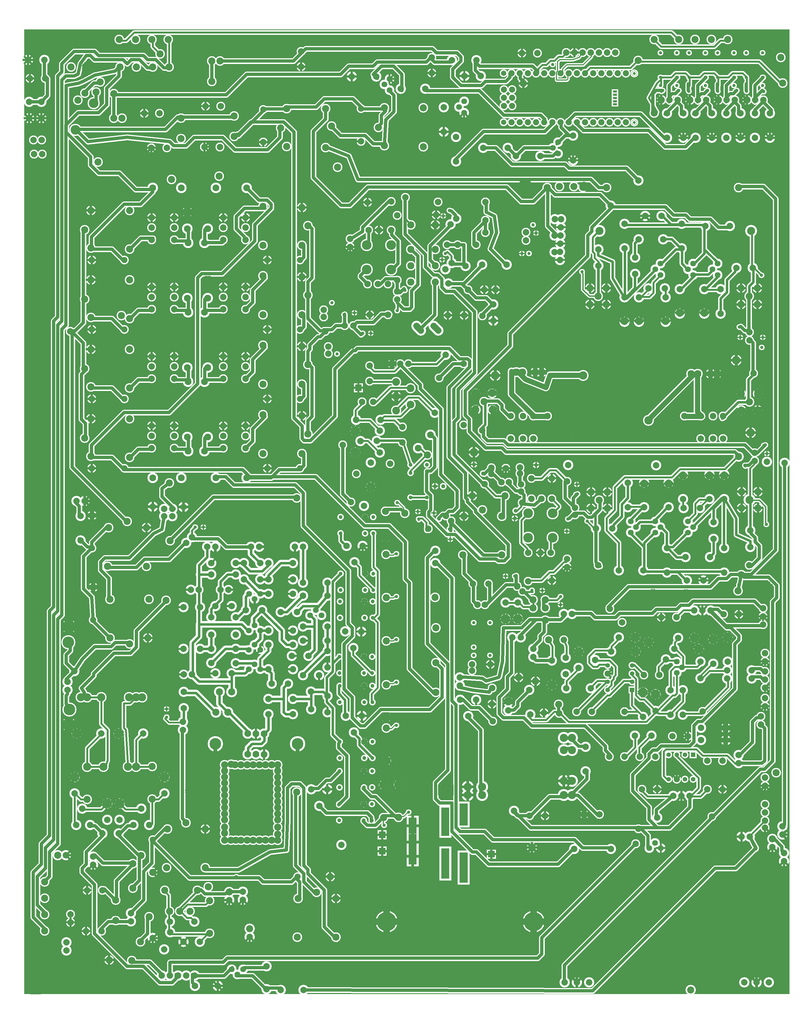
<source format=gbr>
%FSLAX34Y34*%
%MOMM*%
%LNCOPPER_BOTTOM*%
G71*
G01*
%ADD10C,3.200*%
%ADD11C,3.000*%
%ADD12C,1.600*%
%ADD13C,3.000*%
%ADD14C,2.800*%
%ADD15C,4.700*%
%ADD16C,1.400*%
%ADD17C,1.800*%
%ADD18C,1.200*%
%ADD19C,3.700*%
%ADD20C,7.800*%
%ADD21C,3.400*%
%ADD22C,3.100*%
%ADD23C,2.800*%
%ADD24C,2.800*%
%ADD25C,2.400*%
%ADD26C,2.800*%
%ADD27C,2.600*%
%ADD28C,1.700*%
%ADD29C,1.800*%
%ADD30C,3.200*%
%ADD31C,3.800*%
%ADD32C,3.000*%
%ADD33C,3.200*%
%ADD34C,2.000*%
%ADD35C,1.800*%
%ADD36C,2.200*%
%ADD37C,2.700*%
%ADD38C,3.300*%
%ADD39C,2.900*%
%ADD40C,2.700*%
%ADD41C,3.000*%
%ADD42C,4.800*%
%ADD43C,3.300*%
%ADD44C,3.400*%
%ADD45C,2.000*%
%ADD46C,2.600*%
%ADD47C,1.900*%
%ADD48C,1.990*%
%ADD49C,1.800*%
%ADD50C,3.300*%
%ADD51C,6.800*%
%ADD52C,1.300*%
%ADD53C,4.400*%
%ADD54C,4.200*%
%ADD55C,5.200*%
%ADD56C,2.100*%
%ADD57C,1.500*%
%ADD58C,0.800*%
%ADD59R,2.070X1.435*%
%ADD60C,2.700*%
%ADD61C,2.450*%
%ADD62C,1.100*%
%ADD63C,4.800*%
%ADD64C,1.140*%
%ADD65C,0.733*%
%ADD66C,0.667*%
%ADD67C,3.345*%
%ADD68C,0.813*%
%ADD69C,6.067*%
%ADD70C,6.860*%
%ADD71C,1.403*%
%ADD72C,1.723*%
%ADD73C,1.380*%
%ADD74C,1.427*%
%ADD75C,1.033*%
%ADD76C,1.180*%
%ADD77C,1.220*%
%ADD78C,0.680*%
%ADD79C,0.767*%
%ADD80C,1.264*%
%ADD81C,1.507*%
%ADD82C,0.646*%
%ADD83C,1.527*%
%ADD84C,1.940*%
%ADD85C,1.408*%
%ADD86C,1.687*%
%ADD87C,1.447*%
%ADD88C,2.100*%
%ADD89C,1.967*%
%ADD90C,0.700*%
%ADD91C,0.804*%
%ADD92C,0.672*%
%ADD93C,0.960*%
%ADD94C,2.017*%
%ADD95C,1.487*%
%ADD96C,1.660*%
%ADD97C,0.833*%
%ADD98C,0.333*%
%ADD99C,2.748*%
%ADD100C,2.973*%
%ADD101C,2.200*%
%ADD102C,2.134*%
%ADD103C,3.717*%
%ADD104C,0.433*%
%ADD105C,0.600*%
%ADD106C,3.419*%
%ADD107C,0.867*%
%ADD108C,0.400*%
%ADD109C,2.000*%
%ADD110C,1.800*%
%ADD111C,2.200*%
%ADD112C,4.500*%
%ADD113C,1.000*%
%ADD114C,2.500*%
%ADD115C,7.000*%
%ADD116C,2.600*%
%ADD117C,2.300*%
%ADD118C,2.000*%
%ADD119C,2.000*%
%ADD120C,0.900*%
%ADD121C,1.000*%
%ADD122C,3.000*%
%ADD123C,2.200*%
%ADD124C,2.400*%
%ADD125C,1.200*%
%ADD126C,1.000*%
%ADD127C,1.400*%
%ADD128C,1.900*%
%ADD129C,2.100*%
%ADD130C,1.900*%
%ADD131C,2.200*%
%ADD132C,3.600*%
%ADD133C,2.100*%
%ADD134C,2.200*%
%ADD135C,1.500*%
%ADD136C,0.790*%
%ADD137C,1.000*%
%ADD138C,6.000*%
%ADD139C,0.500*%
%ADD140C,3.600*%
%ADD141C,4.000*%
%ADD142C,5.000*%
%ADD143C,1.300*%
%ADD144C,0.000*%
%ADD145R,1.270X0.635*%
%ADD146C,1.900*%
%ADD147C,1.650*%
%ADD148C,0.300*%
%ADD149C,4.600*%
%ADD150C,0.340*%
%LPD*%
G36*
X-1577284Y560832D02*
X802716Y560832D01*
X802716Y-2439168D01*
X-1577284Y-2439168D01*
X-1577284Y560832D01*
G37*
%LPC*%
X289561Y-120097D02*
G54D10*
D03*
X289611Y-43847D02*
G54D10*
D03*
X208567Y-123497D02*
G54D10*
D03*
X208680Y-174478D02*
G54D10*
D03*
X322867Y-148897D02*
G54D10*
D03*
X322979Y-199878D02*
G54D10*
D03*
X289577Y-348697D02*
G54D10*
D03*
X289627Y-272447D02*
G54D10*
D03*
X410298Y-92083D02*
G54D10*
D03*
X334048Y-92033D02*
G54D10*
D03*
X335257Y-272447D02*
G54D10*
D03*
X335207Y-348697D02*
G54D10*
D03*
X467360Y-120098D02*
G54D10*
D03*
X467410Y-43848D02*
G54D10*
D03*
X364692Y-244613D02*
G54D10*
D03*
X462257Y-247047D02*
G54D10*
D03*
X462207Y-323297D02*
G54D10*
D03*
X538456Y-247047D02*
G54D10*
D03*
X538406Y-323297D02*
G54D10*
D03*
X589256Y-247047D02*
G54D10*
D03*
X589206Y-323297D02*
G54D10*
D03*
X688728Y-181002D02*
G54D10*
D03*
X637748Y-181115D02*
G54D10*
D03*
X617274Y-50279D02*
G54D10*
D03*
X541024Y-50229D02*
G54D10*
D03*
X401932Y-167672D02*
G54D11*
D03*
X386032Y-185247D02*
G54D11*
D03*
X401966Y-202863D02*
G54D11*
D03*
X503532Y-167672D02*
G54D11*
D03*
X487632Y-185247D02*
G54D11*
D03*
X503566Y-202863D02*
G54D11*
D03*
X579732Y-167672D02*
G54D11*
D03*
X563832Y-185247D02*
G54D11*
D03*
X579766Y-202863D02*
G54D11*
D03*
G54D12*
X289627Y-272447D02*
X290782Y-275522D01*
X290782Y-123122D01*
X289561Y-120097D01*
G54D12*
X467410Y-43848D02*
X468582Y-46922D01*
X290782Y-46922D01*
X289611Y-43847D01*
G54D12*
X334048Y-92033D02*
X335232Y-91372D01*
X322532Y-104072D01*
X322532Y-148522D01*
X322867Y-148897D01*
G54D12*
X289627Y-272447D02*
X290782Y-275522D01*
X322532Y-243772D01*
X322532Y-199322D01*
X322980Y-199878D01*
G54D12*
X386032Y-185247D02*
X386032Y-186622D01*
X297132Y-275522D01*
X290782Y-275522D01*
X289627Y-272447D01*
G54D12*
X503567Y-202863D02*
X506682Y-205672D01*
X462232Y-250122D01*
X462257Y-247047D01*
G54D12*
X487632Y-185247D02*
X487632Y-186622D01*
X468582Y-167572D01*
X468582Y-123122D01*
X467361Y-120098D01*
G54D12*
X503532Y-167672D02*
X506682Y-167572D01*
X538432Y-135822D01*
X538432Y-53272D01*
X541024Y-50229D01*
G54D12*
X467361Y-120098D02*
X468582Y-123122D01*
X436832Y-91372D01*
X411432Y-91372D01*
X410298Y-92083D01*
G54D12*
X579732Y-167672D02*
X582882Y-167572D01*
X538432Y-123122D01*
X538432Y-53272D01*
X541024Y-50229D01*
G54D12*
X637748Y-181115D02*
X640032Y-180272D01*
X633682Y-186622D01*
X633682Y-192972D01*
X608282Y-218372D01*
X608282Y-256472D01*
X589232Y-275522D01*
X589232Y-326322D01*
X589206Y-323297D01*
G54D12*
X579766Y-202863D02*
X582882Y-205672D01*
X538432Y-250122D01*
X538456Y-247047D01*
G54D12*
X401932Y-167672D02*
X405082Y-167572D01*
X449532Y-123122D01*
X468582Y-123122D01*
X467361Y-120098D01*
G54D12*
X541024Y-50229D02*
X538432Y-53272D01*
X532082Y-46922D01*
X468582Y-46922D01*
X467410Y-43848D01*
X182832Y-243772D02*
G54D13*
D03*
X233632Y-243772D02*
G54D13*
D03*
X208232Y-269172D02*
G54D13*
D03*
X233632Y-294572D02*
G54D13*
D03*
X182832Y-294572D02*
G54D13*
D03*
X652732Y-243772D02*
G54D13*
D03*
X703532Y-243772D02*
G54D13*
D03*
X678132Y-269172D02*
G54D13*
D03*
X703532Y-294572D02*
G54D13*
D03*
X652732Y-294572D02*
G54D13*
D03*
G54D12*
X208232Y-269172D02*
X208232Y-173922D01*
X208680Y-174478D01*
G54D12*
X289627Y-272447D02*
X290782Y-275522D01*
X252682Y-212022D01*
X252682Y-161222D01*
X208232Y-142172D01*
X208232Y-123122D01*
X208568Y-123497D01*
G54D12*
X677338Y-269172D02*
X677338Y-237422D01*
X690038Y-224722D01*
X690038Y-180272D01*
X687935Y-181003D01*
X354258Y-19463D02*
G54D10*
D03*
X405238Y-19350D02*
G54D10*
D03*
G54D12*
X563832Y-185247D02*
X563832Y-188222D01*
X551132Y-200922D01*
X506682Y-200922D01*
X503567Y-202863D01*
X289577Y-348697D02*
G54D14*
D03*
X335207Y-348697D02*
G54D14*
D03*
X462207Y-323297D02*
G54D14*
D03*
X538406Y-323297D02*
G54D14*
D03*
X289577Y-348697D02*
G54D14*
D03*
X165156Y10922D02*
G54D15*
D03*
X415492Y-244613D02*
G54D10*
D03*
X417807Y-272447D02*
G54D10*
D03*
X417757Y-348697D02*
G54D10*
D03*
G54D16*
X401967Y-202863D02*
X405082Y-200922D01*
X379682Y-226322D01*
X379682Y-258072D01*
X366982Y-270772D01*
X335232Y-270772D01*
X335257Y-272447D01*
G54D16*
X364692Y-244613D02*
X366982Y-245372D01*
X341582Y-270772D01*
X335232Y-270772D01*
X335257Y-272447D01*
G54D16*
X417807Y-272447D02*
X417782Y-270772D01*
X417782Y-245372D01*
X415492Y-244613D01*
G54D12*
X405238Y-19350D02*
X408282Y-19972D01*
X433682Y-45372D01*
X465432Y-45372D01*
X467410Y-43848D01*
X246807Y12703D02*
G54D10*
D03*
G54D16*
X589256Y-247047D02*
X590632Y-248472D01*
X540632Y-248472D01*
X538456Y-247047D01*
X158032Y-193072D02*
G54D17*
D03*
G54D18*
X158032Y-193072D02*
X155632Y-193472D01*
X160632Y-198472D01*
X160632Y-248472D01*
X180632Y-268472D01*
X210632Y-268472D01*
X208232Y-269172D01*
X335207Y-348697D02*
G54D14*
D03*
X417757Y-348697D02*
G54D14*
D03*
X462207Y-323297D02*
G54D14*
D03*
X538406Y-323297D02*
G54D14*
D03*
X724988Y10128D02*
G54D15*
D03*
X165156Y-347854D02*
G54D15*
D03*
X724352Y-346266D02*
G54D15*
D03*
X215182Y-66072D02*
G54D17*
D03*
X212006Y-66072D02*
G54D19*
D03*
G54D16*
X212006Y-66072D02*
X209844Y-66866D01*
X190794Y-85916D01*
X190794Y-130366D01*
X197144Y-136716D01*
X197144Y-149416D01*
X209844Y-162116D01*
X209844Y-270066D01*
X208232Y-269172D01*
X683731Y-66072D02*
G54D19*
D03*
G54D16*
X678731Y-66072D02*
X679744Y-66866D01*
X686094Y-73216D01*
X686094Y-181166D01*
X688728Y-181002D01*
X297782Y-655313D02*
G54D20*
D03*
X227932Y-515612D02*
G54D20*
D03*
X161257Y-515613D02*
G54D21*
D03*
X364457Y-655313D02*
G54D21*
D03*
X-47618Y-505513D02*
G54D22*
D03*
X32382Y-505513D02*
G54D23*
D03*
X497382Y-510513D02*
G54D23*
D03*
X577382Y-510513D02*
G54D23*
D03*
X32382Y-505513D02*
G54D22*
D03*
X497382Y-510513D02*
G54D22*
D03*
X577382Y-510513D02*
G54D13*
D03*
X-27618Y-505513D02*
G54D22*
D03*
X12382Y-505513D02*
G54D22*
D03*
X517382Y-510512D02*
G54D22*
D03*
X557382Y-510513D02*
G54D22*
D03*
X-172043Y-621843D02*
G54D13*
D03*
X-172043Y-571043D02*
G54D13*
D03*
X-146643Y-596443D02*
G54D13*
D03*
X-121243Y-571042D02*
G54D13*
D03*
X-121243Y-621843D02*
G54D13*
D03*
X-172043Y-623113D02*
G54D24*
D03*
X-121243Y-623113D02*
G54D14*
D03*
X653457Y-623113D02*
G54D13*
D03*
X653457Y-572313D02*
G54D13*
D03*
X678857Y-597713D02*
G54D13*
D03*
X704257Y-572313D02*
G54D13*
D03*
X704257Y-623113D02*
G54D13*
D03*
X653457Y-623113D02*
G54D24*
D03*
X704257Y-623113D02*
G54D14*
D03*
G54D25*
X-47618Y-505513D02*
X-43418Y-501812D01*
X-18018Y-527213D01*
X45482Y-552612D01*
X58182Y-514513D01*
X159782Y-514513D01*
X161257Y-515613D01*
G54D25*
X497382Y-510513D02*
X502682Y-514513D01*
X362982Y-654213D01*
X364457Y-655313D01*
X526914Y-711750D02*
G54D26*
D03*
X526914Y-641900D02*
G54D26*
D03*
X596764Y-711750D02*
G54D26*
D03*
X596764Y-641900D02*
G54D26*
D03*
X565014Y-641900D02*
G54D26*
D03*
X565014Y-711750D02*
G54D26*
D03*
X596765Y-711750D02*
G54D14*
D03*
X596765Y-641900D02*
G54D14*
D03*
X-63636Y-711750D02*
G54D26*
D03*
X-63636Y-641900D02*
G54D26*
D03*
X6214Y-711750D02*
G54D26*
D03*
X6214Y-641900D02*
G54D26*
D03*
X-25536Y-641900D02*
G54D26*
D03*
X-25536Y-711750D02*
G54D26*
D03*
X6215Y-711750D02*
G54D14*
D03*
X6215Y-641900D02*
G54D14*
D03*
G54D25*
X6215Y-641900D02*
X8857Y-642613D01*
X-60993Y-572763D01*
X-60993Y-502913D01*
X-60318Y-505513D01*
X577382Y-510513D02*
G54D22*
D03*
X50665Y-641900D02*
G54D24*
D03*
G54D25*
X44315Y-641900D02*
X46957Y-642613D01*
X8857Y-642613D01*
X6215Y-641900D01*
X476115Y-641900D02*
G54D24*
D03*
G54D25*
X476115Y-641900D02*
X478757Y-642613D01*
X529557Y-642612D01*
X526915Y-641900D01*
G54D12*
X596765Y-648250D02*
X593057Y-648963D01*
X643857Y-598162D01*
X681957Y-598163D01*
X678857Y-604063D01*
G54D25*
X526915Y-641900D02*
X529557Y-642612D01*
X516857Y-629913D01*
X516857Y-515613D01*
X517382Y-510512D01*
X691657Y-508788D02*
G54D24*
D03*
X-152893Y-686588D02*
G54D24*
D03*
G54D12*
X-152893Y-686588D02*
X-156243Y-680713D01*
X-143543Y-668013D01*
X-143543Y-591813D01*
X-146643Y-597713D01*
G54D12*
X685307Y-508788D02*
X688307Y-502913D01*
X688307Y-515612D01*
X675607Y-528313D01*
X675607Y-591812D01*
X672507Y-597713D01*
X-172043Y-572313D02*
G54D14*
D03*
X-121243Y-572312D02*
G54D14*
D03*
X653457Y-572313D02*
G54D14*
D03*
X704257Y-572313D02*
G54D14*
D03*
X704257Y-623113D02*
G54D14*
D03*
X165156Y-825691D02*
G54D15*
D03*
X724988Y-826484D02*
G54D15*
D03*
X165156Y-1184466D02*
G54D15*
D03*
X724352Y-1182878D02*
G54D15*
D03*
X678731Y-902684D02*
G54D19*
D03*
X-435668Y-185612D02*
G54D27*
D03*
X-435668Y-109412D02*
G54D27*
D03*
X-511868Y-185612D02*
G54D27*
D03*
X-435668Y-185612D02*
G54D27*
D03*
X-511868Y-109412D02*
G54D27*
D03*
X-511868Y-185612D02*
G54D27*
D03*
X-435668Y-109412D02*
G54D27*
D03*
X-511868Y-109412D02*
G54D27*
D03*
X-435756Y25611D02*
G54D26*
D03*
X-435756Y-63289D02*
G54D26*
D03*
X-473856Y-63289D02*
G54D26*
D03*
X-505606Y-63289D02*
G54D26*
D03*
X-445400Y-326179D02*
G54D26*
D03*
X-508899Y-230929D02*
G54D26*
D03*
X-477150Y-230929D02*
G54D26*
D03*
X-445400Y-230929D02*
G54D26*
D03*
G54D28*
X-505606Y-63289D02*
X-505518Y-64962D01*
X-505518Y-103062D01*
X-511868Y-109412D01*
G54D29*
X-511868Y-185612D02*
X-530918Y-204662D01*
X-530918Y-208910D01*
X-508899Y-230929D01*
G54D29*
X-555880Y-86739D02*
X-524130Y-67689D01*
X-524130Y-54989D01*
X-441580Y27561D01*
X-442106Y25611D01*
X-416917Y-218640D02*
G54D26*
D03*
G54D29*
X-416916Y-218640D02*
X-414043Y-220853D01*
X-420393Y-214503D01*
X-452143Y-214503D01*
X-471193Y-233553D01*
X-477543Y-233553D01*
X-477149Y-230929D01*
X-508900Y23071D02*
G54D26*
D03*
X-391306Y38311D02*
G54D26*
D03*
X-228878Y-109378D02*
G54D26*
D03*
X-171728Y-109378D02*
G54D26*
D03*
X-143028Y-33178D02*
G54D26*
D03*
X-143028Y23972D02*
G54D26*
D03*
X-204078Y-175002D02*
G54D10*
D03*
X-258030Y-228884D02*
G54D10*
D03*
X-204078Y-175002D02*
G54D14*
D03*
X-76302Y-170950D02*
G54D10*
D03*
X-152552Y-170900D02*
G54D10*
D03*
X-76302Y-170950D02*
G54D14*
D03*
X-197128Y-249078D02*
G54D26*
D03*
X-146328Y-249078D02*
G54D26*
D03*
G54D29*
X-152552Y-170900D02*
X-152628Y-172878D01*
X-209778Y-230028D01*
X-260578Y-230028D01*
X-258030Y-228884D01*
G54D29*
X-197128Y-249078D02*
X-197078Y-249078D01*
X-216128Y-230028D01*
X-260578Y-230028D01*
X-258030Y-228884D01*
G54D29*
X-204078Y-175002D02*
X-203428Y-172878D01*
X-209778Y-166528D01*
X-209778Y-109378D01*
X-228878Y-109378D01*
X-146328Y-249078D02*
G54D26*
D03*
X-117721Y-345184D02*
G54D10*
D03*
X-117833Y-294204D02*
G54D10*
D03*
X-117721Y-345184D02*
G54D10*
D03*
G54D29*
X-117833Y-294204D02*
X-120878Y-293528D01*
X-139928Y-274478D01*
X-171678Y-274478D01*
X-197078Y-249078D01*
X-197128Y-249078D01*
G54D29*
X-143028Y-33178D02*
X-139928Y-33178D01*
X-178028Y-71278D01*
X-178028Y-109378D01*
X-178078Y-109378D01*
G54D29*
X-76302Y-170950D02*
X-76428Y-172878D01*
X-127228Y-122078D01*
X-108228Y-71278D01*
X-114528Y-20478D01*
X-139928Y-7778D01*
X-139928Y17622D01*
X-143028Y17622D01*
X-143028Y-71278D02*
G54D26*
D03*
G54D29*
X-143028Y-71278D02*
X-143028Y-33178D01*
X-111278Y-249078D02*
G54D26*
D03*
X-261898Y-109378D02*
G54D26*
D03*
G54D29*
X-261898Y-109378D02*
X-260628Y-109378D01*
X-222528Y-109378D01*
X-228878Y-109378D01*
X-250978Y-45878D02*
G54D26*
D03*
X-374674Y-47374D02*
G54D13*
D03*
X-298474Y-47374D02*
G54D13*
D03*
X-374674Y-123574D02*
G54D13*
D03*
X-374674Y-174374D02*
G54D13*
D03*
X-374674Y-225174D02*
G54D13*
D03*
X-298474Y-123574D02*
G54D13*
D03*
X-298474Y-174374D02*
G54D13*
D03*
X-298474Y-225174D02*
G54D13*
D03*
X-298474Y-47374D02*
G54D26*
D03*
X-152223Y-330177D02*
G54D26*
D03*
X-208443Y-327932D02*
G54D26*
D03*
X-208443Y-327932D02*
G54D26*
D03*
X-259243Y-327932D02*
G54D26*
D03*
G54D16*
X-374673Y-47374D02*
X-371729Y-48639D01*
X-390779Y-29589D01*
X-390779Y40261D01*
X-391306Y38311D01*
G54D29*
X-374673Y-123573D02*
X-371729Y-124839D01*
X-352679Y-143889D01*
X-352679Y-232789D01*
X-371729Y-251839D01*
X-371729Y-302639D01*
X-378079Y-308989D01*
X-397129Y-308989D01*
X-416179Y-289939D01*
X-416706Y-276014D01*
G54D29*
X-298473Y-174373D02*
X-295529Y-175639D01*
X-314579Y-156589D01*
X-314579Y-112139D01*
X-251079Y-48639D01*
X-250978Y-45879D01*
G54D30*
X-289059Y-375654D02*
X-303201Y-361512D01*
G54D30*
X-343034Y-375654D02*
X-357176Y-361512D01*
X-563268Y-90678D02*
G54D24*
D03*
X-563268Y-116078D02*
G54D24*
D03*
X-290218Y23622D02*
G54D24*
D03*
X-511868Y-109412D02*
G54D31*
D03*
X-511868Y-185612D02*
G54D31*
D03*
X-435668Y-185612D02*
G54D31*
D03*
X-435668Y-109412D02*
G54D31*
D03*
G54D29*
X-435668Y-185612D02*
X-433808Y-186528D01*
X-414758Y-167478D01*
X-414758Y-97628D01*
X-433808Y-78578D01*
X-433808Y-65878D01*
X-435756Y-63289D01*
G54D29*
X-346930Y-368583D02*
X-344908Y-370678D01*
X-300458Y-326228D01*
X-300458Y-224628D01*
X-298473Y-225173D01*
X-9590Y-943814D02*
G54D27*
D03*
X-9590Y-1020014D02*
G54D27*
D03*
X66610Y-943814D02*
G54D27*
D03*
X-9590Y-943814D02*
G54D27*
D03*
X66610Y-1020014D02*
G54D27*
D03*
X66610Y-943814D02*
G54D27*
D03*
X-9590Y-1020014D02*
G54D27*
D03*
X66610Y-1020014D02*
G54D27*
D03*
X-9502Y-1155037D02*
G54D26*
D03*
X-9502Y-1066137D02*
G54D26*
D03*
X28598Y-1066137D02*
G54D26*
D03*
X60348Y-1066137D02*
G54D26*
D03*
X63642Y-834997D02*
G54D26*
D03*
X142Y-834997D02*
G54D26*
D03*
X63641Y-898497D02*
G54D26*
D03*
X31892Y-898497D02*
G54D26*
D03*
X142Y-898497D02*
G54D26*
D03*
G54D16*
X60348Y-1066137D02*
X60260Y-1064464D01*
X60260Y-1026364D01*
X66611Y-1020014D01*
G54D16*
X66610Y-943814D02*
X85661Y-924764D01*
X85660Y-920516D01*
X63641Y-898497D01*
X-28341Y-910786D02*
G54D26*
D03*
G54D29*
X-28342Y-910786D02*
X-31215Y-908573D01*
X-24865Y-914923D01*
X10060Y-918098D01*
X31892Y-898497D01*
X32286Y-895873D01*
X31892Y-898497D01*
X63642Y-1152497D02*
G54D26*
D03*
X111660Y-1111773D02*
G54D24*
D03*
X111660Y-1086373D02*
G54D24*
D03*
X111660Y-845073D02*
G54D24*
D03*
G54D16*
X111660Y-1086373D02*
X114441Y-1088997D01*
X108091Y-1095347D01*
X101741Y-1095347D01*
X69991Y-1127097D01*
X57291Y-1127097D01*
X31891Y-1152497D01*
X-12559Y-1152497D01*
X-9502Y-1155037D01*
G54D16*
X111660Y-845073D02*
X114442Y-847697D01*
X76341Y-809597D01*
X57292Y-809597D01*
X31891Y-834997D01*
X141Y-834997D01*
X66610Y-1020014D02*
G54D31*
D03*
X66610Y-943814D02*
G54D31*
D03*
X-9590Y-943814D02*
G54D31*
D03*
X-9590Y-1020014D02*
G54D31*
D03*
G54D16*
X-9590Y-943814D02*
X-12165Y-946673D01*
X-31214Y-965723D01*
X-31215Y-1035573D01*
X-12165Y-1054623D01*
X-12165Y-1067323D01*
X-9502Y-1066137D01*
X-212598Y-1073395D02*
G54D13*
D03*
X-209424Y-952745D02*
G54D13*
D03*
X-91948Y-1073395D02*
G54D13*
D03*
X-91948Y-952745D02*
G54D13*
D03*
X-152273Y-933282D02*
G54D13*
D03*
X-209424Y-952745D02*
G54D32*
D03*
X-183577Y-889164D02*
G54D13*
D03*
X-81977Y-889164D02*
G54D13*
D03*
X5323Y-1213304D02*
G54D13*
D03*
X5323Y-1238704D02*
G54D13*
D03*
X43423Y-1238704D02*
G54D13*
D03*
X43423Y-1276804D02*
G54D13*
D03*
X-42082Y-1221310D02*
G54D10*
D03*
X-41969Y-1272290D02*
G54D10*
D03*
X-42082Y-1221310D02*
G54D26*
D03*
X-41970Y-1272291D02*
G54D26*
D03*
G54D16*
X5323Y-1238704D02*
X6157Y-1237685D01*
X6157Y-1212286D01*
X5323Y-1213304D01*
G54D16*
X-42082Y-1221310D02*
X-37899Y-1222361D01*
X-25199Y-1235062D01*
X201Y-1235062D01*
X5323Y-1238704D01*
X-80182Y-1221310D02*
G54D10*
D03*
X-80070Y-1272290D02*
G54D10*
D03*
X-80182Y-1221310D02*
G54D26*
D03*
X-80070Y-1272291D02*
G54D26*
D03*
G54D16*
X-80182Y-1221310D02*
X-75999Y-1222361D01*
X-37899Y-1222361D01*
X-42082Y-1221310D01*
X43423Y-1213304D02*
G54D13*
D03*
G54D29*
X43423Y-1213304D02*
X38301Y-1209661D01*
X38301Y-1235062D01*
X43423Y-1238704D01*
X-145610Y-853354D02*
G54D26*
D03*
X-183577Y-889164D02*
G54D13*
D03*
G54D16*
X-145611Y-853354D02*
X-142581Y-852678D01*
X-142581Y-859028D01*
X-110831Y-890778D01*
X-79081Y-890778D01*
X-81977Y-889164D01*
X-375619Y-554865D02*
G54D33*
D03*
X-375619Y-605665D02*
G54D33*
D03*
X-420069Y-580264D02*
G54D33*
D03*
X-420069Y-624715D02*
G54D33*
D03*
X-420069Y-535815D02*
G54D33*
D03*
X-407369Y-478665D02*
G54D26*
D03*
X-432769Y-478665D02*
G54D26*
D03*
X-381969Y-478664D02*
G54D26*
D03*
X-468454Y-653290D02*
G54D10*
D03*
X-544704Y-653240D02*
G54D10*
D03*
X-547396Y-687550D02*
G54D10*
D03*
X-471146Y-687600D02*
G54D10*
D03*
X-531462Y-719026D02*
G54D10*
D03*
X-480482Y-718914D02*
G54D10*
D03*
X-502619Y-484927D02*
G54D26*
D03*
X-502619Y-532727D02*
G54D26*
D03*
X-499009Y-786552D02*
G54D10*
D03*
X-499059Y-862802D02*
G54D10*
D03*
X-439119Y-837614D02*
G54D26*
D03*
X-439119Y-789815D02*
G54D26*
D03*
X-526563Y-597771D02*
G54D26*
D03*
X-491463Y-597770D02*
G54D26*
D03*
X-401019Y-723315D02*
G54D26*
D03*
X-401019Y-675514D02*
G54D26*
D03*
X-547341Y-755197D02*
G54D10*
D03*
X-471091Y-755247D02*
G54D10*
D03*
X-300144Y-631620D02*
G54D10*
D03*
X-547396Y-687550D02*
G54D26*
D03*
X-547341Y-755196D02*
G54D26*
D03*
X-439119Y-837614D02*
G54D26*
D03*
X-499059Y-862802D02*
G54D26*
D03*
G54D16*
X-502619Y-491277D02*
X-501919Y-490095D01*
X-489219Y-502794D01*
X-425719Y-502795D01*
X-406669Y-483744D01*
X-406669Y-477394D01*
X-407369Y-478665D01*
G54D16*
X-502619Y-526377D02*
X-501919Y-528194D01*
X-495569Y-534544D01*
X-419369Y-534544D01*
X-420069Y-535815D01*
G54D16*
X-485113Y-597770D02*
X-482869Y-598044D01*
X-438419Y-553594D01*
X-374919Y-553595D01*
X-375619Y-554865D01*
G54D16*
X-468454Y-653290D02*
X-470169Y-655195D01*
X-457469Y-642494D01*
X-406669Y-642494D01*
X-374919Y-610745D01*
X-374919Y-604394D01*
X-375619Y-605665D01*
G54D16*
X-520213Y-597771D02*
X-520969Y-598044D01*
X-546369Y-623445D01*
X-546369Y-655194D01*
X-544704Y-653240D01*
G54D16*
X-471146Y-687600D02*
X-470169Y-686944D01*
X-501919Y-655194D01*
X-546369Y-655194D01*
X-544704Y-653240D01*
G54D16*
X-401019Y-681864D02*
X-400319Y-680594D01*
X-425719Y-655194D01*
X-470169Y-655195D01*
X-468454Y-653290D01*
G54D16*
X-401019Y-716965D02*
X-400319Y-718695D01*
X-482869Y-718695D01*
X-480482Y-718914D01*
G54D16*
X-471091Y-755247D02*
X-470169Y-756795D01*
X-508269Y-718695D01*
X-533669Y-718695D01*
X-531462Y-719026D01*
G36*
X-523669Y-539595D02*
X-523669Y-567595D01*
X-551669Y-567595D01*
X-551669Y-539595D01*
X-523669Y-539595D01*
G37*
X-324819Y-793076D02*
G54D34*
D03*
X-324819Y-818476D02*
G54D35*
D03*
X-375619Y-793077D02*
G54D35*
D03*
X-375619Y-818477D02*
G54D34*
D03*
X-324819Y-894677D02*
G54D35*
D03*
X-375619Y-894677D02*
G54D35*
D03*
X-322787Y-762311D02*
G54D13*
D03*
G54D16*
X-375619Y-793077D02*
X-401019Y-716877D01*
X-483569Y-716876D01*
X-480482Y-718914D01*
G54D16*
X-300144Y-631620D02*
X-299419Y-634327D01*
X-350219Y-583526D01*
X-381969Y-583527D01*
X-420069Y-621627D01*
X-420069Y-624715D01*
X-320623Y-992285D02*
G54D24*
D03*
G54D16*
X-375619Y-894677D02*
X-324819Y-894677D01*
X-375619Y-793077D02*
G54D34*
D03*
X-324819Y-894677D02*
G54D34*
D03*
X-375619Y-894677D02*
G54D34*
D03*
G36*
X302294Y-1504415D02*
X302294Y-1482415D01*
X324294Y-1482415D01*
X324294Y-1504415D01*
X302294Y-1504415D01*
G37*
X313294Y-1468015D02*
G54D36*
D03*
X313294Y-1442615D02*
G54D36*
D03*
X313294Y-1417215D02*
G54D36*
D03*
X237094Y-1417215D02*
G54D36*
D03*
X237094Y-1442615D02*
G54D36*
D03*
X237095Y-1468015D02*
G54D36*
D03*
X237094Y-1493415D02*
G54D36*
D03*
X237094Y-1442615D02*
G54D37*
D03*
X609044Y-1458054D02*
G54D10*
D03*
X609044Y-1432554D02*
G54D10*
D03*
X63950Y-1477805D02*
G54D10*
D03*
X64000Y-1401555D02*
G54D10*
D03*
X-71242Y-1556397D02*
G54D10*
D03*
X-71242Y-1530897D02*
G54D10*
D03*
X471015Y-1494113D02*
G54D10*
D03*
X470964Y-1570364D02*
G54D10*
D03*
X471015Y-1494113D02*
G54D26*
D03*
X532899Y-1512046D02*
G54D26*
D03*
X532899Y-1559846D02*
G54D26*
D03*
X432914Y-1494113D02*
G54D10*
D03*
X432864Y-1570364D02*
G54D10*
D03*
X432915Y-1494113D02*
G54D26*
D03*
X452570Y-1440340D02*
G54D11*
D03*
X468470Y-1422765D02*
G54D11*
D03*
X452535Y-1405149D02*
G54D11*
D03*
X525943Y-1405546D02*
G54D10*
D03*
X526055Y-1456527D02*
G54D10*
D03*
X525943Y-1405547D02*
G54D26*
D03*
X521013Y-1365419D02*
G54D10*
D03*
X444763Y-1365369D02*
G54D10*
D03*
X521013Y-1365419D02*
G54D26*
D03*
X507980Y-1331447D02*
G54D10*
D03*
X457000Y-1331559D02*
G54D10*
D03*
X507980Y-1331446D02*
G54D26*
D03*
X386243Y-1507146D02*
G54D10*
D03*
X386355Y-1558127D02*
G54D10*
D03*
X386243Y-1507147D02*
G54D26*
D03*
X532899Y-1512046D02*
G54D26*
D03*
X521013Y-1365419D02*
G54D26*
D03*
X507980Y-1331447D02*
G54D26*
D03*
X566265Y-1335363D02*
G54D10*
D03*
X566215Y-1411614D02*
G54D10*
D03*
X566266Y-1335363D02*
G54D26*
D03*
X566265Y-1335363D02*
G54D26*
D03*
X386243Y-1507146D02*
G54D26*
D03*
X350205Y-1447090D02*
G54D26*
D03*
X398005Y-1447090D02*
G54D26*
D03*
X364449Y-1344691D02*
G54D10*
D03*
X418331Y-1398644D02*
G54D10*
D03*
X364450Y-1344690D02*
G54D26*
D03*
X364450Y-1344691D02*
G54D26*
D03*
X324388Y-1373590D02*
G54D10*
D03*
X248138Y-1373540D02*
G54D10*
D03*
X271891Y-1329664D02*
G54D10*
D03*
X322872Y-1329552D02*
G54D10*
D03*
X271892Y-1329664D02*
G54D26*
D03*
X324388Y-1373590D02*
G54D26*
D03*
X322872Y-1329552D02*
G54D26*
D03*
X140655Y-1561390D02*
G54D26*
D03*
X188455Y-1561390D02*
G54D26*
D03*
X39055Y-1564565D02*
G54D26*
D03*
X86855Y-1566152D02*
G54D26*
D03*
X242255Y-1561390D02*
G54D26*
D03*
X290055Y-1561390D02*
G54D26*
D03*
X242255Y-1561390D02*
G54D26*
D03*
X347190Y-1500463D02*
G54D10*
D03*
X347140Y-1576714D02*
G54D10*
D03*
X347190Y-1500463D02*
G54D26*
D03*
X184688Y-1487890D02*
G54D10*
D03*
X108438Y-1487840D02*
G54D10*
D03*
X184688Y-1487890D02*
G54D26*
D03*
X107109Y-1444016D02*
G54D10*
D03*
X106997Y-1393036D02*
G54D10*
D03*
X107109Y-1444016D02*
G54D26*
D03*
X106997Y-1393035D02*
G54D26*
D03*
X147370Y-1375140D02*
G54D33*
D03*
X198302Y-1400124D02*
G54D33*
D03*
X147256Y-1425023D02*
G54D33*
D03*
X147370Y-1375140D02*
G54D26*
D03*
X53354Y-1337722D02*
G54D26*
D03*
X101154Y-1337722D02*
G54D26*
D03*
X63950Y-1477805D02*
G54D26*
D03*
G54D16*
X532899Y-1559846D02*
X535120Y-1560990D01*
X611320Y-1484790D01*
X611320Y-1459390D01*
X609044Y-1458054D01*
G54D16*
X526055Y-1456527D02*
X528770Y-1459390D01*
X554170Y-1433990D01*
X611320Y-1433990D01*
X609044Y-1432554D01*
G54D16*
X532899Y-1559846D02*
X535120Y-1560990D01*
X528770Y-1567340D01*
X471620Y-1567340D01*
X470965Y-1570363D01*
G54D16*
X432865Y-1570363D02*
X433520Y-1567340D01*
X471620Y-1529240D01*
X471620Y-1491140D01*
X471015Y-1494113D01*
G54D16*
X386355Y-1558127D02*
X389070Y-1560990D01*
X395420Y-1567340D01*
X433520Y-1567340D01*
X432865Y-1570363D01*
G54D16*
X86855Y-1561390D02*
X84270Y-1560990D01*
X116020Y-1592740D01*
X357320Y-1592740D01*
X389070Y-1560990D01*
X386355Y-1558127D01*
G54D16*
X386355Y-1558127D02*
X389070Y-1560990D01*
X350970Y-1522890D01*
X338270Y-1522890D01*
X325570Y-1510190D01*
X325570Y-1459390D01*
X312870Y-1446690D01*
X312870Y-1440340D01*
X313294Y-1442615D01*
G54D16*
X347140Y-1576713D02*
X344620Y-1573690D01*
X331920Y-1560990D01*
X287470Y-1560990D01*
X290055Y-1561390D01*
G54D16*
X188455Y-1561390D02*
X185870Y-1560990D01*
X236670Y-1510190D01*
X243020Y-1510190D01*
X287470Y-1465740D01*
X312870Y-1465740D01*
X313295Y-1468015D01*
G54D16*
X140655Y-1561390D02*
X141420Y-1560990D01*
X236670Y-1465740D01*
X237095Y-1468015D01*
G54D16*
X184688Y-1487890D02*
X185870Y-1484790D01*
X204920Y-1465740D01*
X236670Y-1465740D01*
X237095Y-1468015D01*
G54D16*
X198302Y-1400124D02*
X198570Y-1402240D01*
X243020Y-1402240D01*
X262070Y-1421290D01*
X262070Y-1446690D01*
X255720Y-1453040D01*
X255720Y-1459390D01*
X249370Y-1465740D01*
X249370Y-1478440D01*
X236670Y-1491140D01*
X237095Y-1493415D01*
G54D16*
X248138Y-1373540D02*
X249370Y-1370490D01*
X198570Y-1370490D01*
X179520Y-1389540D01*
X179520Y-1408590D01*
X192220Y-1421290D01*
X204920Y-1421290D01*
X211270Y-1414940D01*
X236670Y-1414940D01*
X237094Y-1417215D01*
G54D16*
X271892Y-1329664D02*
X274770Y-1332390D01*
X249370Y-1357790D01*
X249370Y-1370490D01*
X248138Y-1373540D01*
G54D16*
X350205Y-1447090D02*
X350970Y-1446690D01*
X319220Y-1414940D01*
X312870Y-1414940D01*
X313294Y-1417215D01*
G54D16*
X418331Y-1398643D02*
X420820Y-1395890D01*
X395420Y-1421290D01*
X395420Y-1446690D01*
X398005Y-1447090D01*
G54D16*
X418331Y-1398643D02*
X420820Y-1395890D01*
X427170Y-1402240D01*
X452570Y-1402240D01*
X452535Y-1405149D01*
G54D16*
X525943Y-1405547D02*
X528770Y-1408590D01*
X516070Y-1421290D01*
X471620Y-1421290D01*
X468470Y-1422765D01*
G54D16*
X444763Y-1365369D02*
X446220Y-1364140D01*
X471620Y-1389540D01*
X471620Y-1421290D01*
X468470Y-1422765D01*
G54D16*
X566215Y-1411613D02*
X566870Y-1408590D01*
X528770Y-1446690D01*
X528770Y-1459390D01*
X526055Y-1456527D01*
G54D16*
X457000Y-1331559D02*
X458920Y-1332390D01*
X446220Y-1345090D01*
X446220Y-1364140D01*
X444763Y-1365369D01*
G54D16*
X347140Y-1576713D02*
X344620Y-1573690D01*
X312870Y-1541940D01*
X312870Y-1491140D01*
X313294Y-1493415D01*
G54D16*
X101154Y-1337722D02*
X109670Y-1357790D01*
X109670Y-1395890D01*
X106997Y-1393035D01*
G54D16*
X53354Y-1337722D02*
X65220Y-1357790D01*
X65220Y-1402240D01*
X64000Y-1401555D01*
G54D16*
X-8817Y-1573591D02*
X-10980Y-1573690D01*
X1720Y-1586390D01*
X46170Y-1586390D01*
X71570Y-1560990D01*
X84270Y-1560990D01*
X86855Y-1561390D01*
X610656Y-1329109D02*
G54D26*
D03*
X53354Y-1337722D02*
G54D13*
D03*
X-39520Y-1454534D02*
G54D13*
D03*
X-71242Y-1530897D02*
G54D13*
D03*
X610656Y-1329109D02*
G54D10*
D03*
X610606Y-1405359D02*
G54D10*
D03*
X610656Y-1329109D02*
G54D26*
D03*
G54D16*
X386355Y-1558127D02*
X389070Y-1560990D01*
X439870Y-1510190D01*
X446220Y-1510190D01*
X452570Y-1503840D01*
X452570Y-1440340D01*
G54D16*
X468470Y-1422765D02*
X471620Y-1421290D01*
X446220Y-1421290D01*
X433520Y-1433990D01*
X433520Y-1491140D01*
X432915Y-1494113D01*
G54D16*
X147256Y-1425023D02*
X147770Y-1427640D01*
X109670Y-1465740D01*
X109670Y-1484790D01*
X108438Y-1487840D01*
X610656Y-1329109D02*
G54D26*
D03*
X566265Y-1335363D02*
G54D26*
D03*
X507980Y-1331447D02*
G54D26*
D03*
X521013Y-1365419D02*
G54D26*
D03*
X364449Y-1344691D02*
G54D26*
D03*
X324388Y-1373590D02*
G54D26*
D03*
X322872Y-1329552D02*
G54D26*
D03*
X532899Y-1512046D02*
G54D26*
D03*
X147370Y-1375140D02*
G54D26*
D03*
X242255Y-1561390D02*
G54D26*
D03*
X63950Y-1477805D02*
G54D26*
D03*
X685294Y-1458104D02*
G54D10*
D03*
X609044Y-1458054D02*
G54D10*
D03*
X685294Y-1432604D02*
G54D10*
D03*
X609044Y-1432554D02*
G54D10*
D03*
X-1110610Y-741764D02*
G54D26*
D03*
X-1180460Y-741764D02*
G54D26*
D03*
X-1110610Y-671914D02*
G54D26*
D03*
X-1180460Y-671914D02*
G54D26*
D03*
X-1180460Y-703664D02*
G54D26*
D03*
X-1110610Y-703664D02*
G54D26*
D03*
X-1067202Y-750535D02*
G54D38*
D03*
X-1016220Y-750423D02*
G54D38*
D03*
X-888360Y-741764D02*
G54D26*
D03*
X-958210Y-741764D02*
G54D26*
D03*
X-888360Y-671914D02*
G54D26*
D03*
X-958210Y-671914D02*
G54D26*
D03*
X-958210Y-703664D02*
G54D26*
D03*
X-888360Y-703664D02*
G54D26*
D03*
X-1006137Y-706437D02*
G54D10*
D03*
X-1006250Y-655457D02*
G54D10*
D03*
X-1069637Y-706437D02*
G54D10*
D03*
X-1069750Y-655457D02*
G54D10*
D03*
G54D29*
X-1006137Y-706437D02*
X-1009010Y-703664D01*
X-1015360Y-710014D01*
X-1015360Y-748114D01*
X-1016220Y-750423D01*
G54D29*
X-1069637Y-706437D02*
X-1072510Y-703664D01*
X-1066160Y-710014D01*
X-1066160Y-748114D01*
X-1067201Y-750535D01*
X-888360Y-671914D02*
G54D14*
D03*
X-958210Y-671914D02*
G54D14*
D03*
X-1006250Y-655456D02*
G54D39*
D03*
X-1069750Y-655456D02*
G54D14*
D03*
X-1110610Y-671914D02*
G54D14*
D03*
X-1180460Y-671914D02*
G54D14*
D03*
X-1069637Y-706437D02*
G54D38*
D03*
X-1069750Y-655457D02*
G54D38*
D03*
X-1006250Y-655457D02*
G54D38*
D03*
X-1006137Y-706437D02*
G54D38*
D03*
X-834147Y-637472D02*
G54D13*
D03*
X-713497Y-640646D02*
G54D13*
D03*
X-834147Y-758122D02*
G54D13*
D03*
X-713497Y-758122D02*
G54D13*
D03*
X-694684Y-697797D02*
G54D13*
D03*
X-820640Y-804402D02*
G54D40*
D03*
X-719040Y-804401D02*
G54D40*
D03*
X-713497Y-640646D02*
G54D13*
D03*
X-1249142Y-770210D02*
G54D13*
D03*
X-1369792Y-767036D02*
G54D13*
D03*
X-1249142Y-649560D02*
G54D13*
D03*
X-1369792Y-649560D02*
G54D13*
D03*
X-1388604Y-709885D02*
G54D13*
D03*
X-1369791Y-767036D02*
G54D13*
D03*
X-1369792Y-649560D02*
G54D13*
D03*
X-1366740Y-804402D02*
G54D40*
D03*
X-1265140Y-804401D02*
G54D40*
D03*
X-820640Y-804402D02*
G54D26*
D03*
X-1366740Y-804402D02*
G54D26*
D03*
G54D29*
X-719040Y-804402D02*
X-720387Y-808038D01*
X-707687Y-795338D01*
X-707687Y-757238D01*
X-713497Y-758122D01*
G54D29*
X-958210Y-741764D02*
X-961687Y-744538D01*
X-1012487Y-744538D01*
X-1016220Y-750422D01*
G54D29*
X-1067201Y-750534D02*
X-1063287Y-744538D01*
X-1114087Y-744538D01*
X-1110610Y-741764D01*
G54D29*
X-1265140Y-804402D02*
X-1266487Y-808038D01*
X-1304587Y-769938D01*
X-1368087Y-769938D01*
X-1369791Y-767036D01*
X-1110610Y-525864D02*
G54D26*
D03*
X-1180460Y-525864D02*
G54D26*
D03*
X-1110610Y-456014D02*
G54D26*
D03*
X-1180460Y-456014D02*
G54D26*
D03*
X-1180460Y-487764D02*
G54D26*
D03*
X-1110610Y-487764D02*
G54D26*
D03*
X-1067202Y-534635D02*
G54D38*
D03*
X-1016220Y-534523D02*
G54D38*
D03*
X-888360Y-525864D02*
G54D26*
D03*
X-958210Y-525864D02*
G54D26*
D03*
X-888360Y-456014D02*
G54D26*
D03*
X-958210Y-456014D02*
G54D26*
D03*
X-958210Y-487764D02*
G54D26*
D03*
X-888360Y-487764D02*
G54D26*
D03*
X-1006137Y-490537D02*
G54D10*
D03*
X-1006250Y-439556D02*
G54D10*
D03*
X-1069637Y-490537D02*
G54D10*
D03*
X-1069750Y-439557D02*
G54D10*
D03*
G54D29*
X-1006137Y-490537D02*
X-1009010Y-487764D01*
X-1015360Y-494114D01*
X-1015360Y-532214D01*
X-1016220Y-534523D01*
G54D29*
X-1069637Y-490537D02*
X-1072510Y-487764D01*
X-1066160Y-494114D01*
X-1066160Y-532214D01*
X-1067201Y-534635D01*
X-888360Y-456014D02*
G54D14*
D03*
X-958210Y-456014D02*
G54D14*
D03*
X-1006250Y-439556D02*
G54D39*
D03*
X-1069750Y-439556D02*
G54D14*
D03*
X-1110610Y-456014D02*
G54D14*
D03*
X-1180460Y-456014D02*
G54D14*
D03*
X-1069637Y-490537D02*
G54D38*
D03*
X-1069750Y-439557D02*
G54D38*
D03*
X-1006250Y-439556D02*
G54D38*
D03*
X-1006137Y-490537D02*
G54D38*
D03*
X-834147Y-421572D02*
G54D13*
D03*
X-713497Y-424746D02*
G54D13*
D03*
X-834147Y-542222D02*
G54D13*
D03*
X-713497Y-542222D02*
G54D13*
D03*
X-694684Y-481897D02*
G54D13*
D03*
X-820640Y-588502D02*
G54D40*
D03*
X-719040Y-588501D02*
G54D40*
D03*
X-713497Y-424746D02*
G54D13*
D03*
X-1249142Y-554310D02*
G54D13*
D03*
X-1369792Y-551136D02*
G54D13*
D03*
X-1249142Y-433660D02*
G54D13*
D03*
X-1369792Y-433660D02*
G54D13*
D03*
X-1388604Y-493985D02*
G54D13*
D03*
X-1369791Y-551137D02*
G54D13*
D03*
X-1369792Y-433660D02*
G54D13*
D03*
X-1366740Y-588502D02*
G54D40*
D03*
X-1265140Y-588501D02*
G54D40*
D03*
X-820640Y-588502D02*
G54D26*
D03*
X-1366740Y-588502D02*
G54D26*
D03*
G54D29*
X-719040Y-588502D02*
X-720387Y-592138D01*
X-707687Y-579438D01*
X-707687Y-541338D01*
X-713497Y-542222D01*
G54D29*
X-958210Y-525864D02*
X-961687Y-528638D01*
X-1012487Y-528638D01*
X-1016220Y-534523D01*
G54D29*
X-1067201Y-534635D02*
X-1063287Y-528638D01*
X-1114087Y-528638D01*
X-1110610Y-525864D01*
G54D29*
X-1265140Y-588502D02*
X-1266487Y-592138D01*
X-1304587Y-554038D01*
X-1368087Y-554038D01*
X-1369791Y-551137D01*
X-1110610Y-309964D02*
G54D26*
D03*
X-1180460Y-309964D02*
G54D26*
D03*
X-1110610Y-240114D02*
G54D26*
D03*
X-1180460Y-240114D02*
G54D26*
D03*
X-1180460Y-271864D02*
G54D26*
D03*
X-1110610Y-271864D02*
G54D26*
D03*
X-1067202Y-318735D02*
G54D38*
D03*
X-1016220Y-318623D02*
G54D38*
D03*
X-888360Y-309964D02*
G54D26*
D03*
X-958210Y-309964D02*
G54D26*
D03*
X-888360Y-240114D02*
G54D26*
D03*
X-958210Y-240114D02*
G54D26*
D03*
X-958210Y-271864D02*
G54D26*
D03*
X-888360Y-271864D02*
G54D26*
D03*
X-1006137Y-274637D02*
G54D10*
D03*
X-1006250Y-223656D02*
G54D10*
D03*
X-1069637Y-274637D02*
G54D10*
D03*
X-1069750Y-223656D02*
G54D10*
D03*
G54D29*
X-1006137Y-274637D02*
X-1009010Y-271864D01*
X-1015360Y-278214D01*
X-1015360Y-316314D01*
X-1016220Y-318623D01*
G54D29*
X-1069637Y-274637D02*
X-1072510Y-271864D01*
X-1066160Y-278214D01*
X-1066160Y-316314D01*
X-1067201Y-318735D01*
X-888360Y-240114D02*
G54D14*
D03*
X-958210Y-240114D02*
G54D14*
D03*
X-1006250Y-223656D02*
G54D39*
D03*
X-1069750Y-223656D02*
G54D14*
D03*
X-1110610Y-240114D02*
G54D14*
D03*
X-1180460Y-240114D02*
G54D14*
D03*
X-1069637Y-274637D02*
G54D38*
D03*
X-1069750Y-223656D02*
G54D38*
D03*
X-1006250Y-223656D02*
G54D38*
D03*
X-1006137Y-274637D02*
G54D38*
D03*
X-834147Y-205672D02*
G54D13*
D03*
X-713497Y-208846D02*
G54D13*
D03*
X-834147Y-326322D02*
G54D13*
D03*
X-713497Y-326322D02*
G54D13*
D03*
X-694684Y-265997D02*
G54D13*
D03*
X-820640Y-372602D02*
G54D40*
D03*
X-719040Y-372602D02*
G54D40*
D03*
X-713497Y-208846D02*
G54D13*
D03*
X-1249142Y-338410D02*
G54D13*
D03*
X-1369792Y-335236D02*
G54D13*
D03*
X-1249142Y-217760D02*
G54D13*
D03*
X-1369792Y-217760D02*
G54D13*
D03*
X-1388604Y-278085D02*
G54D13*
D03*
X-1369791Y-335236D02*
G54D13*
D03*
X-1369792Y-217760D02*
G54D13*
D03*
X-1366740Y-372602D02*
G54D40*
D03*
X-1265140Y-372602D02*
G54D40*
D03*
X-820640Y-372602D02*
G54D26*
D03*
X-1366740Y-372602D02*
G54D26*
D03*
G54D29*
X-719040Y-372602D02*
X-720387Y-376238D01*
X-707687Y-363538D01*
X-707687Y-325438D01*
X-713497Y-326322D01*
G54D29*
X-958210Y-309964D02*
X-961687Y-312738D01*
X-1012487Y-312738D01*
X-1016220Y-318622D01*
G54D29*
X-1067201Y-318735D02*
X-1063287Y-312738D01*
X-1114087Y-312738D01*
X-1110610Y-309964D01*
G54D29*
X-1265140Y-372602D02*
X-1266487Y-376238D01*
X-1304587Y-338138D01*
X-1368087Y-338138D01*
X-1369791Y-335236D01*
X-1110610Y-94064D02*
G54D26*
D03*
X-1180460Y-94064D02*
G54D26*
D03*
X-1110610Y-24214D02*
G54D26*
D03*
X-1180460Y-24214D02*
G54D26*
D03*
X-1180460Y-55964D02*
G54D26*
D03*
X-1110610Y-55964D02*
G54D26*
D03*
X-1067202Y-102835D02*
G54D38*
D03*
X-1016220Y-102723D02*
G54D38*
D03*
X-888360Y-94064D02*
G54D26*
D03*
X-958210Y-94064D02*
G54D26*
D03*
X-888360Y-24214D02*
G54D26*
D03*
X-958210Y-24214D02*
G54D26*
D03*
X-958210Y-55964D02*
G54D26*
D03*
X-888360Y-55964D02*
G54D26*
D03*
X-1006137Y-58737D02*
G54D10*
D03*
X-1006250Y-7756D02*
G54D10*
D03*
X-1069637Y-58737D02*
G54D10*
D03*
X-1069750Y-7757D02*
G54D10*
D03*
G54D29*
X-1006137Y-58737D02*
X-1009010Y-55964D01*
X-1015360Y-62314D01*
X-1015360Y-100414D01*
X-1016220Y-102723D01*
G54D29*
X-1069637Y-58737D02*
X-1072510Y-55964D01*
X-1066160Y-62314D01*
X-1066160Y-100414D01*
X-1067201Y-102835D01*
X-888360Y-24214D02*
G54D14*
D03*
X-958210Y-24214D02*
G54D14*
D03*
X-1006250Y-7756D02*
G54D39*
D03*
X-1069750Y-7756D02*
G54D14*
D03*
X-1110610Y-24214D02*
G54D14*
D03*
X-1180460Y-24214D02*
G54D14*
D03*
X-1069637Y-58737D02*
G54D38*
D03*
X-1069750Y-7757D02*
G54D38*
D03*
X-1006250Y-7757D02*
G54D38*
D03*
X-1006137Y-58737D02*
G54D38*
D03*
X-834147Y10228D02*
G54D13*
D03*
X-713497Y7054D02*
G54D13*
D03*
X-834147Y-110422D02*
G54D13*
D03*
X-713497Y-110422D02*
G54D13*
D03*
X-694684Y-50097D02*
G54D13*
D03*
X-820640Y-156702D02*
G54D40*
D03*
X-719040Y-156702D02*
G54D40*
D03*
X-713497Y7054D02*
G54D13*
D03*
X-1249142Y-122510D02*
G54D13*
D03*
X-1369792Y-119336D02*
G54D13*
D03*
X-1249142Y-1860D02*
G54D13*
D03*
X-1369792Y-1860D02*
G54D13*
D03*
X-1388604Y-62185D02*
G54D13*
D03*
X-1369791Y-119336D02*
G54D13*
D03*
X-1369792Y-1860D02*
G54D13*
D03*
X-1366740Y-156702D02*
G54D40*
D03*
X-1265140Y-156702D02*
G54D40*
D03*
X-820640Y-156702D02*
G54D26*
D03*
X-1366740Y-156702D02*
G54D26*
D03*
G54D29*
X-719040Y-156702D02*
X-720387Y-160338D01*
X-707687Y-147638D01*
X-707687Y-109538D01*
X-713497Y-110422D01*
G54D29*
X-1067201Y-102834D02*
X-1063287Y-96838D01*
X-1114087Y-96838D01*
X-1110610Y-94064D01*
G54D29*
X-1265140Y-156702D02*
X-1266487Y-160338D01*
X-1304587Y-122238D01*
X-1368087Y-122238D01*
X-1369791Y-119336D01*
X-885486Y-833437D02*
G54D38*
D03*
X-885486Y-833437D02*
G54D38*
D03*
X-980736Y-833437D02*
G54D38*
D03*
X-980736Y-833437D02*
G54D38*
D03*
X-1088686Y-833437D02*
G54D38*
D03*
X-1088686Y-833437D02*
G54D38*
D03*
X-1177586Y-833437D02*
G54D38*
D03*
X-1177586Y-833437D02*
G54D38*
D03*
G54D29*
X-885486Y-833436D02*
X-885487Y-833438D01*
X-809287Y-833438D01*
X-783887Y-808038D01*
X-720387Y-808038D01*
X-719040Y-804402D01*
G54D29*
X-1265140Y-804402D02*
X-1266487Y-808038D01*
X-898187Y-808038D01*
X-872787Y-833438D01*
X-809287Y-833438D01*
X-783887Y-808038D01*
X-720387Y-808038D01*
X-719040Y-804402D01*
X-885486Y68263D02*
G54D38*
D03*
X-885486Y68263D02*
G54D38*
D03*
X-980736Y68263D02*
G54D38*
D03*
X-980736Y68263D02*
G54D38*
D03*
X-1088686Y68263D02*
G54D38*
D03*
X-1088686Y68263D02*
G54D38*
D03*
X-1177586Y68263D02*
G54D38*
D03*
X-1177586Y68263D02*
G54D38*
D03*
G54D29*
X-1177586Y68263D02*
X-1177587Y68262D01*
X-1177587Y55562D01*
X-1215687Y17462D01*
X-1266487Y17462D01*
X-1368087Y-84138D01*
X-1368087Y-122238D01*
X-1369791Y-119336D01*
G54D29*
X-885486Y68264D02*
X-885487Y68262D01*
X-847387Y30162D01*
X-821987Y30162D01*
X-809287Y17462D01*
X-809287Y4762D01*
X-860087Y-46038D01*
X-860087Y-96838D01*
X-961687Y-198438D01*
X-1025187Y-198438D01*
X-1037887Y-211138D01*
X-1037887Y-541338D01*
X-1126787Y-630238D01*
X-1266487Y-630238D01*
X-1368087Y-731838D01*
X-1368087Y-769938D01*
X-1369791Y-767036D01*
G54D29*
X-834147Y-637472D02*
X-828337Y-642938D01*
X-866437Y-681038D01*
X-866437Y-719138D01*
X-891837Y-744538D01*
X-888360Y-741764D01*
G54D29*
X-834147Y-421572D02*
X-828337Y-427038D01*
X-866437Y-465138D01*
X-866437Y-503238D01*
X-891837Y-528638D01*
X-888360Y-525864D01*
G54D29*
X-834147Y-205672D02*
X-828337Y-211138D01*
X-866437Y-249238D01*
X-866437Y-287338D01*
X-891837Y-312738D01*
X-888360Y-309964D01*
G54D29*
X-834147Y10228D02*
X-828337Y4762D01*
X-891837Y4762D01*
X-917237Y-20638D01*
X-917237Y-58738D01*
X-891837Y-84138D01*
X-891837Y-96838D01*
X-888360Y-94064D01*
G54D29*
X-1249141Y-770210D02*
X-1247437Y-769938D01*
X-1222037Y-744538D01*
X-1183937Y-744538D01*
X-1180460Y-741764D01*
G54D29*
X-1249141Y-554311D02*
X-1247437Y-554038D01*
X-1222037Y-528638D01*
X-1183937Y-528638D01*
X-1180460Y-525864D01*
G54D29*
X-1249141Y-338411D02*
X-1247437Y-338138D01*
X-1222037Y-312738D01*
X-1183937Y-312738D01*
X-1180460Y-309964D01*
G54D29*
X-694684Y-481896D02*
X-694987Y-477838D01*
X-682287Y-490538D01*
X-682287Y-642938D01*
X-694987Y-655638D01*
X-694987Y-693738D01*
X-694684Y-697797D01*
G54D29*
X-694684Y-50096D02*
X-694987Y-46038D01*
X-682287Y-58738D01*
X-682287Y-211138D01*
X-694987Y-223838D01*
X-694987Y-261938D01*
X-694684Y-265997D01*
G54D29*
X-1388604Y-62186D02*
X-1393487Y-58738D01*
X-1393487Y-274638D01*
X-1388604Y-278086D01*
X-1434222Y-378267D02*
G54D24*
D03*
X-640472Y-378267D02*
G54D24*
D03*
G54D29*
X-640472Y-378267D02*
X-637837Y-376238D01*
X-656887Y-395288D01*
X-663237Y-395288D01*
X-688637Y-420688D01*
X-688637Y-433388D01*
X-694987Y-439738D01*
X-694987Y-484188D01*
X-694684Y-481896D01*
G54D29*
X-640472Y-378267D02*
X-644187Y-376238D01*
X-656887Y-376238D01*
X-694987Y-338138D01*
X-694987Y-261938D01*
X-694684Y-265997D01*
G54D29*
X-1434222Y-378267D02*
X-1431587Y-376238D01*
X-1393487Y-414338D01*
X-1393487Y-490538D01*
X-1388604Y-493986D01*
G54D29*
X-1434222Y-378267D02*
X-1431587Y-376238D01*
X-1418887Y-376238D01*
X-1393487Y-350838D01*
X-1393487Y-274638D01*
X-1388604Y-278086D01*
X-28520Y-408178D02*
G54D15*
D03*
X-18994Y64896D02*
G54D15*
D03*
X-18995Y64897D02*
G54D15*
D03*
X-568270Y-408178D02*
G54D15*
D03*
X-580970Y61722D02*
G54D15*
D03*
X-1189323Y-1210953D02*
G54D13*
D03*
X-1192497Y-1331603D02*
G54D13*
D03*
X-1309972Y-1210953D02*
G54D13*
D03*
X-1309972Y-1331603D02*
G54D13*
D03*
X-1249648Y-1350416D02*
G54D13*
D03*
X-1317522Y-1109084D02*
G54D13*
D03*
X-1314348Y-988434D02*
G54D13*
D03*
X-1196872Y-1109084D02*
G54D13*
D03*
X-1196873Y-988434D02*
G54D13*
D03*
X-1257198Y-969146D02*
G54D13*
D03*
X-1362602Y-1173660D02*
G54D40*
D03*
X-1362602Y-1275260D02*
G54D40*
D03*
X-1362602Y-1173660D02*
G54D26*
D03*
X-1362602Y-1173660D02*
G54D13*
D03*
X-1366400Y-950464D02*
G54D40*
D03*
X-1366400Y-1052065D02*
G54D40*
D03*
X-1366400Y-950464D02*
G54D26*
D03*
X-1366400Y-950464D02*
G54D13*
D03*
X-1192497Y-1331603D02*
G54D13*
D03*
X-1196873Y-988434D02*
G54D13*
D03*
G54D29*
X-1366400Y-1052064D02*
X-1367122Y-1052203D01*
X-1392522Y-1077603D01*
X-1392522Y-1179203D01*
X-1367122Y-1204603D01*
X-1362602Y-1275260D01*
X-1314348Y-988434D02*
G54D13*
D03*
X-1196873Y-988434D02*
G54D13*
D03*
G54D29*
X-1362602Y-1275260D02*
X-1367122Y-1274453D01*
X-1309972Y-1331603D01*
G54D29*
X-1314348Y-988434D02*
X-1316322Y-982352D01*
X-1367122Y-1033152D01*
X-1367122Y-1045853D01*
X-1366400Y-1052065D01*
X-1218112Y-902684D02*
G54D15*
D03*
X-265612Y-902684D02*
G54D15*
D03*
X-1218112Y-1801209D02*
G54D15*
D03*
X-265612Y-1804384D02*
G54D15*
D03*
X-181557Y-1163004D02*
G54D26*
D03*
X-133757Y-1163004D02*
G54D26*
D03*
X-181557Y-1163003D02*
G54D26*
D03*
G54D29*
X-181557Y-1163004D02*
X-183459Y-1157478D01*
X-208859Y-1132078D01*
X-208859Y-1068578D01*
X-212598Y-1073395D01*
X714340Y-1575444D02*
G54D24*
D03*
X727039Y-1378594D02*
G54D24*
D03*
X727040Y-1403994D02*
G54D24*
D03*
X727039Y-1765944D02*
G54D24*
D03*
X727040Y-1791344D02*
G54D24*
D03*
X727039Y-1518294D02*
G54D24*
D03*
X727040Y-1543694D02*
G54D24*
D03*
X-299579Y-1205185D02*
G54D41*
D03*
X-296404Y-1300435D02*
G54D41*
D03*
X-296404Y-1408385D02*
G54D41*
D03*
X-296404Y-1500460D02*
G54D41*
D03*
X-726974Y-1660923D02*
G54D42*
D03*
X-982674Y-1661023D02*
G54D42*
D03*
X-881948Y-1629098D02*
G54D43*
D03*
X-856574Y-1629223D02*
G54D43*
D03*
X-831130Y-1629198D02*
G54D43*
D03*
X-633868Y-1562839D02*
G54D10*
D03*
X-634043Y-1511847D02*
G54D10*
D03*
X-931798Y-1498973D02*
G54D44*
D03*
X-981198Y-1563073D02*
G54D44*
D03*
X-943198Y-1563073D02*
G54D44*
D03*
X-969898Y-1498973D02*
G54D44*
D03*
G54D45*
X-969974Y-1504792D02*
X-969974Y-1536542D01*
X-944574Y-1561942D01*
X-1081074Y-1549823D02*
G54D10*
D03*
X-1081198Y-1498906D02*
G54D10*
D03*
X-817548Y-1521248D02*
G54D10*
D03*
X-741298Y-1521298D02*
G54D10*
D03*
X-1083648Y-1617948D02*
G54D10*
D03*
X-1083648Y-1592448D02*
G54D10*
D03*
G54D45*
X-1081074Y-1502198D02*
X-1042974Y-1502198D01*
X-982648Y-1562523D01*
G54D45*
X-1081074Y-1594273D02*
X-1081074Y-1552998D01*
X-817548Y-1568873D02*
G54D10*
D03*
X-741299Y-1568923D02*
G54D10*
D03*
X-842948Y-1149773D02*
G54D10*
D03*
X-893865Y-1149898D02*
G54D10*
D03*
X-877874Y-1194223D02*
G54D11*
D03*
X-860298Y-1210123D02*
G54D11*
D03*
X-842682Y-1194188D02*
G54D11*
D03*
X-871524Y-1048173D02*
G54D10*
D03*
X-846098Y-1048123D02*
G54D10*
D03*
X-817548Y-1194223D02*
G54D10*
D03*
X-741374Y-1194223D02*
G54D10*
D03*
G54D45*
X-820724Y-1192748D02*
X-846124Y-1192748D01*
X-995348Y-1133898D02*
G54D10*
D03*
X-919098Y-1133948D02*
G54D10*
D03*
X-836598Y-1245023D02*
G54D10*
D03*
X-887515Y-1245148D02*
G54D10*
D03*
X-842948Y-1308523D02*
G54D11*
D03*
X-860548Y-1292623D02*
G54D11*
D03*
X-878140Y-1308558D02*
G54D11*
D03*
G54D45*
X-861998Y-1292648D02*
X-861998Y-1270423D01*
X-836598Y-1245023D01*
G54D45*
X-995348Y-1133898D02*
X-1033448Y-1133898D01*
G54D45*
X-817548Y-1308523D02*
X-842948Y-1308523D01*
X-842574Y-1368923D02*
G54D46*
D03*
X-860548Y-1352948D02*
G54D11*
D03*
X-878140Y-1368883D02*
G54D11*
D03*
G54D45*
X-842948Y-1308523D02*
X-842948Y-1333923D01*
X-861998Y-1352973D01*
X-817548Y-1308523D02*
G54D10*
D03*
X-741374Y-1308523D02*
G54D10*
D03*
X-842949Y-1429223D02*
G54D11*
D03*
X-860548Y-1413273D02*
G54D11*
D03*
X-878140Y-1429208D02*
G54D11*
D03*
X-995348Y-1365673D02*
G54D10*
D03*
X-919098Y-1365723D02*
G54D10*
D03*
X-995140Y-1409852D02*
G54D10*
D03*
X-918890Y-1409902D02*
G54D10*
D03*
G54D45*
X-919148Y-1410123D02*
X-861998Y-1410123D01*
X-817548Y-1429173D02*
G54D10*
D03*
X-741274Y-1429223D02*
G54D10*
D03*
G54D45*
X-881048Y-1365673D02*
X-919149Y-1365673D01*
X-950898Y-1365673D01*
X-995348Y-1410123D01*
X-756228Y-1473963D02*
G54D10*
D03*
X-807144Y-1474088D02*
G54D10*
D03*
X-817548Y-1352973D02*
G54D10*
D03*
X-741298Y-1353023D02*
G54D10*
D03*
G54D47*
X-842948Y-1429173D02*
X-842948Y-1397423D01*
X-817548Y-1372023D01*
X-817548Y-1352973D01*
G54D45*
X-817548Y-1429173D02*
X-842948Y-1429173D01*
X-660273Y-1447823D02*
G54D33*
D03*
X-685257Y-1498755D02*
G54D33*
D03*
X-710156Y-1447708D02*
G54D33*
D03*
X-652448Y-1260898D02*
G54D11*
D03*
X-670249Y-1245098D02*
G54D11*
D03*
X-687639Y-1260933D02*
G54D11*
D03*
X-1008048Y-1048173D02*
G54D10*
D03*
X-982474Y-1048223D02*
G54D10*
D03*
X-709598Y-1159298D02*
G54D10*
D03*
X-633348Y-1159348D02*
G54D10*
D03*
X-709598Y-1200573D02*
G54D10*
D03*
X-633348Y-1200623D02*
G54D10*
D03*
G54D45*
X-709598Y-1054523D02*
X-709598Y-1156123D01*
X-728648Y-1251373D02*
G54D10*
D03*
X-779565Y-1251498D02*
G54D10*
D03*
G54D45*
X-633398Y-1162473D02*
X-633398Y-1200573D01*
G54D45*
X-633398Y-1200573D02*
X-671498Y-1245023D01*
G54D45*
X-661974Y-1232323D02*
X-709598Y-1232323D01*
X-728648Y-1251373D01*
G54D45*
X-779448Y-1251373D02*
X-760398Y-1251373D01*
X-709598Y-1200573D01*
X-709598Y-1295823D02*
G54D10*
D03*
X-633348Y-1295873D02*
G54D10*
D03*
X-633448Y-1422848D02*
G54D10*
D03*
X-633561Y-1371868D02*
G54D10*
D03*
X-633399Y-1340273D02*
G54D10*
D03*
X-709674Y-1340223D02*
G54D10*
D03*
G54D45*
X-633398Y-1337098D02*
X-633398Y-1292648D01*
X-1058798Y-1181498D02*
G54D10*
D03*
X-1033936Y-1181810D02*
G54D11*
D03*
X-1030274Y-1365673D02*
G54D10*
D03*
X-1081248Y-1365823D02*
G54D10*
D03*
G54D45*
X-995348Y-1365673D02*
X-1027098Y-1365673D01*
X-995348Y-1321223D02*
G54D10*
D03*
X-919098Y-1321273D02*
G54D10*
D03*
G54D45*
X-881048Y-1308523D02*
X-900098Y-1289473D01*
X-1033448Y-1289473D01*
G54D45*
X-995348Y-1365673D02*
X-995348Y-1321223D01*
X-931848Y-1441873D02*
G54D10*
D03*
X-982824Y-1442023D02*
G54D10*
D03*
X-1055248Y-1445023D02*
G54D11*
D03*
X-1080548Y-1444723D02*
G54D11*
D03*
X-1030274Y-1235498D02*
G54D10*
D03*
X-1081248Y-1235598D02*
G54D10*
D03*
X-709598Y-1048173D02*
G54D10*
D03*
X-735074Y-1048173D02*
G54D10*
D03*
G54D45*
X-633398Y-1372023D02*
X-633399Y-1340273D01*
G54D45*
X-741348Y-1352973D02*
X-760398Y-1352973D01*
X-776274Y-1337098D01*
X-776274Y-1308523D01*
X-836598Y-1248198D01*
X-995348Y-1267248D02*
G54D10*
D03*
X-919098Y-1267298D02*
G54D10*
D03*
X-931874Y-1232298D02*
G54D10*
D03*
X-982774Y-1232498D02*
G54D10*
D03*
X-966774Y-1181523D02*
G54D11*
D03*
X-941874Y-1181823D02*
G54D11*
D03*
G54D29*
X-966774Y-1181523D02*
X-966774Y-1156123D01*
X-944548Y-1133898D01*
X-919148Y-1133898D01*
G54D29*
X-966774Y-1181523D02*
X-966774Y-1213273D01*
X-982648Y-1229148D01*
G54D29*
X-995348Y-1264073D02*
X-995348Y-1241848D01*
X-982648Y-1229148D01*
G54D45*
X-919148Y-1264073D02*
X-909624Y-1264073D01*
X-887398Y-1241848D01*
G54D45*
X-1033448Y-1289473D02*
X-1033448Y-1327573D01*
X-1052498Y-1346623D01*
X-1052498Y-1448223D01*
G54D45*
X-931848Y-1499023D02*
X-931848Y-1441873D01*
G54D45*
X-633398Y-1372023D02*
X-636574Y-1372023D01*
X-709598Y-1445048D01*
G54D45*
X-881048Y-1629198D02*
X-881048Y-1622848D01*
X-941374Y-1562523D01*
X-817548Y-1149773D02*
G54D10*
D03*
X-741374Y-1149773D02*
G54D10*
D03*
G54D45*
X-931848Y-1467273D02*
X-1033449Y-1467273D01*
X-1052498Y-1448223D01*
G54D45*
X-817548Y-1568873D02*
X-817548Y-1616498D01*
X-830248Y-1629198D01*
G54D45*
X-808024Y-1473623D02*
X-808024Y-1441873D01*
X-820724Y-1429173D01*
G54D45*
X-757224Y-1476798D02*
X-760398Y-1476798D01*
X-769924Y-1486323D01*
X-769924Y-1562523D01*
X-763574Y-1568873D01*
X-747698Y-1568873D01*
X-741348Y-1568873D01*
G54D45*
X-817548Y-1521248D02*
X-769924Y-1521248D01*
G54D45*
X-741348Y-1521248D02*
X-706424Y-1521248D01*
X-684198Y-1521248D01*
G54D45*
X-684198Y-1499023D02*
X-646098Y-1499023D01*
X-633398Y-1511723D01*
X-817548Y-1098973D02*
G54D10*
D03*
X-741374Y-1098923D02*
G54D10*
D03*
X-995374Y-1098923D02*
G54D10*
D03*
X-919173Y-1098923D02*
G54D10*
D03*
G54D29*
X-1033448Y-1292648D02*
X-1033448Y-1105323D01*
X-1008048Y-1079923D01*
X-1008048Y-1051348D01*
X-842948Y-1098973D02*
G54D10*
D03*
X-893865Y-1099098D02*
G54D10*
D03*
G54D45*
X-893749Y-1098973D02*
X-919149Y-1098973D01*
G54D45*
X-893749Y-1098973D02*
X-893748Y-1105323D01*
X-874698Y-1124373D01*
X-836598Y-1124373D01*
X-817548Y-1105323D01*
G54D45*
X-842948Y-1149773D02*
X-817548Y-1149773D01*
X-817548Y-1137073D01*
X-779448Y-1098973D01*
X-741348Y-1098973D01*
G54D45*
X-893748Y-1149773D02*
X-890573Y-1149773D01*
X-846124Y-1194223D01*
G54D45*
X-931848Y-1441873D02*
X-890574Y-1441873D01*
X-877874Y-1429173D01*
G54D45*
X-871524Y-1044998D02*
X-871524Y-1070398D01*
X-842948Y-1098973D01*
X-744248Y-1387588D02*
G54D10*
D03*
X-693268Y-1387476D02*
G54D10*
D03*
G54D45*
X-709598Y-1295823D02*
X-674674Y-1295823D01*
G54D45*
X-693724Y-1387898D02*
X-674674Y-1368848D01*
X-674674Y-1273598D01*
X-687373Y-1260898D01*
G54D45*
X-887398Y-1241848D02*
X-887398Y-1203748D01*
X-877874Y-1194223D01*
X-684149Y-1553048D02*
G54D10*
D03*
G54D45*
X-684198Y-1499023D02*
X-684198Y-1552998D01*
X-831074Y-1693523D02*
G54D43*
D03*
X-856374Y-1693323D02*
G54D43*
D03*
X-881861Y-1693392D02*
G54D43*
D03*
G54D48*
X-881048Y-1692698D02*
X-881048Y-1673648D01*
X-868348Y-1660948D01*
X-839774Y-1660948D01*
X-830248Y-1651423D01*
X-830248Y-1629198D01*
X-493824Y-1704834D02*
G54D35*
D03*
X-519224Y-1704834D02*
G54D35*
D03*
X-493824Y-1654034D02*
G54D35*
D03*
X-519224Y-1654034D02*
G54D35*
D03*
X-595424Y-1704834D02*
G54D34*
D03*
X-595424Y-1654034D02*
G54D35*
D03*
X-451215Y-1713718D02*
G54D13*
D03*
X-451215Y-1612118D02*
G54D13*
D03*
X-453199Y-1713718D02*
G54D13*
D03*
X-493824Y-1531400D02*
G54D35*
D03*
X-519224Y-1531399D02*
G54D35*
D03*
X-493824Y-1480600D02*
G54D35*
D03*
X-519224Y-1480600D02*
G54D35*
D03*
X-595424Y-1531400D02*
G54D35*
D03*
X-595424Y-1480600D02*
G54D35*
D03*
X-526924Y-1574029D02*
G54D33*
D03*
X-551907Y-1624962D02*
G54D33*
D03*
X-576806Y-1573915D02*
G54D33*
D03*
X-491442Y-1182149D02*
G54D35*
D03*
X-516842Y-1182150D02*
G54D35*
D03*
X-491442Y-1131350D02*
G54D35*
D03*
X-516842Y-1131350D02*
G54D35*
D03*
X-593042Y-1182150D02*
G54D35*
D03*
X-593042Y-1131350D02*
G54D35*
D03*
X-491442Y-1006731D02*
G54D35*
D03*
X-516842Y-1006731D02*
G54D35*
D03*
X-491442Y-955930D02*
G54D35*
D03*
X-516842Y-955931D02*
G54D35*
D03*
X-593042Y-1006730D02*
G54D35*
D03*
X-593042Y-955931D02*
G54D35*
D03*
X-524542Y-1045392D02*
G54D33*
D03*
X-549526Y-1096324D02*
G54D33*
D03*
X-574425Y-1045278D02*
G54D33*
D03*
X-528511Y-1311695D02*
G54D33*
D03*
X-553494Y-1362627D02*
G54D33*
D03*
X-578394Y-1311580D02*
G54D33*
D03*
X-493030Y-1268668D02*
G54D35*
D03*
X-518430Y-1268668D02*
G54D35*
D03*
X-493030Y-1217868D02*
G54D35*
D03*
X-518430Y-1217868D02*
G54D35*
D03*
X-594630Y-1268668D02*
G54D35*
D03*
X-594630Y-1217868D02*
G54D35*
D03*
X-494617Y-1440912D02*
G54D35*
D03*
X-520017Y-1440912D02*
G54D35*
D03*
X-494617Y-1390112D02*
G54D35*
D03*
X-520017Y-1390112D02*
G54D35*
D03*
X-596217Y-1440912D02*
G54D35*
D03*
X-596217Y-1390112D02*
G54D35*
D03*
G54D12*
X-595424Y-1654034D02*
X-598474Y-1651423D01*
X-617524Y-1632373D01*
X-617524Y-1549823D01*
X-636574Y-1530773D01*
X-636574Y-1511723D01*
X-634042Y-1511847D01*
G54D12*
X-596218Y-1390112D02*
X-598474Y-1391073D01*
X-617524Y-1410123D01*
X-617524Y-1435523D01*
X-636574Y-1454573D01*
X-636574Y-1511723D01*
X-634042Y-1511847D01*
G54D12*
X-593042Y-1131349D02*
X-592124Y-1130723D01*
X-617524Y-1156123D01*
X-617524Y-1435523D01*
X-636574Y-1454573D01*
X-636574Y-1511723D01*
X-634042Y-1511847D01*
G54D12*
X-574424Y-1045277D02*
X-573074Y-1048173D01*
X-592124Y-1029123D01*
X-592124Y-1003723D01*
X-593042Y-1006731D01*
G54D16*
X-549526Y-1096324D02*
X-547674Y-1098973D01*
X-534974Y-1111673D01*
X-534974Y-1137073D01*
X-490524Y-1181523D01*
X-491443Y-1182149D01*
G54D16*
X-493030Y-1268668D02*
X-490524Y-1270423D01*
X-477824Y-1257723D01*
X-477824Y-1124373D01*
X-490524Y-1111673D01*
X-490524Y-1003723D01*
X-491443Y-1006731D01*
G54D16*
X-493030Y-1268668D02*
X-490524Y-1270423D01*
X-477823Y-1283123D01*
X-477824Y-1486323D01*
X-496874Y-1505373D01*
X-496874Y-1530773D01*
X-493824Y-1531399D01*
G54D16*
X-494618Y-1440912D02*
X-496874Y-1441873D01*
X-554024Y-1384723D01*
X-554024Y-1365673D01*
X-553494Y-1362627D01*
G54D12*
X-576806Y-1573915D02*
X-579424Y-1575223D01*
X-579424Y-1524423D01*
X-598474Y-1505373D01*
X-598474Y-1479973D01*
X-595423Y-1480599D01*
G54D12*
X-551908Y-1624961D02*
X-554024Y-1626023D01*
X-534974Y-1645073D01*
X-534974Y-1664123D01*
X-496874Y-1702223D01*
X-493824Y-1704834D01*
X-451215Y-1578383D02*
G54D13*
D03*
X-451215Y-1476783D02*
G54D13*
D03*
X-451215Y-1578383D02*
G54D13*
D03*
X-450818Y-1442255D02*
G54D13*
D03*
X-450818Y-1340655D02*
G54D13*
D03*
X-450818Y-1442255D02*
G54D13*
D03*
X-450818Y-1307714D02*
G54D13*
D03*
X-450818Y-1206114D02*
G54D13*
D03*
X-450818Y-1307714D02*
G54D13*
D03*
X-452008Y-1173174D02*
G54D13*
D03*
X-452008Y-1071574D02*
G54D13*
D03*
X-452008Y-1173174D02*
G54D13*
D03*
X-453596Y-1039824D02*
G54D13*
D03*
X-453596Y-938224D02*
G54D13*
D03*
X-453596Y-1039824D02*
G54D13*
D03*
X-595424Y-1654034D02*
G54D34*
D03*
X-519224Y-1704834D02*
G54D34*
D03*
X-493824Y-1704834D02*
G54D34*
D03*
X-519224Y-1654034D02*
G54D34*
D03*
X-493824Y-1654034D02*
G54D34*
D03*
X-595424Y-1531400D02*
G54D34*
D03*
X-595424Y-1480600D02*
G54D34*
D03*
X-519224Y-1531399D02*
G54D34*
D03*
X-493824Y-1531400D02*
G54D34*
D03*
X-493824Y-1480600D02*
G54D34*
D03*
X-519224Y-1480600D02*
G54D34*
D03*
X-520017Y-1440912D02*
G54D34*
D03*
X-494617Y-1440912D02*
G54D34*
D03*
X-494617Y-1390112D02*
G54D34*
D03*
X-520017Y-1390112D02*
G54D34*
D03*
X-596217Y-1440912D02*
G54D34*
D03*
X-596217Y-1390112D02*
G54D34*
D03*
X-594630Y-1268668D02*
G54D34*
D03*
X-518430Y-1268668D02*
G54D34*
D03*
X-594630Y-1217868D02*
G54D34*
D03*
X-518430Y-1217868D02*
G54D34*
D03*
X-493030Y-1217868D02*
G54D34*
D03*
X-493030Y-1268668D02*
G54D34*
D03*
X-593042Y-1182150D02*
G54D34*
D03*
X-593042Y-1131350D02*
G54D34*
D03*
X-516842Y-1182150D02*
G54D34*
D03*
X-491442Y-1182149D02*
G54D34*
D03*
X-491442Y-1131350D02*
G54D34*
D03*
X-516842Y-1131350D02*
G54D34*
D03*
X-593042Y-1006730D02*
G54D34*
D03*
X-593042Y-955931D02*
G54D34*
D03*
X-516842Y-1006731D02*
G54D34*
D03*
X-491442Y-1006731D02*
G54D34*
D03*
X-491442Y-955930D02*
G54D34*
D03*
X-516842Y-955931D02*
G54D34*
D03*
X-528511Y-1311695D02*
G54D33*
D03*
X-524542Y-1045392D02*
G54D33*
D03*
X-495808Y-1898507D02*
G54D35*
D03*
X-521208Y-1898507D02*
G54D35*
D03*
X-495808Y-1847707D02*
G54D35*
D03*
X-521208Y-1847707D02*
G54D35*
D03*
X-597408Y-1898507D02*
G54D34*
D03*
X-597408Y-1847707D02*
G54D35*
D03*
X-597408Y-1847707D02*
G54D34*
D03*
X-521208Y-1898507D02*
G54D34*
D03*
X-495808Y-1898507D02*
G54D34*
D03*
X-521208Y-1847707D02*
G54D34*
D03*
X-495808Y-1847707D02*
G54D34*
D03*
X-634477Y-1802629D02*
G54D33*
D03*
X-659460Y-1853562D02*
G54D33*
D03*
X-684359Y-1802515D02*
G54D33*
D03*
X-459060Y-1789018D02*
G54D13*
D03*
X-459060Y-1890617D02*
G54D13*
D03*
X-457076Y-1789017D02*
G54D13*
D03*
X-413022Y-1787827D02*
G54D13*
D03*
X-413022Y-1889427D02*
G54D13*
D03*
X-411038Y-1787827D02*
G54D13*
D03*
X-495014Y-1796113D02*
G54D35*
D03*
X-520414Y-1796113D02*
G54D35*
D03*
X-495014Y-1745313D02*
G54D35*
D03*
X-520414Y-1745313D02*
G54D35*
D03*
X-596614Y-1796114D02*
G54D34*
D03*
X-596615Y-1745313D02*
G54D35*
D03*
X-596615Y-1745313D02*
G54D34*
D03*
X-520414Y-1796113D02*
G54D34*
D03*
X-495014Y-1796113D02*
G54D34*
D03*
X-520414Y-1745313D02*
G54D34*
D03*
X-495014Y-1745313D02*
G54D34*
D03*
G54D29*
X-659460Y-1853562D02*
X-662767Y-1850654D01*
X-637367Y-1876054D01*
X-510367Y-1876054D01*
X-497667Y-1888754D01*
X-497667Y-1901454D01*
X-495808Y-1898507D01*
G54D29*
X-597408Y-1847707D02*
X-599267Y-1850654D01*
X-573867Y-1825254D01*
X-573867Y-1698254D01*
X-599267Y-1672854D01*
X-599267Y-1660154D01*
X-595423Y-1654034D01*
G54D29*
X-596614Y-1745313D02*
X-599267Y-1749054D01*
X-624667Y-1774454D01*
X-637367Y-1774454D01*
X-662767Y-1799854D01*
X-688167Y-1799854D01*
X-684359Y-1802516D01*
G54D29*
X-520414Y-1796114D02*
X-523067Y-1799854D01*
X-497667Y-1825254D01*
X-484967Y-1825254D01*
X-421467Y-1888754D01*
X-408767Y-1888754D01*
X-413022Y-1889426D01*
G54D29*
X-459060Y-1890618D02*
X-459567Y-1888754D01*
X-484967Y-1914154D01*
X-510367Y-1914154D01*
X-523067Y-1901454D01*
X-521208Y-1898507D01*
X-729514Y-896191D02*
G54D41*
D03*
X-729514Y-1810591D02*
G54D41*
D03*
X-921879Y-1725885D02*
G54D13*
D03*
X-788529Y-1859235D02*
G54D13*
D03*
X-788529Y-1840185D02*
G54D13*
D03*
X-788529Y-1821135D02*
G54D13*
D03*
X-788529Y-1802085D02*
G54D13*
D03*
X-788529Y-1783035D02*
G54D13*
D03*
X-788529Y-1763985D02*
G54D13*
D03*
X-788529Y-1744935D02*
G54D13*
D03*
X-788529Y-1725885D02*
G54D13*
D03*
X-788529Y-1878285D02*
G54D13*
D03*
X-788529Y-1897335D02*
G54D13*
D03*
X-788529Y-1897335D02*
G54D13*
D03*
X-883779Y-1725885D02*
G54D13*
D03*
X-864729Y-1725885D02*
G54D13*
D03*
X-845679Y-1725885D02*
G54D13*
D03*
X-826629Y-1725885D02*
G54D13*
D03*
X-807579Y-1725885D02*
G54D13*
D03*
X-902829Y-1725885D02*
G54D13*
D03*
X-921879Y-1725885D02*
G54D13*
D03*
X-788529Y-1725885D02*
G54D13*
D03*
X-1123214Y-1029541D02*
G54D13*
D03*
G54D29*
X-1123214Y-1029541D02*
X-1128254Y-1033735D01*
X-988554Y-894035D01*
X-734554Y-894035D01*
X-729514Y-896191D01*
G54D29*
X-296404Y-1500460D02*
X-302754Y-1503635D01*
X-378954Y-1427435D01*
X-378954Y-1160735D01*
X-391654Y-1148035D01*
X-391654Y-1033735D01*
X-442454Y-982935D01*
X-518654Y-982935D01*
X-671054Y-830535D01*
X-886954Y-830535D01*
X-885486Y-833437D01*
G54D29*
X-296404Y-1408385D02*
X-277354Y-1427435D01*
X-277354Y-1516335D01*
X-315454Y-1554435D01*
X-467854Y-1554435D01*
X-518654Y-1605235D01*
X-531354Y-1605235D01*
X-556754Y-1579835D01*
X-556754Y-1516335D01*
X-582154Y-1490935D01*
X-582154Y-1351235D01*
X-556754Y-1325835D01*
X-556754Y-1300435D01*
X-569454Y-1287735D01*
X-569454Y-1122635D01*
X-709154Y-982935D01*
X-709154Y-881335D01*
X-734554Y-855935D01*
X-925054Y-855935D01*
X-950454Y-830535D01*
X-975854Y-830535D01*
X-980736Y-833437D01*
X-393598Y-943984D02*
G54D13*
D03*
G54D29*
X-393598Y-943984D02*
X-391654Y-944835D01*
X-404354Y-932135D01*
X-455154Y-932135D01*
X-453596Y-938224D01*
G54D29*
X-413022Y-1889427D02*
X-417054Y-1884635D01*
X-455154Y-1884635D01*
X-459060Y-1890617D01*
X-502550Y-326179D02*
G54D26*
D03*
G54D29*
X-640472Y-378267D02*
X-645654Y-373335D01*
X-620254Y-373335D01*
X-607554Y-360635D01*
X-580219Y-360152D01*
G54D29*
X-32908Y-1329664D02*
X-36054Y-1325835D01*
X14746Y-1275035D01*
X40146Y-1275035D01*
X43423Y-1276804D01*
X-32908Y-1329664D02*
G54D10*
D03*
X-58483Y-1329614D02*
G54D10*
D03*
X6198Y-1365380D02*
G54D10*
D03*
X6148Y-1390954D02*
G54D10*
D03*
X126801Y-1257386D02*
G54D10*
D03*
X101226Y-1257336D02*
G54D10*
D03*
G54D29*
X6198Y-1365379D02*
X2046Y-1363935D01*
X27446Y-1338535D01*
X27446Y-1325835D01*
X40146Y-1313135D01*
X40146Y-1275035D01*
X43423Y-1276804D01*
G54D29*
X6148Y-1390954D02*
X2046Y-1389335D01*
X14746Y-1402035D01*
X65546Y-1402035D01*
X64000Y-1401555D01*
G54D29*
X101226Y-1257336D02*
X103646Y-1262335D01*
X90946Y-1275035D01*
X40146Y-1275035D01*
X43423Y-1276804D01*
G54D29*
X-81977Y-889164D02*
X-86854Y-894035D01*
X-86854Y-957535D01*
X-91948Y-952745D01*
X644739Y-1721232D02*
G54D10*
D03*
X644740Y-1695732D02*
G54D10*
D03*
G36*
X514392Y-1705742D02*
X492392Y-1705742D01*
X492392Y-1683742D01*
X514392Y-1683742D01*
X514392Y-1705742D01*
G37*
X477992Y-1694742D02*
G54D36*
D03*
X452592Y-1694742D02*
G54D36*
D03*
X427192Y-1694742D02*
G54D36*
D03*
X427192Y-1770942D02*
G54D36*
D03*
X452592Y-1770942D02*
G54D36*
D03*
X477992Y-1770942D02*
G54D36*
D03*
X503392Y-1770941D02*
G54D36*
D03*
X452592Y-1770942D02*
G54D37*
D03*
X391190Y-1890244D02*
G54D10*
D03*
X441548Y-1822865D02*
G54D10*
D03*
X467048Y-1822866D02*
G54D10*
D03*
X467048Y-1822865D02*
G54D10*
D03*
X492548Y-1822865D02*
G54D10*
D03*
X595033Y-1802069D02*
G54D26*
D03*
X547233Y-1802068D02*
G54D26*
D03*
X391833Y-1802068D02*
G54D26*
D03*
X344033Y-1802069D02*
G54D26*
D03*
X595033Y-1713169D02*
G54D26*
D03*
X547233Y-1713169D02*
G54D26*
D03*
X604558Y-1649469D02*
G54D10*
D03*
X528308Y-1649419D02*
G54D10*
D03*
X604558Y-1611369D02*
G54D10*
D03*
X528308Y-1611319D02*
G54D10*
D03*
X604558Y-1611369D02*
G54D26*
D03*
X487083Y-1636968D02*
G54D26*
D03*
X439283Y-1636968D02*
G54D26*
D03*
X337595Y-1700469D02*
G54D26*
D03*
X385395Y-1700469D02*
G54D26*
D03*
X373498Y-1635616D02*
G54D10*
D03*
X322517Y-1635728D02*
G54D10*
D03*
X373498Y-1635616D02*
G54D26*
D03*
X242345Y-1700469D02*
G54D26*
D03*
X290145Y-1700469D02*
G54D26*
D03*
G54D16*
X547233Y-1802068D02*
X545415Y-1805119D01*
X526365Y-1824169D01*
X494615Y-1824168D01*
X492548Y-1822866D01*
G54D16*
X492548Y-1822866D02*
X494615Y-1824168D01*
X520015Y-1798768D01*
X520015Y-1767018D01*
X450165Y-1697169D01*
X452592Y-1694742D01*
G54D16*
X344033Y-1802069D02*
X342215Y-1805119D01*
X361265Y-1824169D01*
X443815Y-1824168D01*
X441549Y-1822864D01*
G54D16*
X427192Y-1770942D02*
X424765Y-1773368D01*
X412065Y-1760669D01*
X412065Y-1684469D01*
X418415Y-1678119D01*
X513665Y-1678119D01*
X532715Y-1697169D01*
X608915Y-1697168D01*
X634315Y-1722569D01*
X647015Y-1722569D01*
X644739Y-1721232D01*
G54D16*
X373498Y-1635616D02*
X373965Y-1633668D01*
X335865Y-1671768D01*
X335865Y-1703518D01*
X337595Y-1700469D01*
G54D16*
X290145Y-1700469D02*
X291415Y-1703519D01*
X323165Y-1671768D01*
X323165Y-1633668D01*
X322517Y-1635728D01*
X604558Y-1611369D02*
G54D10*
D03*
X714340Y-1600844D02*
G54D24*
D03*
G54D29*
X644740Y-1695732D02*
X649746Y-1694135D01*
X687846Y-1656035D01*
X687846Y-1592535D01*
X700546Y-1579835D01*
X713246Y-1579835D01*
X714340Y-1575444D01*
G54D29*
X644739Y-1721232D02*
X717900Y-1721232D01*
X725946Y-1713185D01*
X725946Y-1612450D01*
X714340Y-1600844D01*
X727040Y-1435744D02*
G54D24*
D03*
X727040Y-1461144D02*
G54D24*
D03*
G54D29*
X727040Y-1435744D02*
X725946Y-1440135D01*
X713246Y-1427435D01*
X687846Y-1427435D01*
X685294Y-1432604D01*
G54D29*
X727040Y-1461144D02*
X725946Y-1465535D01*
X713246Y-1452835D01*
X687846Y-1452835D01*
X685294Y-1458104D01*
G54D29*
X242345Y-1700469D02*
X243346Y-1694135D01*
X230646Y-1681435D01*
X230646Y-1668735D01*
X167146Y-1605235D01*
X2046Y-1605235D01*
X-23354Y-1579835D01*
X-86854Y-1579835D01*
X-99554Y-1567135D01*
X-99554Y-1516335D01*
X-74154Y-1490935D01*
X-74154Y-1452835D01*
X-61454Y-1440135D01*
X-61454Y-1325835D01*
X-58483Y-1329614D01*
X720690Y-1238894D02*
G54D24*
D03*
X720690Y-1264294D02*
G54D24*
D03*
X720690Y-1289694D02*
G54D24*
D03*
X168545Y-1746578D02*
G54D10*
D03*
X168595Y-1670328D02*
G54D10*
D03*
X126281Y-1642459D02*
G54D19*
D03*
X126281Y-1680559D02*
G54D19*
D03*
X126281Y-1775809D02*
G54D19*
D03*
X126281Y-1820259D02*
G54D19*
D03*
X-197569Y-1820259D02*
G54D19*
D03*
X-153119Y-1820259D02*
G54D19*
D03*
X100881Y-1642459D02*
G54D19*
D03*
X100881Y-1680559D02*
G54D19*
D03*
X100881Y-1775809D02*
G54D19*
D03*
X100881Y-1820259D02*
G54D19*
D03*
X-197569Y-1794859D02*
G54D19*
D03*
X-153119Y-1794859D02*
G54D19*
D03*
G54D29*
X100881Y-1642459D02*
X97296Y-1643335D01*
X122696Y-1643335D01*
X126281Y-1642459D01*
G54D29*
X100881Y-1680559D02*
X97296Y-1675085D01*
X122696Y-1675085D01*
X126281Y-1680559D01*
G54D29*
X100881Y-1775809D02*
X97296Y-1779860D01*
X122696Y-1779860D01*
X126281Y-1775809D01*
G54D29*
X100881Y-1820259D02*
X97296Y-1821135D01*
X122696Y-1821135D01*
X126281Y-1820259D01*
G54D29*
X100881Y-1642459D02*
X97296Y-1643335D01*
X122696Y-1643335D01*
X126281Y-1642459D01*
G54D29*
X-153119Y-1794859D02*
X-156704Y-1795735D01*
X-156704Y-1821135D01*
X-153119Y-1820259D01*
G54D29*
X-197569Y-1794859D02*
X-194804Y-1795735D01*
X-194804Y-1821135D01*
X-197569Y-1820259D01*
G54D29*
X126281Y-1642459D02*
X122696Y-1643335D01*
X148096Y-1668735D01*
X173496Y-1668735D01*
X168595Y-1670329D01*
G54D29*
X126281Y-1820259D02*
X122696Y-1821135D01*
X173496Y-1770335D01*
X173496Y-1744935D01*
X168545Y-1746579D01*
X164518Y-1880554D02*
G54D26*
D03*
X212318Y-1880554D02*
G54D26*
D03*
X164518Y-1880554D02*
G54D26*
D03*
G54D29*
X212318Y-1880554D02*
X208421Y-1884635D01*
X144921Y-1821135D01*
X132221Y-1821135D01*
X135806Y-1820259D01*
X-171323Y-1524023D02*
G54D33*
D03*
X-196307Y-1574955D02*
G54D33*
D03*
X-221206Y-1523908D02*
G54D33*
D03*
X-222406Y-1479590D02*
G54D10*
D03*
X-222355Y-1454014D02*
G54D10*
D03*
G54D29*
X-222355Y-1454015D02*
X-220204Y-1452835D01*
X-153182Y-1457114D01*
X-140154Y-1465519D01*
X-102382Y-1453939D01*
X-99207Y-1450764D01*
X-89682Y-1403139D01*
X-86854Y-1300435D01*
X-29704Y-1300435D01*
X-4304Y-1275035D01*
X46496Y-1275035D01*
X43423Y-1276804D01*
G54D29*
X441548Y-1822865D02*
X389396Y-1865585D01*
X389396Y-1890985D01*
X391190Y-1890244D01*
X727040Y-1873894D02*
G54D24*
D03*
X727040Y-1921519D02*
G54D24*
D03*
X727040Y-1848494D02*
G54D24*
D03*
G54D29*
X-196307Y-1574955D02*
X-194804Y-1579835D01*
X-156704Y-1617935D01*
X-156704Y-1795735D01*
X-153119Y-1794859D01*
X49534Y69237D02*
G54D13*
D03*
X644898Y69068D02*
G54D13*
D03*
X644898Y-767545D02*
G54D13*
D03*
X233684Y69237D02*
G54D13*
D03*
X132084Y72412D02*
G54D13*
D03*
X42583Y-1884618D02*
G54D26*
D03*
X-5217Y-1884619D02*
G54D26*
D03*
X-53552Y-1869220D02*
G54D10*
D03*
G54D29*
X-53552Y-1869220D02*
X-55104Y-1871935D01*
X-42404Y-1884635D01*
X-4304Y-1884635D01*
X-5217Y-1884619D01*
X87634Y72412D02*
G54D13*
D03*
X-620391Y-289538D02*
G54D49*
D03*
X557684Y-1246361D02*
G54D10*
D03*
X532185Y-1246361D02*
G54D10*
D03*
X532185Y-1246361D02*
G54D10*
D03*
X506685Y-1246361D02*
G54D10*
D03*
X404200Y-1267157D02*
G54D26*
D03*
X452000Y-1267158D02*
G54D26*
D03*
G54D16*
X452000Y-1267158D02*
X453818Y-1264107D01*
X472868Y-1245057D01*
X504618Y-1245058D01*
X506685Y-1246360D01*
X645762Y-1257632D02*
G54D26*
D03*
X597962Y-1257632D02*
G54D26*
D03*
G54D29*
X557684Y-1246361D02*
X554496Y-1242650D01*
X605296Y-1293450D01*
X719596Y-1293450D01*
X720690Y-1289694D01*
G54D29*
X597962Y-1257632D02*
X592596Y-1255350D01*
X579896Y-1242650D01*
X554496Y-1242650D01*
X557684Y-1246361D01*
X282540Y-1283344D02*
G54D24*
D03*
G54D29*
X720690Y-1238894D02*
X719596Y-1242650D01*
X694196Y-1217250D01*
X503696Y-1217250D01*
X490996Y-1229950D01*
X465596Y-1229950D01*
X452896Y-1242650D01*
X389396Y-1242650D01*
X376696Y-1255350D01*
X275096Y-1255350D01*
X262396Y-1268050D01*
X198896Y-1268050D01*
X186196Y-1255350D01*
X122696Y-1255350D01*
X126801Y-1257386D01*
X727039Y-1899294D02*
G54D24*
D03*
X-1401468Y-951897D02*
G54D10*
D03*
X-1401518Y-1028147D02*
G54D10*
D03*
X-1401518Y-1028147D02*
G54D14*
D03*
X-1401518Y-1028147D02*
G54D14*
D03*
X-1414403Y-905468D02*
G54D10*
D03*
X-1388928Y-905468D02*
G54D10*
D03*
G54D29*
X-1401518Y-1028147D02*
X-1405834Y-1023493D01*
X-1380434Y-1048893D01*
X-1367734Y-1048893D01*
X-1366400Y-1052065D01*
G54D29*
X-1414403Y-905469D02*
X-1418534Y-909193D01*
X-1405834Y-921893D01*
X-1405834Y-947293D01*
X-1401468Y-951897D01*
X-553232Y-360152D02*
G54D26*
D03*
X-580219Y-360152D02*
G54D26*
D03*
X-416706Y-253789D02*
G54D26*
D03*
X-416706Y-279189D02*
G54D26*
D03*
G54D29*
X-416917Y-218640D02*
X-416917Y-253579D01*
X-416706Y-253789D01*
X-416706Y-314114D02*
G54D17*
D03*
G54D16*
X-416706Y-314114D02*
X-415234Y-312293D01*
X-415234Y-274193D01*
X-416706Y-276014D01*
G54D29*
X-557994Y-360151D02*
X-551644Y-360152D01*
X-542234Y-350393D01*
X-491434Y-350393D01*
X-466034Y-324993D01*
X-440634Y-324993D01*
X-445400Y-326179D01*
X-581806Y-326814D02*
G54D17*
D03*
G54D29*
X-581806Y-326814D02*
X-580334Y-324993D01*
X-580334Y-363093D01*
X-580219Y-360151D01*
X-16657Y-95038D02*
G54D26*
D03*
X-16657Y-69639D02*
G54D26*
D03*
X5632Y-47022D02*
G54D17*
D03*
X678668Y-380789D02*
G54D26*
D03*
X678668Y-406189D02*
G54D26*
D03*
G54D29*
X678668Y-380789D02*
X676966Y-375793D01*
X676966Y-274193D01*
X678132Y-269172D01*
G54D29*
X678668Y-403014D02*
X676966Y-401193D01*
X689666Y-413893D01*
X689666Y-502793D01*
X691657Y-508788D01*
X646982Y-364522D02*
G54D17*
D03*
G54D29*
X646982Y-364522D02*
X651566Y-363093D01*
X664266Y-375793D01*
X676966Y-375793D01*
X678668Y-380789D01*
X694544Y-755439D02*
G54D26*
D03*
X694544Y-780839D02*
G54D26*
D03*
G54D29*
X694544Y-755439D02*
X689666Y-756793D01*
X664266Y-731393D01*
X-72334Y-731393D01*
X-85034Y-718693D01*
X-135834Y-718693D01*
X-148534Y-705993D01*
X-148534Y-680593D01*
X-152893Y-686588D01*
X723182Y-732822D02*
G54D17*
D03*
G54D29*
X723182Y-732822D02*
X727766Y-731393D01*
X702366Y-756793D01*
X689666Y-756793D01*
X694544Y-755439D01*
X135744Y-926889D02*
G54D26*
D03*
X135744Y-949114D02*
G54D26*
D03*
X138982Y-885222D02*
G54D17*
D03*
X113582Y-961422D02*
G54D17*
D03*
G54D29*
X135744Y-926889D02*
X130866Y-921893D01*
X105466Y-896493D01*
X105466Y-845693D01*
X111660Y-845073D01*
G54D29*
X138982Y-885222D02*
X143566Y-883793D01*
X130866Y-896493D01*
X130866Y-921893D01*
X135744Y-926889D01*
G54D29*
X113582Y-961422D02*
X118166Y-959993D01*
X130866Y-947293D01*
X135744Y-949114D01*
X-249657Y-967696D02*
G54D26*
D03*
X-265373Y-951980D02*
G54D26*
D03*
X-254718Y-993172D02*
G54D17*
D03*
X-286468Y-961422D02*
G54D17*
D03*
G54D29*
X-249657Y-967696D02*
X-250134Y-972693D01*
X-148534Y-1074293D01*
X-97734Y-1074293D01*
X-91948Y-1073395D01*
G54D29*
X-254718Y-993172D02*
X-250134Y-998093D01*
X-250134Y-972693D01*
X-249657Y-967696D01*
G54D29*
X-286468Y-961422D02*
X-288234Y-959993D01*
X-275534Y-947293D01*
X-262834Y-947293D01*
X-265373Y-951980D01*
X-27849Y-1187159D02*
G54D26*
D03*
X-43564Y-1171444D02*
G54D26*
D03*
X-51518Y-1139222D02*
G54D17*
D03*
X2456Y-1183672D02*
G54D17*
D03*
G54D29*
X-51518Y-1139222D02*
X-46934Y-1137793D01*
X-46934Y-1175893D01*
X-43564Y-1171444D01*
G54D16*
X-718Y-1183672D02*
X3866Y-1188593D01*
X-21534Y-1188593D01*
X-27849Y-1187159D01*
G54D29*
X-27849Y-1187159D02*
X-21534Y-1188593D01*
X3866Y-1213993D01*
X5323Y-1213303D01*
X-550056Y-320464D02*
G54D17*
D03*
X15094Y-72814D02*
G54D17*
D03*
X-29356Y-136314D02*
G54D17*
D03*
X-7068Y-135922D02*
G54D17*
D03*
X650094Y-396664D02*
G54D17*
D03*
X719944Y-396664D02*
G54D17*
D03*
X716832Y-428022D02*
G54D17*
D03*
X732644Y-758614D02*
G54D17*
D03*
X666032Y-796322D02*
G54D17*
D03*
G54D29*
X666032Y-796322D02*
X664266Y-794893D01*
X676966Y-794893D01*
X689666Y-782193D01*
X694544Y-777664D01*
X-524656Y-383964D02*
G54D17*
D03*
G54D29*
X-524656Y-383964D02*
X-529534Y-388493D01*
X-554934Y-363093D01*
X-557994Y-360151D01*
X-499256Y-383964D02*
G54D17*
D03*
X142094Y-853864D02*
G54D17*
D03*
X110344Y-999914D02*
G54D17*
D03*
X-80156Y-1139614D02*
G54D17*
D03*
X34144Y-1184064D02*
G54D17*
D03*
X-302406Y-942764D02*
G54D17*
D03*
X-251606Y-1025314D02*
G54D17*
D03*
X-349968Y-961422D02*
G54D17*
D03*
X-352987Y-938601D02*
G54D17*
D03*
G54D16*
X-349968Y-964597D02*
X-351734Y-959993D01*
X-339034Y-959993D01*
X-326334Y-972693D01*
X-326334Y-998093D01*
X-320623Y-992285D01*
X91294Y-1228514D02*
G54D17*
D03*
X91356Y-1202722D02*
G54D17*
D03*
G54D16*
X91356Y-1202722D02*
X92766Y-1201293D01*
X80066Y-1213993D01*
X41966Y-1213993D01*
X43423Y-1213303D01*
X-1251184Y-1515780D02*
G54D50*
D03*
X-1336909Y-1515780D02*
G54D50*
D03*
X-1254359Y-1731680D02*
G54D50*
D03*
X-1330559Y-1731680D02*
G54D50*
D03*
X-1228959Y-1515780D02*
G54D50*
D03*
X-1381359Y-1515780D02*
G54D50*
D03*
X-1228959Y-1731680D02*
G54D50*
D03*
X-1381359Y-1731680D02*
G54D50*
D03*
X-1283081Y-1628483D02*
G54D10*
D03*
X-1206831Y-1628532D02*
G54D10*
D03*
X-1283081Y-1628482D02*
G54D26*
D03*
X-1413256Y-1628483D02*
G54D10*
D03*
X-1337006Y-1628532D02*
G54D10*
D03*
X-1413256Y-1628482D02*
G54D26*
D03*
G54D16*
X-1206831Y-1628532D02*
X-1209909Y-1630080D01*
X-1228959Y-1649130D01*
X-1228959Y-1731680D01*
G54D16*
X-1228959Y-1731680D02*
X-1254359Y-1731680D01*
G54D16*
X-1254359Y-1731680D02*
X-1260709Y-1617380D01*
X-1267059Y-1611030D01*
X-1267059Y-1534830D01*
G54D16*
X-1228959Y-1515780D02*
X-1248009Y-1534830D01*
X-1267059Y-1534830D01*
G54D16*
X-1381359Y-1515780D02*
X-1336909Y-1515780D01*
G54D16*
X-1324209Y-1731680D02*
X-1317859Y-1712630D01*
X-1317859Y-1617380D01*
X-1336909Y-1598330D01*
X-1336909Y-1515780D01*
G54D16*
X-1333831Y-1628532D02*
X-1336909Y-1630080D01*
X-1381359Y-1674530D01*
X-1381359Y-1731680D01*
X-1179177Y-1730846D02*
G54D13*
D03*
X-1179177Y-1832446D02*
G54D13*
D03*
X-1381359Y-1731680D02*
G54D13*
D03*
X-1381359Y-1833280D02*
G54D13*
D03*
G54D16*
X-1381359Y-1731680D02*
X-1336909Y-1731680D01*
X-1141286Y-1763897D02*
G54D10*
D03*
X-1141174Y-1814878D02*
G54D10*
D03*
X-1141286Y-1763897D02*
G54D26*
D03*
X-1420686Y-1763897D02*
G54D10*
D03*
X-1420574Y-1814878D02*
G54D10*
D03*
X-1420686Y-1763898D02*
G54D26*
D03*
X-1141286Y-1763897D02*
G54D26*
D03*
X-1396969Y-1862123D02*
G54D33*
D03*
X-1372070Y-1913170D02*
G54D33*
D03*
X-1237803Y-1913055D02*
G54D33*
D03*
X-1212819Y-1862123D02*
G54D33*
D03*
X-1187920Y-1913170D02*
G54D33*
D03*
X-1280986Y-1846448D02*
G54D10*
D03*
X-1280874Y-1897428D02*
G54D10*
D03*
X-1280986Y-1846448D02*
G54D26*
D03*
X-1280986Y-1846448D02*
G54D26*
D03*
X-1319086Y-1846448D02*
G54D10*
D03*
X-1318974Y-1897428D02*
G54D10*
D03*
X-1319086Y-1846448D02*
G54D26*
D03*
X-1319086Y-1846448D02*
G54D26*
D03*
X-1283031Y-1939683D02*
G54D10*
D03*
X-1333831Y-1939683D02*
G54D10*
D03*
X-1400409Y-1515780D02*
G54D50*
D03*
X-1209909Y-1515780D02*
G54D50*
D03*
X-1415603Y-1913055D02*
G54D33*
D03*
G54D16*
X-1415603Y-1913055D02*
X-1413732Y-1915765D01*
X-1420082Y-1909415D01*
X-1420082Y-1814165D01*
X-1420574Y-1814878D01*
G54D16*
X-1420574Y-1814878D02*
X-1420082Y-1814165D01*
X-1401032Y-1833215D01*
X-1381982Y-1833215D01*
X-1381359Y-1833280D01*
G54D16*
X-1319086Y-1846448D02*
X-1318482Y-1845915D01*
X-1337532Y-1864965D01*
X-1394682Y-1864965D01*
X-1396969Y-1862123D01*
G54D29*
X-1333831Y-1939683D02*
X-1331182Y-1941165D01*
X-1356582Y-1915765D01*
X-1369282Y-1915765D01*
X-1372070Y-1913170D01*
G54D16*
X-1280986Y-1846448D02*
X-1280382Y-1845915D01*
X-1261332Y-1864965D01*
X-1210532Y-1864965D01*
X-1212819Y-1862123D01*
G54D29*
X-1283031Y-1939683D02*
X-1280382Y-1941165D01*
X-1254982Y-1915765D01*
X-1235932Y-1915765D01*
X-1237803Y-1913055D01*
G54D16*
X-1179177Y-1730846D02*
X-1178782Y-1731615D01*
X-1229582Y-1731615D01*
X-1228959Y-1731680D01*
G54D16*
X-1141174Y-1814878D02*
X-1140682Y-1814165D01*
X-1159732Y-1833215D01*
X-1178782Y-1833215D01*
X-1179177Y-1832446D01*
G54D16*
X-1187920Y-1913170D02*
X-1185132Y-1915765D01*
X-1178782Y-1909415D01*
X-1178782Y-1833215D01*
X-1179177Y-1832446D01*
X-1083648Y-1592448D02*
G54D10*
D03*
X-1442423Y-1493329D02*
G54D10*
D03*
X-1442424Y-1467829D02*
G54D10*
D03*
G54D29*
X-1135912Y-1214510D02*
X-1132784Y-1213993D01*
X-1228034Y-1309243D01*
X-1228034Y-1360043D01*
X-1247084Y-1379093D01*
X-1297884Y-1379093D01*
X-1361384Y-1442593D01*
X-1361384Y-1448943D01*
X-1399484Y-1487043D01*
X-1389948Y-1502098D01*
X-1394059Y-1515780D01*
X-1135912Y-1214510D02*
G54D13*
D03*
X-450114Y-2213816D02*
G54D13*
D03*
X7086Y-2213816D02*
G54D51*
D03*
X-639840Y193616D02*
G54D13*
D03*
X-760490Y196789D02*
G54D13*
D03*
X-639840Y314266D02*
G54D13*
D03*
X-760490Y314266D02*
G54D13*
D03*
X-779302Y253940D02*
G54D13*
D03*
X-760490Y196789D02*
G54D13*
D03*
X-833918Y210548D02*
G54D40*
D03*
X-833918Y312147D02*
G54D40*
D03*
X-833918Y210547D02*
G54D26*
D03*
X-760490Y196789D02*
G54D13*
D03*
X-335814Y196009D02*
G54D13*
D03*
X-456464Y199183D02*
G54D13*
D03*
X-335814Y316659D02*
G54D13*
D03*
X-456464Y316659D02*
G54D13*
D03*
X-475276Y256334D02*
G54D13*
D03*
X-456464Y199182D02*
G54D13*
D03*
X-529892Y212941D02*
G54D40*
D03*
X-529892Y314541D02*
G54D40*
D03*
X-529892Y212941D02*
G54D26*
D03*
X-456464Y199183D02*
G54D13*
D03*
X-1347466Y148612D02*
G54D13*
D03*
X-1418118Y248647D02*
G54D31*
D03*
G54D29*
X-639840Y193615D02*
X-640614Y196009D01*
X-567634Y167132D01*
X-539014Y94409D01*
X184886Y94409D01*
X210286Y69009D01*
X235686Y69009D01*
X233684Y69237D01*
X-919092Y127844D02*
G54D15*
D03*
X-1300092Y79425D02*
G54D15*
D03*
X-1311204Y-852438D02*
G54D15*
D03*
X-1125805Y-849394D02*
G54D13*
D03*
X-1119281Y94601D02*
G54D13*
D03*
G54D29*
X-1257197Y-969147D02*
X-1262914Y-966041D01*
X-1428014Y-800941D01*
X-1428014Y-381841D01*
X-1434222Y-378267D01*
X-970483Y104507D02*
G54D13*
D03*
X-1125216Y-2181838D02*
G54D13*
D03*
X-1093466Y-2181838D02*
G54D13*
D03*
X-1061716Y-2181838D02*
G54D13*
D03*
X-1124280Y-2214138D02*
G54D10*
D03*
X-1048030Y-2214188D02*
G54D10*
D03*
X-1038368Y-2116711D02*
G54D13*
D03*
X-1139968Y-2116711D02*
G54D13*
D03*
X-1000268Y-2250061D02*
G54D13*
D03*
X-1000268Y-2148461D02*
G54D13*
D03*
X-1030827Y-2276232D02*
G54D10*
D03*
X-1081808Y-2276345D02*
G54D10*
D03*
X-1177076Y-2264944D02*
G54D33*
D03*
X-1123395Y-2246596D02*
G54D33*
D03*
X-1141884Y-2300297D02*
G54D33*
D03*
G54D16*
X-1000268Y-2148461D02*
X-999434Y-2147443D01*
X-1012134Y-2160143D01*
X-1069284Y-2160143D01*
X-1088334Y-2179193D01*
X-1094684Y-2179193D01*
X-1093466Y-2181838D01*
G54D16*
X-1124280Y-2239538D02*
X-1126434Y-2242693D01*
X-1126434Y-2179193D01*
X-1125216Y-2181838D01*
G54D16*
X-1123395Y-2246596D02*
X-1121632Y-2245965D01*
X-1115282Y-2252315D01*
X-1000982Y-2252315D01*
X-1000268Y-2250061D01*
G54D16*
X-1048030Y-2214188D02*
X-1045432Y-2214215D01*
X-1058132Y-2201515D01*
X-1070832Y-2201515D01*
X-1089882Y-2182465D01*
X-1096232Y-2182465D01*
X-1093466Y-2181838D01*
X-1004566Y-2105638D02*
G54D13*
D03*
G54D16*
X-1038368Y-2116711D02*
X-1039082Y-2118965D01*
X-1096232Y-2176115D01*
X-1096232Y-2182465D01*
X-1093466Y-2181838D01*
G54D16*
X-1139968Y-2116711D02*
X-1140682Y-2118965D01*
X-1127982Y-2131665D01*
X-1127982Y-2182465D01*
X-1125216Y-2181838D01*
X-1081808Y-2276345D02*
G54D33*
D03*
G54D16*
X-1030827Y-2276233D02*
X-1032732Y-2277715D01*
X-1007332Y-2252315D01*
X-1000982Y-2252315D01*
X-1000268Y-2250061D01*
X-1134531Y-2046172D02*
G54D13*
D03*
X-1131357Y-1925522D02*
G54D13*
D03*
X-1013881Y-2046171D02*
G54D13*
D03*
X-1013881Y-1925522D02*
G54D13*
D03*
X-1074206Y-1906709D02*
G54D13*
D03*
X-1131358Y-1925522D02*
G54D13*
D03*
X-1013881Y-1925522D02*
G54D13*
D03*
X-1177718Y-2060752D02*
G54D40*
D03*
X-1177718Y-1959153D02*
G54D40*
D03*
G54D29*
X-1074206Y-1906709D02*
X-1072414Y-1905841D01*
X-1085114Y-1893141D01*
X-1085114Y-1613741D01*
X-1083648Y-1617948D01*
X180160Y-2402256D02*
G54D10*
D03*
X103860Y-2402257D02*
G54D10*
D03*
X142060Y-2402256D02*
G54D10*
D03*
X-450114Y-2213816D02*
G54D51*
D03*
X738960Y-2402256D02*
G54D10*
D03*
X662660Y-2402257D02*
G54D10*
D03*
X700860Y-2402256D02*
G54D10*
D03*
X-210519Y-669165D02*
G54D26*
D03*
X-267082Y-185508D02*
G54D10*
D03*
X-247464Y-165890D02*
G54D10*
D03*
X-210519Y-478665D02*
G54D26*
D03*
X-286719Y-523115D02*
G54D26*
D03*
G54D29*
X-210519Y-478665D02*
X-242269Y-478665D01*
X-286719Y-523115D01*
X-586684Y-731393D02*
G54D26*
D03*
X-561284Y-909193D02*
G54D26*
D03*
G54D29*
X-586684Y-731393D02*
X-586684Y-883793D01*
X-561284Y-909193D01*
X-1134256Y-1577764D02*
G54D17*
D03*
X-1134256Y-1552364D02*
G54D17*
D03*
G54D52*
X-1134256Y-1577764D02*
X-1139134Y-1582293D01*
X-1126434Y-1594993D01*
X-1088334Y-1594993D01*
X-1083648Y-1592448D01*
X-1073532Y-1036408D02*
G54D10*
D03*
X-1055501Y-1018376D02*
G54D10*
D03*
G54D29*
X-1073532Y-1036408D02*
X-1075634Y-1036193D01*
X-1126434Y-1086993D01*
X-1202634Y-1086993D01*
X-1228034Y-1112393D01*
X-1316934Y-1112393D01*
X-1317522Y-1109084D01*
G54D29*
X-1055501Y-1018377D02*
X-1050234Y-1023493D01*
X-974034Y-1023493D01*
X-948634Y-1048893D01*
X-872434Y-1048893D01*
X-871523Y-1048173D01*
X-1045356Y-987214D02*
G54D17*
D03*
X-1019956Y-987214D02*
G54D17*
D03*
G54D16*
X-1055501Y-1018376D02*
X-1055501Y-997359D01*
X-1045356Y-987214D01*
X-728131Y-2262072D02*
G54D13*
D03*
X-724957Y-2141422D02*
G54D13*
D03*
X-607481Y-2262071D02*
G54D13*
D03*
X-607481Y-2141422D02*
G54D13*
D03*
X-667806Y-2122609D02*
G54D13*
D03*
X-724958Y-2141422D02*
G54D13*
D03*
X-607481Y-2141422D02*
G54D13*
D03*
X-625591Y-2073733D02*
G54D40*
D03*
X-727191Y-2073733D02*
G54D40*
D03*
G54D29*
X-1177718Y-1959153D02*
X-1177234Y-1963293D01*
X-1062934Y-2077593D01*
X-923234Y-2077593D01*
X-917691Y-2073733D01*
G54D29*
X-727191Y-2073733D02*
X-732734Y-2077593D01*
X-745434Y-2090293D01*
X-834334Y-2090293D01*
X-847034Y-2077593D01*
X-923234Y-2077593D01*
X-917691Y-2073733D01*
G54D29*
X-1177718Y-1959153D02*
X-1177234Y-1963293D01*
X-1139134Y-1925193D01*
X-1126434Y-1925193D01*
X-1131357Y-1925521D01*
G54D29*
X-727191Y-2073733D02*
X-732734Y-2077593D01*
X-720034Y-2090293D01*
X-720034Y-2141093D01*
X-724958Y-2141421D01*
G54D29*
X-667806Y-2122609D02*
X-669234Y-2128393D01*
X-707334Y-2090293D01*
X-707334Y-2064893D01*
X-732734Y-2039493D01*
X-732734Y-1810893D01*
X-729514Y-1810591D01*
G54D29*
X-607481Y-2262071D02*
X-605734Y-2268093D01*
X-643834Y-2229993D01*
X-643834Y-2115693D01*
X-694634Y-2064893D01*
X-694634Y-2052193D01*
X-707334Y-2039493D01*
X-707334Y-1798193D01*
X-720034Y-1785493D01*
X-745434Y-1785493D01*
X-758134Y-1798193D01*
X-758134Y-1899793D01*
X-761298Y-1991048D01*
X-812098Y-1997398D01*
X-910534Y-2052193D01*
X-1012134Y-2052193D01*
X-1013881Y-2046171D01*
X-1245389Y-2187617D02*
G54D10*
D03*
X-1245389Y-2213117D02*
G54D10*
D03*
X-1437962Y-1296388D02*
G54D53*
D03*
X-167187Y-1966309D02*
G54D54*
D03*
G36*
X-191769Y-1859109D02*
X-191769Y-1921109D01*
X-228769Y-1921109D01*
X-228769Y-1859109D01*
X-191769Y-1859109D01*
G37*
G36*
X-191769Y-2011509D02*
X-191769Y-2073509D01*
X-228769Y-2073509D01*
X-228769Y-2011509D01*
X-191769Y-2011509D01*
G37*
G36*
X-248919Y-1890859D02*
X-248919Y-1952859D01*
X-285919Y-1952859D01*
X-285919Y-1890859D01*
X-248919Y-1890859D01*
G37*
G36*
X-248919Y-1979759D02*
X-248919Y-2041759D01*
X-285919Y-2041759D01*
X-285919Y-1979759D01*
X-248919Y-1979759D01*
G37*
G36*
X-350519Y-1884509D02*
X-350519Y-1946509D01*
X-387519Y-1946509D01*
X-387519Y-1884509D01*
X-350519Y-1884509D01*
G37*
G36*
X-350519Y-1979759D02*
X-350519Y-2041759D01*
X-387519Y-2041759D01*
X-387519Y-1979759D01*
X-350519Y-1979759D01*
G37*
G36*
X-248919Y-1852759D02*
X-248919Y-1914759D01*
X-285919Y-1914759D01*
X-285919Y-1852759D01*
X-248919Y-1852759D01*
G37*
G36*
X-248919Y-2024209D02*
X-248919Y-2086209D01*
X-285919Y-2086209D01*
X-285919Y-2024209D01*
X-248919Y-2024209D01*
G37*
G36*
X-350519Y-1935309D02*
X-350519Y-1997309D01*
X-387519Y-1997309D01*
X-387519Y-1935309D01*
X-350519Y-1935309D01*
G37*
G36*
X-191769Y-1840059D02*
X-191769Y-1902059D01*
X-228769Y-1902059D01*
X-228769Y-1840059D01*
X-191769Y-1840059D01*
G37*
G36*
X-191769Y-2036909D02*
X-191769Y-2098909D01*
X-228769Y-2098909D01*
X-228769Y-2036909D01*
X-191769Y-2036909D01*
G37*
X-421187Y-1969484D02*
G54D54*
D03*
G36*
X-477745Y-1929686D02*
X-449745Y-1929686D01*
X-449745Y-1957686D01*
X-477745Y-1957686D01*
X-477745Y-1929686D01*
G37*
G36*
X-477745Y-1980486D02*
X-449745Y-1980486D01*
X-449745Y-2008486D01*
X-477745Y-2008486D01*
X-477745Y-1980486D01*
G37*
G36*
X-138020Y-1990011D02*
X-110020Y-1990011D01*
X-110020Y-2018011D01*
X-138020Y-2018011D01*
X-138020Y-1990011D01*
G37*
X-1551487Y535591D02*
G54D15*
D03*
X-856162Y387953D02*
G54D15*
D03*
X623388Y-2009172D02*
G54D15*
D03*
X-1541962Y-2415572D02*
G54D15*
D03*
X-754562Y-2377472D02*
G54D15*
D03*
X-924413Y291493D02*
G54D13*
D03*
X-924413Y259743D02*
G54D13*
D03*
X-924413Y227993D02*
G54D13*
D03*
X-1016263Y195388D02*
G54D26*
D03*
X-968463Y195388D02*
G54D26*
D03*
X-1013088Y322388D02*
G54D26*
D03*
X-965288Y322388D02*
G54D26*
D03*
X-1089513Y285143D02*
G54D13*
D03*
X-1089513Y253393D02*
G54D13*
D03*
X-1089513Y221643D02*
G54D13*
D03*
X-1181363Y192213D02*
G54D26*
D03*
X-1133563Y192213D02*
G54D26*
D03*
X-1203588Y300162D02*
G54D26*
D03*
X-1155788Y300163D02*
G54D26*
D03*
G54D29*
X-1089513Y285143D02*
X-1086569Y287941D01*
X-921469Y287941D01*
X-924413Y291493D01*
G54D29*
X-1418118Y248647D02*
X-1416769Y249841D01*
X-1378669Y211741D01*
X-1256598Y225102D01*
X-1124669Y211741D01*
X-1111969Y199041D01*
X-1073869Y199041D01*
X-1048469Y224441D01*
X-959569Y224441D01*
X-921469Y186341D01*
X-819869Y186341D01*
X-781769Y224441D01*
X-781769Y249841D01*
X-779302Y253940D01*
G54D29*
X-1089513Y285143D02*
X-1086569Y287941D01*
X-1099269Y287941D01*
X-1137369Y249841D01*
X-1416769Y249841D01*
X-1418118Y248647D01*
X-1292713Y-2146907D02*
G54D13*
D03*
X-1292713Y-2178657D02*
G54D13*
D03*
X-1292713Y-2210407D02*
G54D13*
D03*
X-1384563Y-2243012D02*
G54D26*
D03*
X-1336763Y-2243012D02*
G54D26*
D03*
X-1381388Y-2116012D02*
G54D26*
D03*
X-1333588Y-2116012D02*
G54D26*
D03*
X-1177718Y-2060752D02*
G54D13*
D03*
X-625591Y-2073733D02*
G54D13*
D03*
X-1239306Y-2033709D02*
G54D13*
D03*
G54D29*
X-1336763Y-2243012D02*
X-1340569Y-2239359D01*
X-1315169Y-2213959D01*
X-1289769Y-2213959D01*
X-1292713Y-2210407D01*
G54D29*
X-1292713Y-2210407D02*
X-1289769Y-2213959D01*
X-1251669Y-2213959D01*
X-1245389Y-2213117D01*
G54D29*
X-1333588Y-2116012D02*
X-1327869Y-2112359D01*
X-1289769Y-2150459D01*
X-1292713Y-2146907D01*
G54D29*
X-1239306Y-2033709D02*
X-1238969Y-2036159D01*
X-1289769Y-2086959D01*
X-1289769Y-2150459D01*
X-1292713Y-2146907D01*
G54D29*
X-833918Y312147D02*
X-832569Y313341D01*
X-756369Y313341D01*
X-760490Y314265D01*
G54D29*
X-529892Y314541D02*
X-527769Y313341D01*
X-451569Y313341D01*
X-456464Y316659D01*
X-267418Y-135922D02*
G54D17*
D03*
X-277006Y-155364D02*
G54D17*
D03*
G54D29*
X-245876Y-164302D02*
X-248369Y-169259D01*
X-210269Y-169259D01*
X-204078Y-175002D01*
G54D16*
X-267418Y-135922D02*
X-261069Y-131159D01*
X-248369Y-143859D01*
X-248369Y-169259D01*
X-245876Y-164302D01*
X-250978Y-45878D02*
G54D10*
D03*
X-232947Y-27847D02*
G54D10*
D03*
X-254718Y-2572D02*
G54D17*
D03*
X-273831Y-18839D02*
G54D17*
D03*
G54D29*
X-254718Y-2572D02*
X-248369Y-4159D01*
X-235669Y-16859D01*
X-235669Y-29559D01*
X-232947Y-27847D01*
X-1363048Y-2037048D02*
G54D10*
D03*
X-1363049Y-2011548D02*
G54D10*
D03*
X-1445598Y-2303748D02*
G54D10*
D03*
X-1445599Y-2278248D02*
G54D10*
D03*
X-1360968Y331197D02*
G54D31*
D03*
X-1472464Y-2007441D02*
G54D13*
D03*
X-1439750Y-1344700D02*
G54D53*
D03*
X-1278552Y443659D02*
G54D13*
D03*
X-1227752Y443659D02*
G54D13*
D03*
X-1176952Y443659D02*
G54D13*
D03*
X-1126152Y443659D02*
G54D13*
D03*
G54D29*
X-1278552Y443659D02*
X-1281726Y443659D01*
X-1294426Y430959D01*
X-1357926Y418259D01*
X-1392031Y400231D01*
X-1408726Y392859D01*
X-1446826Y386509D01*
X-1446826Y240459D01*
X-1370626Y164259D01*
X-1370626Y138859D01*
X-1345226Y113459D01*
X-1281726Y113459D01*
X-1230926Y62659D01*
X-1180126Y62659D01*
X-1177586Y68263D01*
X-1430952Y443659D02*
G54D13*
D03*
X-1380152Y443659D02*
G54D13*
D03*
X-1006250Y-223656D02*
G54D38*
D03*
X-1069750Y-439557D02*
G54D38*
D03*
X-1006250Y-439556D02*
G54D38*
D03*
X-1069750Y-655457D02*
G54D38*
D03*
X-1006250Y-655457D02*
G54D38*
D03*
G54D29*
X-1388604Y-493985D02*
X-1386784Y-499618D01*
X-1399484Y-512318D01*
X-1399484Y-652018D01*
X-1386784Y-664718D01*
X-1386784Y-715518D01*
X-1388604Y-709885D01*
G54D29*
X557684Y-1246361D02*
X556316Y-1248918D01*
X607116Y-1299718D01*
X619816Y-1299718D01*
X645216Y-1325118D01*
X645216Y-1337818D01*
X632516Y-1350518D01*
X632516Y-1490218D01*
X530916Y-1591818D01*
X518216Y-1591818D01*
X505516Y-1604518D01*
X505516Y-1655318D01*
X492816Y-1668018D01*
X403916Y-1668018D01*
X391216Y-1680718D01*
X378516Y-1680718D01*
X365816Y-1693418D01*
X365816Y-1706118D01*
X315016Y-1756918D01*
X315016Y-1807718D01*
X365816Y-1858518D01*
X365816Y-1896618D01*
X391216Y-1922018D01*
X429316Y-1922018D01*
X492816Y-1858518D01*
X492816Y-1820418D01*
X492548Y-1822865D01*
G54D29*
X-53552Y-1869220D02*
X-53284Y-1871218D01*
X-2484Y-1922018D01*
X429316Y-1922018D01*
X492816Y-1858518D01*
X492816Y-1820418D01*
X492548Y-1822865D01*
X-393687Y-250614D02*
G54D17*
D03*
G54D29*
X-393687Y-250614D02*
X-396184Y-245618D01*
X-408884Y-258318D01*
X-421584Y-258318D01*
X-416706Y-253789D01*
X599947Y-1051860D02*
G54D10*
D03*
X599897Y-1128110D02*
G54D10*
D03*
X680940Y-1048460D02*
G54D10*
D03*
X680828Y-997480D02*
G54D10*
D03*
X566641Y-1023060D02*
G54D10*
D03*
X566528Y-972080D02*
G54D10*
D03*
X599931Y-823260D02*
G54D10*
D03*
X599881Y-899510D02*
G54D10*
D03*
X479210Y-1079874D02*
G54D10*
D03*
X555460Y-1079924D02*
G54D10*
D03*
X554251Y-899510D02*
G54D10*
D03*
X554301Y-823260D02*
G54D10*
D03*
X422148Y-1051860D02*
G54D10*
D03*
X422098Y-1128109D02*
G54D10*
D03*
X524816Y-927344D02*
G54D10*
D03*
X427251Y-924910D02*
G54D10*
D03*
X427301Y-848660D02*
G54D10*
D03*
X351051Y-924910D02*
G54D10*
D03*
X351101Y-848660D02*
G54D10*
D03*
X300251Y-924910D02*
G54D10*
D03*
X300301Y-848660D02*
G54D10*
D03*
X200780Y-990954D02*
G54D10*
D03*
X251760Y-990842D02*
G54D10*
D03*
X272234Y-1121678D02*
G54D10*
D03*
X348484Y-1121728D02*
G54D10*
D03*
X487576Y-1004286D02*
G54D11*
D03*
X503476Y-986710D02*
G54D11*
D03*
X487542Y-969094D02*
G54D11*
D03*
X385976Y-1004285D02*
G54D11*
D03*
X401876Y-986710D02*
G54D11*
D03*
X385941Y-969094D02*
G54D11*
D03*
X309776Y-1004285D02*
G54D11*
D03*
X325676Y-986710D02*
G54D11*
D03*
X309741Y-969094D02*
G54D11*
D03*
G54D12*
X599881Y-899510D02*
X598726Y-896435D01*
X598726Y-1048835D01*
X599947Y-1051860D01*
G54D12*
X422098Y-1128109D02*
X420926Y-1125035D01*
X598726Y-1125035D01*
X599897Y-1128110D01*
G54D12*
X555460Y-1079924D02*
X554276Y-1080585D01*
X566976Y-1067885D01*
X566976Y-1023435D01*
X566641Y-1023060D01*
G54D12*
X599881Y-899510D02*
X598726Y-896435D01*
X566976Y-928185D01*
X566976Y-972635D01*
X566528Y-972079D01*
G54D12*
X503476Y-986710D02*
X503476Y-985335D01*
X592376Y-896435D01*
X598726Y-896435D01*
X599881Y-899510D01*
G54D12*
X385941Y-969094D02*
X382826Y-966286D01*
X427276Y-921835D01*
X427251Y-924910D01*
G54D12*
X401876Y-986710D02*
X401876Y-985336D01*
X420926Y-1004386D01*
X420926Y-1048835D01*
X422147Y-1051859D01*
G54D12*
X385976Y-1004285D02*
X382826Y-1004386D01*
X351076Y-1036135D01*
X351076Y-1118686D01*
X348484Y-1121728D01*
G54D12*
X422147Y-1051859D02*
X420926Y-1048835D01*
X452676Y-1080585D01*
X478076Y-1080585D01*
X479210Y-1079874D01*
G54D12*
X309776Y-1004285D02*
X306626Y-1004385D01*
X351076Y-1048835D01*
X351076Y-1118686D01*
X348484Y-1121728D01*
G54D12*
X251760Y-990842D02*
X249476Y-991685D01*
X255826Y-985335D01*
X255826Y-978985D01*
X281226Y-953585D01*
X281226Y-915485D01*
X300276Y-896435D01*
X300276Y-845635D01*
X300301Y-848660D01*
G54D12*
X309741Y-969094D02*
X306626Y-966285D01*
X351076Y-921835D01*
X351051Y-924910D01*
G54D12*
X487576Y-1004286D02*
X484426Y-1004386D01*
X439976Y-1048835D01*
X420926Y-1048835D01*
X422147Y-1051859D01*
G54D12*
X348484Y-1121728D02*
X351076Y-1118686D01*
X357426Y-1125036D01*
X420926Y-1125035D01*
X422098Y-1128109D01*
X705088Y-927392D02*
G54D13*
D03*
X654288Y-927392D02*
G54D13*
D03*
X679688Y-901992D02*
G54D13*
D03*
X654288Y-876592D02*
G54D13*
D03*
X705088Y-876592D02*
G54D13*
D03*
X236776Y-928185D02*
G54D13*
D03*
X185976Y-928185D02*
G54D13*
D03*
X211376Y-902785D02*
G54D13*
D03*
X185976Y-877385D02*
G54D13*
D03*
X236776Y-877386D02*
G54D13*
D03*
G54D12*
X681276Y-902786D02*
X681276Y-998035D01*
X680828Y-997480D01*
G54D12*
X599881Y-899510D02*
X598726Y-896435D01*
X636826Y-959936D01*
X636826Y-1010736D01*
X681276Y-1029786D01*
X681276Y-1048836D01*
X680940Y-1048460D01*
G54D12*
X212170Y-902786D02*
X212170Y-934535D01*
X199470Y-947235D01*
X199470Y-991685D01*
X201573Y-990954D01*
X535250Y-1152494D02*
G54D10*
D03*
X484270Y-1152607D02*
G54D10*
D03*
G54D12*
X325676Y-986710D02*
X325676Y-983735D01*
X338376Y-971035D01*
X382826Y-971036D01*
X385941Y-969094D01*
X599931Y-823260D02*
G54D14*
D03*
X554301Y-823260D02*
G54D14*
D03*
X427301Y-848660D02*
G54D14*
D03*
X351101Y-848660D02*
G54D14*
D03*
X599931Y-823260D02*
G54D14*
D03*
X724352Y-1182878D02*
G54D15*
D03*
X474016Y-927344D02*
G54D10*
D03*
X471701Y-899510D02*
G54D10*
D03*
X471751Y-823260D02*
G54D10*
D03*
G54D16*
X487541Y-969094D02*
X484426Y-971036D01*
X509826Y-945635D01*
X509826Y-913885D01*
X522526Y-901185D01*
X554276Y-901185D01*
X554251Y-899510D01*
G54D16*
X524816Y-927344D02*
X522526Y-926585D01*
X547926Y-901185D01*
X554276Y-901185D01*
X554251Y-899510D01*
G54D16*
X471701Y-899510D02*
X471726Y-901185D01*
X471726Y-926585D01*
X474016Y-927344D01*
G54D12*
X484270Y-1152607D02*
X481226Y-1151985D01*
X455826Y-1126585D01*
X424076Y-1126585D01*
X422098Y-1128109D01*
G54D16*
X300251Y-924910D02*
X298876Y-923486D01*
X348876Y-923486D01*
X351051Y-924910D01*
G54D52*
X171476Y-968885D02*
X173876Y-968485D01*
X193876Y-988485D01*
X198876Y-988486D01*
X200779Y-990954D01*
X731476Y-978885D02*
G54D17*
D03*
G54D18*
X731476Y-978885D02*
X733876Y-978486D01*
X728876Y-973486D01*
X728876Y-923486D01*
X708876Y-903485D01*
X678876Y-903485D01*
X681276Y-902785D01*
X554301Y-823260D02*
G54D14*
D03*
X471751Y-823260D02*
G54D14*
D03*
X427301Y-848660D02*
G54D14*
D03*
X351101Y-848660D02*
G54D14*
D03*
G54D16*
X644898Y-764370D02*
X646723Y-761794D01*
X602273Y-806244D01*
X462573Y-806245D01*
X437173Y-831645D01*
X291123Y-831645D01*
X259373Y-863395D01*
X259373Y-933244D01*
X233973Y-958644D01*
X233973Y-996744D01*
X272073Y-1034844D01*
X272073Y-1117394D01*
X272631Y-1120488D01*
X164520Y-1182086D02*
G54D15*
D03*
X724352Y-824104D02*
G54D15*
D03*
X165155Y-825691D02*
G54D15*
D03*
X644898Y-767544D02*
G54D10*
D03*
X173876Y-968485D02*
G54D17*
D03*
G54D29*
X-639840Y314266D02*
X-639840Y282251D01*
X-677965Y244126D01*
X-677965Y100457D01*
X-591446Y13938D01*
X-564459Y13938D01*
X-508103Y70294D01*
X-76303Y70294D01*
X-31853Y25844D01*
X6142Y25844D01*
X49534Y69237D01*
G54D29*
X211376Y-902785D02*
X213416Y-906018D01*
X213416Y-931418D01*
X188016Y-956818D01*
X175316Y-956818D01*
X162616Y-944118D01*
X137216Y-944118D01*
X135744Y-949114D01*
G54D29*
X644898Y-767544D02*
X645216Y-766318D01*
X632516Y-753618D01*
X-78684Y-753618D01*
X-91384Y-740918D01*
X-142184Y-740918D01*
X-192984Y-690118D01*
X-192984Y-652018D01*
X-205684Y-639318D01*
X-205684Y-563118D01*
X-65984Y-423418D01*
X-65984Y-385318D01*
X175316Y-144018D01*
X175316Y-80518D01*
X188016Y-67818D01*
X188016Y-55118D01*
X251516Y8382D01*
X246807Y12703D01*
X678132Y-1105784D02*
G54D26*
D03*
X208232Y-1105784D02*
G54D26*
D03*
G54D16*
X678497Y-902785D02*
X680537Y-906018D01*
X680537Y-804418D01*
X693237Y-791718D01*
X693237Y-779018D01*
X691765Y-780839D01*
G54D29*
X678132Y-1105784D02*
X683316Y-1109218D01*
X708716Y-1083818D01*
X708716Y-1045718D01*
X696016Y-1033018D01*
X696016Y-1020318D01*
X683316Y-1007618D01*
X683316Y-994918D01*
X680828Y-997480D01*
G54D29*
X208232Y-1105784D02*
X213416Y-1109218D01*
X200716Y-1096518D01*
X200716Y-994918D01*
X200780Y-990954D01*
X244610Y-1241025D02*
G54D26*
D03*
G54D29*
X244610Y-1241025D02*
X238816Y-1236218D01*
X302316Y-1172718D01*
X556316Y-1172718D01*
X581716Y-1147318D01*
X607116Y-1147318D01*
X619816Y-1134618D01*
X683316Y-1134618D01*
X759516Y-1058418D01*
X759516Y33782D01*
X721416Y71882D01*
X645216Y71882D01*
X644898Y69068D01*
X289560Y-120096D02*
G54D10*
D03*
X289610Y-43846D02*
G54D10*
D03*
X208567Y-123497D02*
G54D10*
D03*
X208679Y-174478D02*
G54D10*
D03*
X322866Y-148896D02*
G54D10*
D03*
X322978Y-199877D02*
G54D10*
D03*
X289576Y-348696D02*
G54D10*
D03*
X289626Y-272446D02*
G54D10*
D03*
X410297Y-92082D02*
G54D10*
D03*
X334047Y-92032D02*
G54D10*
D03*
X335256Y-272446D02*
G54D10*
D03*
X335206Y-348696D02*
G54D10*
D03*
X467360Y-120098D02*
G54D10*
D03*
X467409Y-43848D02*
G54D10*
D03*
X364691Y-244613D02*
G54D10*
D03*
X462256Y-247046D02*
G54D10*
D03*
X462206Y-323296D02*
G54D10*
D03*
X538456Y-247046D02*
G54D10*
D03*
X538406Y-323296D02*
G54D10*
D03*
X589256Y-247046D02*
G54D10*
D03*
X589206Y-323296D02*
G54D10*
D03*
X688728Y-181002D02*
G54D10*
D03*
X637747Y-181114D02*
G54D10*
D03*
X617272Y-50278D02*
G54D10*
D03*
X541023Y-50228D02*
G54D10*
D03*
X401931Y-167671D02*
G54D11*
D03*
X386031Y-185246D02*
G54D11*
D03*
X401965Y-202862D02*
G54D11*
D03*
X503531Y-167672D02*
G54D11*
D03*
X487631Y-185246D02*
G54D11*
D03*
X503566Y-202862D02*
G54D11*
D03*
X579731Y-167672D02*
G54D11*
D03*
X563831Y-185246D02*
G54D11*
D03*
X579766Y-202862D02*
G54D11*
D03*
G54D12*
X289626Y-272446D02*
X290781Y-275521D01*
X290781Y-123122D01*
X289560Y-120096D01*
G54D12*
X467409Y-43848D02*
X468581Y-46922D01*
X290781Y-46922D01*
X289610Y-43846D01*
G54D12*
X334047Y-92032D02*
X335231Y-91371D01*
X322531Y-104071D01*
X322531Y-148522D01*
X322866Y-148896D01*
G54D12*
X289626Y-272446D02*
X290781Y-275521D01*
X322531Y-243771D01*
X322531Y-199321D01*
X322979Y-199878D01*
G54D12*
X386031Y-185246D02*
X386031Y-186622D01*
X297131Y-275521D01*
X290781Y-275521D01*
X289626Y-272446D01*
G54D12*
X503566Y-202862D02*
X506681Y-205671D01*
X462231Y-250122D01*
X462256Y-247046D01*
G54D12*
X487631Y-185246D02*
X487631Y-186622D01*
X468581Y-167572D01*
X468581Y-123121D01*
X467360Y-120098D01*
G54D12*
X503531Y-167672D02*
X506681Y-167572D01*
X538431Y-135822D01*
X538431Y-53272D01*
X541023Y-50228D01*
G54D12*
X467360Y-120098D02*
X468581Y-123121D01*
X436831Y-91372D01*
X411431Y-91372D01*
X410297Y-92082D01*
G54D12*
X579731Y-167672D02*
X582881Y-167572D01*
X538431Y-123122D01*
X538431Y-53272D01*
X541023Y-50228D01*
G54D12*
X637747Y-181114D02*
X640031Y-180272D01*
X633681Y-186622D01*
X633681Y-192972D01*
X608281Y-218371D01*
X608281Y-256471D01*
X589232Y-275522D01*
X589231Y-326322D01*
X589206Y-323296D01*
G54D12*
X579766Y-202862D02*
X582881Y-205672D01*
X538431Y-250122D01*
X538456Y-247046D01*
G54D12*
X401931Y-167671D02*
X405081Y-167572D01*
X449531Y-123122D01*
X468581Y-123121D01*
X467360Y-120098D01*
G54D12*
X541023Y-50228D02*
X538431Y-53272D01*
X532081Y-46922D01*
X468581Y-46922D01*
X467409Y-43848D01*
X182831Y-243771D02*
G54D13*
D03*
X233631Y-243772D02*
G54D13*
D03*
X208231Y-269171D02*
G54D13*
D03*
X233631Y-294572D02*
G54D13*
D03*
X182831Y-294572D02*
G54D13*
D03*
X652731Y-243772D02*
G54D13*
D03*
X703531Y-243772D02*
G54D13*
D03*
X678130Y-269172D02*
G54D13*
D03*
X703530Y-294572D02*
G54D13*
D03*
X652731Y-294572D02*
G54D13*
D03*
G54D12*
X208231Y-269171D02*
X208231Y-173921D01*
X208679Y-174478D01*
G54D12*
X289626Y-272446D02*
X290781Y-275521D01*
X252681Y-212021D01*
X252681Y-161222D01*
X208231Y-142172D01*
X208231Y-123122D01*
X208567Y-123496D01*
G54D12*
X677337Y-269171D02*
X677336Y-237421D01*
X690036Y-224721D01*
X690036Y-180272D01*
X687934Y-181002D01*
X354257Y-19462D02*
G54D10*
D03*
X405237Y-19350D02*
G54D10*
D03*
G54D12*
X563831Y-185246D02*
X563831Y-188222D01*
X551131Y-200922D01*
X506681Y-200922D01*
X503566Y-202862D01*
X289576Y-348696D02*
G54D14*
D03*
X335206Y-348696D02*
G54D14*
D03*
X462206Y-323296D02*
G54D14*
D03*
X538406Y-323296D02*
G54D14*
D03*
X289576Y-348696D02*
G54D14*
D03*
X165155Y10922D02*
G54D15*
D03*
X415491Y-244613D02*
G54D10*
D03*
X417806Y-272446D02*
G54D10*
D03*
X417756Y-348696D02*
G54D10*
D03*
G54D16*
X401966Y-202862D02*
X405081Y-200922D01*
X379681Y-226322D01*
X379681Y-258072D01*
X366981Y-270772D01*
X335231Y-270771D01*
X335256Y-272446D01*
G54D16*
X364691Y-244612D02*
X366981Y-245372D01*
X341581Y-270771D01*
X335231Y-270771D01*
X335256Y-272446D01*
G54D16*
X417806Y-272446D02*
X417781Y-270772D01*
X417781Y-245372D01*
X415491Y-244612D01*
G54D12*
X405237Y-19350D02*
X408281Y-19972D01*
X433681Y-45372D01*
X465431Y-45372D01*
X467409Y-43848D01*
X246806Y12704D02*
G54D10*
D03*
G54D16*
X589256Y-247046D02*
X590631Y-248472D01*
X540631Y-248471D01*
X538456Y-247046D01*
G54D52*
X718030Y-203072D02*
X715631Y-203471D01*
X695631Y-183471D01*
X690630Y-183472D01*
X688728Y-181002D01*
X158031Y-193071D02*
G54D17*
D03*
G54D18*
X158031Y-193071D02*
X155631Y-193472D01*
X160631Y-198471D01*
X160631Y-248472D01*
X180631Y-268471D01*
X210631Y-268472D01*
X208231Y-269171D01*
X335206Y-348696D02*
G54D14*
D03*
X417756Y-348696D02*
G54D14*
D03*
X462206Y-323296D02*
G54D14*
D03*
X538406Y-323296D02*
G54D14*
D03*
X724987Y10128D02*
G54D15*
D03*
X165155Y-347853D02*
G54D55*
D03*
X724352Y-346266D02*
G54D15*
D03*
X715631Y-203471D02*
G54D17*
D03*
G54D29*
X246806Y12704D02*
X251516Y8382D01*
X213416Y46482D01*
X73716Y46482D01*
X48316Y71882D01*
X49534Y69237D01*
G54D29*
X246806Y12704D02*
X251516Y8382D01*
X416616Y8382D01*
X442016Y-17018D01*
X480116Y-17018D01*
X492816Y-29718D01*
X556316Y-29718D01*
X581716Y-55118D01*
X619816Y-55118D01*
X617272Y-50278D01*
X-1313125Y-2332953D02*
G54D13*
D03*
X-1242481Y-2334540D02*
G54D13*
D03*
X145550Y-697103D02*
G54D15*
D03*
G54D29*
X-1423712Y-1438645D02*
X-1421074Y-1435221D01*
X-1446474Y-1409821D01*
X-1446474Y-1384421D01*
X-1433774Y-1371721D01*
X-1433774Y-1346321D01*
X-1439750Y-1344700D01*
G54D29*
X-1421074Y-1435221D02*
X-1395674Y-1397121D01*
X-1357574Y-1359021D01*
X-1306774Y-1359021D01*
X-1294074Y-1346321D01*
X-1255974Y-1346321D01*
X-1249648Y-1350416D01*
G54D29*
X-145610Y-853354D02*
X-151074Y-851021D01*
X-239974Y-762121D01*
X-239974Y-660521D01*
X-227274Y-647821D01*
X-227274Y-558921D01*
X-176474Y-508121D01*
X-176474Y-317621D01*
X-239974Y-254121D01*
X-265374Y-254121D01*
X-278074Y-241421D01*
X-278074Y-216021D01*
X-290774Y-203321D01*
X-303474Y-203321D01*
X-328874Y-177921D01*
X-328874Y-139821D01*
X-392374Y-76321D01*
X-392374Y37979D01*
X-391306Y38311D01*
X-299419Y-859665D02*
G54D56*
D03*
X-274019Y-859665D02*
G54D56*
D03*
G54D29*
X-1245389Y-2187617D02*
X-1243274Y-2184521D01*
X-1205174Y-2146421D01*
X-1205174Y-2057521D01*
X-1179774Y-2032121D01*
X-1179774Y-1955921D01*
X-1177718Y-1959153D01*
X652921Y-1135335D02*
G54D13*
D03*
G54D29*
X652921Y-1135335D02*
X649026Y-1130421D01*
X661726Y-1143121D01*
X737926Y-1143121D01*
X763326Y-1168521D01*
X763326Y-1206621D01*
X750626Y-1219321D01*
X750626Y-1714621D01*
X725226Y-1740021D01*
X712526Y-1740021D01*
X102926Y-2349621D01*
X102926Y-2400421D01*
X103860Y-2402257D01*
X2360Y-1983156D02*
G54D10*
D03*
X-875564Y-2236041D02*
G54D13*
D03*
X-939064Y-2121741D02*
G54D13*
D03*
G54D29*
X-939064Y-2115391D02*
X-938474Y-2114671D01*
X-951174Y-2127371D01*
X-1014674Y-2127371D01*
X-1027374Y-2114671D01*
X-1040074Y-2114671D01*
X-1038368Y-2110361D01*
X-1437962Y-1601188D02*
G54D53*
D03*
X-1436575Y-1554250D02*
G54D53*
D03*
G54D29*
X-1363049Y-2011548D02*
X-1357574Y-2006721D01*
X-1332174Y-2032121D01*
X-1243274Y-2032121D01*
X-1239306Y-2033709D01*
X-939063Y-2147241D02*
G54D10*
D03*
X-939064Y-2121741D02*
G54D10*
D03*
X-896730Y-2146219D02*
G54D10*
D03*
X-896731Y-2120719D02*
G54D10*
D03*
G54D29*
X-896731Y-2120719D02*
X-900374Y-2121021D01*
X-938474Y-2121021D01*
X-939064Y-2121741D01*
X-875563Y-2261541D02*
G54D10*
D03*
X-875564Y-2236041D02*
G54D10*
D03*
X-1446964Y-2007440D02*
G54D10*
D03*
X-1472464Y-2007441D02*
G54D10*
D03*
G54D29*
X-1423712Y-1438645D02*
X-1421074Y-1435221D01*
X-1446474Y-1460621D01*
X-1442424Y-1467829D01*
G54D29*
X-1436575Y-1554250D02*
X-1433774Y-1549521D01*
X-1446474Y-1536821D01*
X-1446474Y-1511421D01*
X-1442423Y-1506029D01*
X-918704Y-1960835D02*
G54D13*
D03*
X-788529Y-1941785D02*
G54D13*
D03*
X-788529Y-1960835D02*
G54D13*
D03*
X-883779Y-1960835D02*
G54D13*
D03*
X-864729Y-1960835D02*
G54D13*
D03*
X-845679Y-1960835D02*
G54D13*
D03*
X-826629Y-1960835D02*
G54D13*
D03*
X-807579Y-1960835D02*
G54D13*
D03*
X-902829Y-1960835D02*
G54D13*
D03*
X-788529Y-1960835D02*
G54D13*
D03*
X-953629Y-1938610D02*
G54D13*
D03*
X-953629Y-1919560D02*
G54D13*
D03*
X-953629Y-1960835D02*
G54D13*
D03*
X-953629Y-1783035D02*
G54D13*
D03*
X-953629Y-1763985D02*
G54D13*
D03*
X-953629Y-1744935D02*
G54D13*
D03*
X-953629Y-1725885D02*
G54D13*
D03*
X-953629Y-1840185D02*
G54D13*
D03*
X-953629Y-1821135D02*
G54D13*
D03*
X-953629Y-1802085D02*
G54D13*
D03*
X-953629Y-1783035D02*
G54D13*
D03*
X-953629Y-1897335D02*
G54D13*
D03*
X-953629Y-1878285D02*
G54D13*
D03*
X-953629Y-1859235D02*
G54D13*
D03*
X-953629Y-1840185D02*
G54D13*
D03*
X-933474Y-1724498D02*
G54D13*
D03*
X-788529Y-1919560D02*
G54D13*
D03*
X-934579Y-1960835D02*
G54D13*
D03*
X-1142014Y-929909D02*
G54D10*
D03*
X-1142014Y-953424D02*
G54D10*
D03*
X-1116614Y-929909D02*
G54D10*
D03*
X-1116614Y-953424D02*
G54D10*
D03*
G54D29*
X-1142014Y-953424D02*
X-1148648Y-994098D01*
X-1174048Y-1006798D01*
X-1250248Y-1082998D01*
X-1326448Y-1082998D01*
X-1339148Y-1095698D01*
X-1339148Y-1121098D01*
X-1313748Y-1146498D01*
X-1313748Y-1209998D01*
X-1309973Y-1210953D01*
G54D29*
X-1116614Y-929909D02*
X-1110548Y-930598D01*
X-1148648Y-892498D01*
X-1148648Y-867098D01*
X-1125805Y-849394D01*
X-1421074Y-1435221D02*
G54D10*
D03*
X561940Y-1886594D02*
G54D24*
D03*
X653941Y-1949532D02*
G54D10*
D03*
X679516Y-1949583D02*
G54D10*
D03*
G54D16*
X679516Y-1949583D02*
X680152Y-1946598D01*
X699202Y-1927548D01*
X727039Y-1899294D01*
X730952Y-1895798D01*
X727039Y-1899294D01*
X402627Y-1984989D02*
G54D11*
D03*
X385052Y-1969089D02*
G54D11*
D03*
X367436Y-1985024D02*
G54D11*
D03*
X333340Y-1924694D02*
G54D24*
D03*
G54D29*
X333340Y-1924694D02*
X337252Y-1921198D01*
X362652Y-1946598D01*
X362652Y-1984698D01*
X367436Y-1985024D01*
X-298384Y-1060583D02*
G54D10*
D03*
X247716Y-1987683D02*
G54D10*
D03*
X-298384Y-1098683D02*
G54D10*
D03*
X133416Y-1987683D02*
G54D10*
D03*
G54D29*
X-298384Y-1098683D02*
X-297748Y-1095698D01*
X-246948Y-1146498D01*
X-246948Y-1527498D01*
X-234248Y-1540198D01*
X-234248Y-1921198D01*
X-221548Y-1933898D01*
X-145348Y-1933898D01*
X-119948Y-1959298D01*
X134052Y-1959298D01*
X159452Y-1984698D01*
X248352Y-1984698D01*
X247716Y-1987683D01*
G54D29*
X133416Y-1987683D02*
X134052Y-1984698D01*
X83252Y-2035498D01*
X-132648Y-2035498D01*
X-170748Y-1997398D01*
X-183448Y-1997398D01*
X-246948Y-1933898D01*
X-246948Y-1844998D01*
X-285048Y-1844998D01*
X-297748Y-1832298D01*
X-297748Y-1781498D01*
X-259648Y-1743398D01*
X-259648Y-1413198D01*
X-323148Y-1349698D01*
X-323148Y-1082998D01*
X-297748Y-1057598D01*
X-298384Y-1060583D01*
X-1149458Y-2381332D02*
G54D10*
D03*
X-1123884Y-2381383D02*
G54D10*
D03*
X-1123884Y-2381383D02*
G54D10*
D03*
X-1098310Y-2381434D02*
G54D10*
D03*
G54D29*
X-1149458Y-2381332D02*
X-1148648Y-2378398D01*
X-1186748Y-2340298D01*
X-1237548Y-2340298D01*
X-1242481Y-2334540D01*
G54D29*
X-1123884Y-2381383D02*
X-1123884Y-2340934D01*
X-1123248Y-2340298D01*
X-958148Y-2340298D01*
X-945448Y-2327598D01*
X19752Y-2327598D01*
X32452Y-2314898D01*
X32452Y-2264098D01*
X324552Y-1971998D01*
X324552Y-1971998D02*
G54D24*
D03*
X750036Y-1956641D02*
G54D13*
D03*
X750037Y-1982141D02*
G54D10*
D03*
X750036Y-1956641D02*
G54D10*
D03*
X699588Y-2212372D02*
G54D15*
D03*
X-1298202Y361168D02*
G54D13*
D03*
X-1513502Y-2089991D02*
G54D13*
D03*
X-1513502Y-2140791D02*
G54D13*
D03*
X-1513502Y-2191591D02*
G54D13*
D03*
X-1513502Y-2242391D02*
G54D13*
D03*
G54D29*
X-1513501Y-2089991D02*
X-1510598Y-2086298D01*
X-1497898Y-2073598D01*
X-1497898Y-1997398D01*
X-1472498Y-1971998D01*
X-1472498Y-1273498D01*
X-1459798Y-1260798D01*
X-1459798Y-371798D01*
X-1447098Y-359098D01*
X-1447098Y263202D01*
X-1408998Y301302D01*
X-1345498Y301302D01*
X-1320098Y326702D01*
X-1320098Y377502D01*
X-1281998Y415602D01*
X-1281998Y441002D01*
X-1278552Y443659D01*
G54D29*
X-1513501Y-2191591D02*
X-1510598Y-2187898D01*
X-1535998Y-2162498D01*
X-1535998Y-2073598D01*
X-1510598Y-2048198D01*
X-1510598Y-1984698D01*
X-1485198Y-1959298D01*
X-1485198Y-1260798D01*
X-1472498Y-1248098D01*
X-1472498Y-359098D01*
X-1459798Y-346398D01*
X-1459798Y402902D01*
X-1447098Y415602D01*
X-1421698Y415602D01*
X-1408998Y421952D01*
X-1402648Y453702D01*
X-1383598Y479102D01*
X-1370898Y479102D01*
X-1358198Y466402D01*
X-1269298Y466402D01*
X-1256598Y453702D01*
X-1243898Y466402D01*
X-1218498Y466402D01*
X-1193098Y441002D01*
X-1180398Y441002D01*
X-1176952Y443659D01*
G54D29*
X-1513502Y-2242391D02*
X-1510598Y-2238698D01*
X-1548698Y-2200598D01*
X-1548698Y-2060898D01*
X-1523298Y-2035498D01*
X-1523298Y-1971998D01*
X-1497898Y-1946598D01*
X-1497898Y-1248098D01*
X-1485198Y-1235398D01*
X-1485198Y-346398D01*
X-1472498Y-333698D01*
X-1472498Y415602D01*
X-1459798Y428302D01*
X-1459798Y453702D01*
X-1421698Y491802D01*
X-1358198Y491802D01*
X-1345498Y479102D01*
X-1205798Y479102D01*
X-1193098Y466402D01*
X-1167698Y466402D01*
X-1142298Y441002D01*
X-1129598Y441002D01*
X-1126152Y443659D01*
X-1098310Y-2381434D02*
G54D10*
D03*
X-1072735Y-2381484D02*
G54D10*
D03*
G54D29*
X-1098310Y-2381434D02*
X-1104198Y-2378398D01*
X-1104198Y-2391098D01*
X-1116898Y-2403798D01*
X-1154998Y-2403798D01*
X-1205798Y-2352998D01*
X-1256598Y-2352998D01*
X-1358198Y-2251398D01*
X-1358198Y-2098998D01*
X-1396298Y-2060898D01*
X-1396298Y-2048198D01*
X-1383598Y-2035498D01*
X-1383598Y-1997398D01*
X-1332798Y-1946598D01*
X-1332798Y-1933898D01*
X-1333831Y-1939683D01*
X-1213906Y-2008309D02*
G54D13*
D03*
X-1239306Y-2109909D02*
G54D13*
D03*
G54D29*
X-1213906Y-2008309D02*
X-1218498Y-2010098D01*
X-1281998Y-1946598D01*
X-1281998Y-1933898D01*
X-1283031Y-1939683D01*
G54D29*
X-1239306Y-2109909D02*
X-1243898Y-2111698D01*
X-1218498Y-2086298D01*
X-1218498Y-2010098D01*
X-1213906Y-2008309D01*
X-1188506Y-2198809D02*
G54D13*
D03*
X-1215818Y-2276652D02*
G54D13*
D03*
G54D29*
X-1215818Y-2276652D02*
X-1218498Y-2276798D01*
X-1193098Y-2251398D01*
X-1193098Y-2200598D01*
X-1188506Y-2198809D01*
X-1072735Y-2381484D02*
G54D10*
D03*
X-1047160Y-2381534D02*
G54D10*
D03*
X-1046148Y-2413423D02*
G54D10*
D03*
X-974652Y-2413482D02*
G54D10*
D03*
G54D29*
X-1046148Y-2413423D02*
X-1040698Y-2416498D01*
X-1053398Y-2403798D01*
X-1053398Y-2378398D01*
X-1047160Y-2381534D01*
G54D29*
X-707952Y-2426181D02*
X191202Y-2429198D01*
X572202Y-2048198D01*
X635702Y-2048198D01*
X699202Y-1984698D01*
X691996Y-1974934D01*
X679516Y-1949583D01*
X699202Y-1984698D01*
X698346Y-1987634D01*
X496036Y-2426541D02*
G54D13*
D03*
X496036Y-2426541D02*
G54D10*
D03*
X496036Y-2426541D02*
G54D10*
D03*
G36*
X-191769Y-1992459D02*
X-191769Y-2054459D01*
X-228769Y-2054459D01*
X-228769Y-1992459D01*
X-191769Y-1992459D01*
G37*
X-209131Y337120D02*
G54D11*
D03*
X-225031Y319545D02*
G54D11*
D03*
X-209096Y301929D02*
G54D11*
D03*
X130165Y153913D02*
G54D10*
D03*
X130215Y230162D02*
G54D10*
D03*
X-405833Y376290D02*
G54D10*
D03*
X-329583Y376240D02*
G54D10*
D03*
X34980Y-592328D02*
G54D15*
D03*
G54D29*
X-152223Y-330177D02*
X-154884Y-328168D01*
X-116784Y-290068D01*
X-117833Y-294204D01*
G54D29*
X-265373Y-951980D02*
X-269184Y-950468D01*
X-256484Y-937768D01*
X-243784Y-937768D01*
X-231084Y-925068D01*
X-231084Y-874268D01*
X-281884Y-823468D01*
X-281884Y-620268D01*
X-345384Y-556768D01*
X-345384Y-544068D01*
X-408884Y-480568D01*
X-407369Y-478665D01*
X-520634Y-920883D02*
G54D10*
D03*
X-266634Y-450983D02*
G54D10*
D03*
X114366Y-793883D02*
G54D10*
D03*
G54D57*
X-266634Y-450983D02*
X-269184Y-455168D01*
X-294584Y-480568D01*
X-383484Y-480568D01*
X-381969Y-478664D01*
X787466Y-787533D02*
G54D10*
D03*
X732528Y-783780D02*
G54D10*
D03*
X388041Y-794893D02*
G54D10*
D03*
X781116Y-1917833D02*
G54D10*
D03*
G54D29*
X787466Y-787533D02*
X787466Y-1911483D01*
X781116Y-1917833D01*
X-590484Y-1974983D02*
G54D10*
D03*
X-544218Y-820928D02*
G54D24*
D03*
X781116Y-1943233D02*
G54D10*
D03*
G54D58*
X311687Y271586D02*
X311682Y271873D01*
X311687Y272160D01*
X311702Y272450D01*
X311728Y272736D01*
X311764Y273021D01*
X311807Y273306D01*
X311862Y273590D01*
X311928Y273870D01*
X312002Y274149D01*
X312086Y274423D01*
X312180Y274698D01*
X312284Y274964D01*
X312396Y275231D01*
X312518Y275493D01*
X312647Y275749D01*
X312787Y276000D01*
X312937Y276247D01*
X313094Y276488D01*
X313259Y276724D01*
X313432Y276956D01*
X313612Y277179D01*
X313803Y277398D01*
X313999Y277608D01*
X314202Y277812D01*
X314413Y278007D01*
X314631Y278198D01*
X314855Y278378D01*
X315086Y278550D01*
X315322Y278716D01*
X315563Y278874D01*
X315810Y279023D01*
X316061Y279163D01*
X316318Y279292D01*
X316579Y279414D01*
X316846Y279526D01*
X317112Y279630D01*
X317387Y279724D01*
X317661Y279808D01*
X317940Y279882D01*
X318220Y279948D01*
X318504Y280004D01*
X318789Y280047D01*
X319074Y280082D01*
X319360Y280108D01*
X319650Y280123D01*
X319937Y280128D01*
X320224Y280123D01*
X320514Y280108D01*
X320801Y280082D01*
X321085Y280047D01*
X321370Y280004D01*
X321654Y279948D01*
X321934Y279882D01*
X322213Y279808D01*
X322487Y279724D01*
X322762Y279630D01*
X323028Y279526D01*
X323295Y279414D01*
X323557Y279292D01*
X323813Y279163D01*
X324065Y279023D01*
X324311Y278874D01*
X324552Y278716D01*
X324788Y278550D01*
X325020Y278378D01*
X325243Y278198D01*
X325462Y278007D01*
X325672Y277812D01*
X325876Y277608D01*
X326071Y277398D01*
X326262Y277179D01*
X326442Y276956D01*
X326615Y276724D01*
X326780Y276488D01*
X326937Y276247D01*
X327087Y276000D01*
X327227Y275749D01*
X327356Y275492D01*
X327478Y275231D01*
X327590Y274964D01*
X327694Y274698D01*
X327788Y274423D01*
X327872Y274149D01*
X327946Y273870D01*
X328012Y273590D01*
X328068Y273306D01*
X328111Y273021D01*
X328146Y272736D01*
X328172Y272450D01*
X328187Y272160D01*
X328192Y271873D01*
X328187Y271586D01*
X328172Y271296D01*
X328146Y271009D01*
X328111Y270725D01*
X328068Y270440D01*
X328012Y270156D01*
X327946Y269876D01*
X327872Y269597D01*
X327788Y269323D01*
X327694Y269048D01*
X327590Y268782D01*
X327478Y268515D01*
X327356Y268254D01*
X327227Y267997D01*
X327087Y267746D01*
X326937Y267499D01*
X326780Y267258D01*
X326615Y267022D01*
X326442Y266790D01*
X326262Y266567D01*
X326071Y266348D01*
X325876Y266138D01*
X325672Y265935D01*
X325462Y265739D01*
X325243Y265548D01*
X325020Y265368D01*
X324788Y265196D01*
X324552Y265030D01*
X324311Y264873D01*
X324065Y264723D01*
X323813Y264583D01*
X323557Y264454D01*
X323295Y264332D01*
X323028Y264220D01*
X322762Y264116D01*
X322487Y264022D01*
X322213Y263938D01*
X321934Y263864D01*
X321654Y263798D01*
X321370Y263742D01*
X321085Y263699D01*
X320801Y263664D01*
X320514Y263638D01*
X320224Y263623D01*
X319937Y263618D01*
X319650Y263623D01*
X319361Y263638D01*
X319074Y263664D01*
X318789Y263699D01*
X318504Y263742D01*
X318220Y263798D01*
X317940Y263864D01*
X317661Y263938D01*
X317387Y264022D01*
X317113Y264116D01*
X316846Y264220D01*
X316579Y264332D01*
X316318Y264454D01*
X316061Y264583D01*
X315810Y264723D01*
X315563Y264873D01*
X315322Y265030D01*
X315086Y265195D01*
X314855Y265368D01*
X314631Y265548D01*
X314413Y265739D01*
X314202Y265935D01*
X313998Y266138D01*
X313803Y266348D01*
X313612Y266567D01*
X313432Y266790D01*
X313259Y267022D01*
X313094Y267258D01*
X312937Y267499D01*
X312787Y267746D01*
X312647Y267997D01*
X312518Y268254D01*
X312396Y268515D01*
X312284Y268782D01*
X312180Y269049D01*
X312086Y269323D01*
X312002Y269597D01*
X311928Y269876D01*
X311862Y270156D01*
X311807Y270440D01*
X311764Y270725D01*
X311728Y271009D01*
X311702Y271296D01*
X311687Y271586D01*
G54D58*
X311687Y423986D02*
X311682Y424273D01*
X311687Y424560D01*
X311702Y424850D01*
X311728Y425136D01*
X311764Y425421D01*
X311807Y425706D01*
X311862Y425990D01*
X311928Y426270D01*
X312002Y426549D01*
X312086Y426823D01*
X312180Y427098D01*
X312284Y427364D01*
X312396Y427631D01*
X312518Y427892D01*
X312647Y428149D01*
X312787Y428400D01*
X312937Y428647D01*
X313094Y428888D01*
X313259Y429124D01*
X313432Y429356D01*
X313612Y429579D01*
X313803Y429798D01*
X313999Y430008D01*
X314202Y430212D01*
X314413Y430407D01*
X314631Y430598D01*
X314855Y430778D01*
X315086Y430951D01*
X315322Y431116D01*
X315563Y431273D01*
X315810Y431423D01*
X316061Y431563D01*
X316318Y431692D01*
X316579Y431814D01*
X316846Y431926D01*
X317113Y432030D01*
X317387Y432124D01*
X317661Y432208D01*
X317941Y432282D01*
X318220Y432348D01*
X318505Y432404D01*
X318789Y432447D01*
X319074Y432482D01*
X319360Y432508D01*
X319650Y432523D01*
X319937Y432528D01*
X320224Y432523D01*
X320514Y432508D01*
X320801Y432482D01*
X321085Y432447D01*
X321370Y432404D01*
X321654Y432348D01*
X321934Y432282D01*
X322213Y432208D01*
X322487Y432124D01*
X322762Y432030D01*
X323028Y431926D01*
X323295Y431814D01*
X323556Y431692D01*
X323813Y431563D01*
X324065Y431423D01*
X324311Y431274D01*
X324552Y431116D01*
X324788Y430950D01*
X325020Y430778D01*
X325243Y430598D01*
X325462Y430407D01*
X325672Y430212D01*
X325876Y430008D01*
X326071Y429798D01*
X326262Y429579D01*
X326442Y429356D01*
X326615Y429124D01*
X326780Y428888D01*
X326937Y428647D01*
X327087Y428401D01*
X327227Y428149D01*
X327356Y427892D01*
X327478Y427631D01*
X327590Y427364D01*
X327694Y427098D01*
X327788Y426823D01*
X327872Y426549D01*
X327946Y426269D01*
X328012Y425990D01*
X328068Y425706D01*
X328111Y425421D01*
X328146Y425136D01*
X328172Y424850D01*
X328187Y424560D01*
X328192Y424273D01*
X328187Y423986D01*
X328172Y423696D01*
X328146Y423410D01*
X328111Y423125D01*
X328068Y422840D01*
X328012Y422556D01*
X327946Y422276D01*
X327872Y421997D01*
X327788Y421723D01*
X327694Y421449D01*
X327590Y421182D01*
X327478Y420915D01*
X327356Y420654D01*
X327227Y420397D01*
X327087Y420146D01*
X326937Y419899D01*
X326780Y419658D01*
X326615Y419422D01*
X326442Y419190D01*
X326262Y418967D01*
X326071Y418749D01*
X325876Y418538D01*
X325672Y418334D01*
X325462Y418139D01*
X325243Y417948D01*
X325020Y417768D01*
X324788Y417596D01*
X324552Y417430D01*
X324311Y417273D01*
X324065Y417123D01*
X323813Y416984D01*
X323557Y416854D01*
X323295Y416732D01*
X323028Y416620D01*
X322762Y416516D01*
X322487Y416422D01*
X322213Y416338D01*
X321934Y416264D01*
X321654Y416198D01*
X321370Y416143D01*
X321085Y416100D01*
X320801Y416064D01*
X320514Y416038D01*
X320224Y416023D01*
X319937Y416018D01*
X319650Y416023D01*
X319360Y416038D01*
X319074Y416064D01*
X318789Y416099D01*
X318504Y416143D01*
X318220Y416198D01*
X317940Y416264D01*
X317661Y416338D01*
X317387Y416422D01*
X317112Y416516D01*
X316846Y416620D01*
X316579Y416732D01*
X316318Y416854D01*
X316061Y416983D01*
X315810Y417123D01*
X315563Y417273D01*
X315322Y417430D01*
X315086Y417596D01*
X314855Y417768D01*
X314631Y417948D01*
X314412Y418139D01*
X314202Y418334D01*
X313999Y418538D01*
X313803Y418749D01*
X313612Y418967D01*
X313432Y419190D01*
X313259Y419422D01*
X313094Y419658D01*
X312937Y419899D01*
X312787Y420146D01*
X312647Y420397D01*
X312518Y420654D01*
X312396Y420915D01*
X312284Y421182D01*
X312180Y421449D01*
X312086Y421723D01*
X312002Y421997D01*
X311928Y422276D01*
X311862Y422556D01*
X311806Y422840D01*
X311763Y423125D01*
X311728Y423410D01*
X311702Y423696D01*
X311687Y423986D01*
X260501Y367377D02*
G54D59*
D03*
X260501Y357217D02*
G54D59*
D03*
X260501Y347565D02*
G54D59*
D03*
X260501Y337405D02*
G54D59*
D03*
X260501Y327499D02*
G54D59*
D03*
X-61063Y271873D02*
G54D60*
D03*
X-35663Y271873D02*
G54D60*
D03*
X-10263Y271873D02*
G54D60*
D03*
X15137Y271873D02*
G54D60*
D03*
X40537Y271873D02*
G54D60*
D03*
X65937Y271873D02*
G54D60*
D03*
X91337Y271873D02*
G54D60*
D03*
X116737Y271873D02*
G54D60*
D03*
X142137Y271873D02*
G54D60*
D03*
X167537Y271873D02*
G54D60*
D03*
X192937Y271873D02*
G54D60*
D03*
X218337Y271873D02*
G54D60*
D03*
X243737Y271873D02*
G54D60*
D03*
X269137Y271873D02*
G54D60*
D03*
X294537Y271873D02*
G54D60*
D03*
X-61063Y424273D02*
G54D60*
D03*
X-35663Y424273D02*
G54D60*
D03*
X-10263Y424273D02*
G54D60*
D03*
X15137Y424273D02*
G54D60*
D03*
X40537Y424273D02*
G54D60*
D03*
X65937Y424273D02*
G54D60*
D03*
X91337Y424273D02*
G54D60*
D03*
X116737Y424273D02*
G54D60*
D03*
X142137Y424273D02*
G54D60*
D03*
X167537Y424273D02*
G54D60*
D03*
X192937Y424273D02*
G54D60*
D03*
X218337Y424273D02*
G54D60*
D03*
X243737Y424273D02*
G54D60*
D03*
X269137Y424273D02*
G54D60*
D03*
X294537Y424273D02*
G54D60*
D03*
X-86304Y424432D02*
G54D61*
D03*
X-86304Y272032D02*
G54D61*
D03*
X-60047Y373219D02*
G54D60*
D03*
X-85447Y373219D02*
G54D60*
D03*
X-60047Y347819D02*
G54D60*
D03*
X-85447Y347819D02*
G54D60*
D03*
X-60047Y322419D02*
G54D60*
D03*
X-85447Y322419D02*
G54D60*
D03*
G54D29*
X-924413Y227993D02*
X-923234Y230632D01*
X-910534Y230632D01*
X-834334Y306832D01*
X-833918Y312147D01*
G54D29*
X-529892Y314541D02*
X-529534Y319532D01*
X-554934Y344932D01*
X-643834Y344932D01*
X-669234Y319532D01*
X-758134Y319532D01*
X-760490Y314266D01*
X-620790Y260289D02*
G54D13*
D03*
G54D29*
X-620790Y260289D02*
X-618434Y256032D01*
X-593034Y230632D01*
X-516834Y230632D01*
X-491434Y205232D01*
X-453334Y205232D01*
X-456464Y199183D01*
X-481969Y414306D02*
G54D10*
D03*
X-558219Y414357D02*
G54D10*
D03*
G54D29*
X-405833Y376290D02*
X-402534Y370332D01*
X-402534Y421132D01*
X-402534Y418082D01*
X-272395Y318579D02*
G54D10*
D03*
X-272445Y242329D02*
G54D10*
D03*
X-234295Y226504D02*
G54D10*
D03*
X-234346Y150254D02*
G54D10*
D03*
X-602514Y132509D02*
G54D13*
D03*
G54D29*
X-481969Y414306D02*
X-478734Y408432D01*
X-491434Y421132D01*
X-466034Y446532D01*
X-427934Y446532D01*
X-402534Y421132D01*
X-402534Y418082D01*
G54D29*
X-234346Y150254D02*
X-237434Y154432D01*
X-148534Y243332D01*
X41966Y243332D01*
X67366Y268732D01*
X65937Y271873D01*
G54D29*
X40537Y271873D02*
X41966Y268732D01*
X41966Y281432D01*
X29266Y294132D01*
X-85034Y294132D01*
X-161234Y370332D01*
X-326334Y370332D01*
X-329583Y376240D01*
X-24664Y392859D02*
G54D13*
D03*
G54D29*
X-24664Y392859D02*
X-21534Y395732D01*
X-34234Y408432D01*
X-34234Y421132D01*
X-35663Y424273D01*
X-247083Y465190D02*
G54D10*
D03*
X-170833Y465140D02*
G54D10*
D03*
X-309694Y425446D02*
G54D26*
D03*
X-309694Y473246D02*
G54D26*
D03*
X-157284Y415864D02*
G54D10*
D03*
X-208265Y415752D02*
G54D10*
D03*
G54D29*
X-170833Y465140D02*
X-173934Y459232D01*
X-161234Y446532D01*
X3866Y446532D01*
X16566Y433832D01*
X16566Y421132D01*
X15137Y424273D01*
G54D29*
X-157284Y415864D02*
X-161234Y421132D01*
X-173934Y433832D01*
X-173934Y459232D01*
X-170833Y465140D01*
G54D29*
X-309694Y473246D02*
X-313634Y471932D01*
X-300934Y459232D01*
X-250134Y459232D01*
X-247083Y465190D01*
G54D29*
X-309694Y473246D02*
X-313634Y471932D01*
X-326334Y459232D01*
X-478734Y459232D01*
X-491434Y446532D01*
X-567634Y446532D01*
X-593034Y421132D01*
X-885134Y421132D01*
X-948634Y357632D01*
X-1304234Y357632D01*
X-1298202Y361168D01*
X82969Y210120D02*
G54D11*
D03*
X67069Y192545D02*
G54D11*
D03*
X83004Y174929D02*
G54D11*
D03*
G54D29*
X82969Y210120D02*
X80066Y205232D01*
X105466Y230632D01*
X130866Y230632D01*
X130215Y230162D01*
X-47625Y166686D02*
G54D10*
D03*
X28625Y166636D02*
G54D10*
D03*
G54D29*
X28625Y166636D02*
X29266Y167132D01*
X67366Y167132D01*
X80066Y179832D01*
X83004Y174929D01*
G54D29*
X-47625Y166686D02*
X-46934Y167132D01*
X-21534Y192532D01*
X67366Y192532D01*
X67069Y192545D01*
X-149225Y192086D02*
G54D10*
D03*
X-72975Y192036D02*
G54D10*
D03*
G54D29*
X-72975Y192036D02*
X-72334Y192532D01*
X-46934Y167132D01*
X-47625Y166686D01*
X333375Y90486D02*
G54D10*
D03*
G54D29*
X333375Y90486D02*
X334066Y90932D01*
X295966Y129032D01*
X118166Y129032D01*
X105466Y141732D01*
X-59634Y141732D01*
X-110434Y192532D01*
X-148534Y192532D01*
X-149225Y192086D01*
G54D29*
X91337Y271873D02*
X92766Y268732D01*
X92766Y256032D01*
X118166Y230632D01*
X130866Y230632D01*
X130215Y230162D01*
G54D29*
X-475276Y256334D02*
X-478734Y256032D01*
X-466034Y268732D01*
X-466034Y294132D01*
X-453334Y306832D01*
X-453334Y319532D01*
X-456464Y316659D01*
X786020Y-2025569D02*
G54D10*
D03*
X786019Y-2000069D02*
G54D10*
D03*
G54D29*
X750036Y-1956641D02*
X755291Y-1956641D01*
X779669Y-1981019D01*
X779669Y-1993719D01*
X786019Y-2000069D01*
X769438Y518678D02*
G54D15*
D03*
X-1548312Y-999522D02*
G54D15*
D03*
X-1387976Y362809D02*
G54D13*
D03*
X-1410427Y340358D02*
G54D13*
D03*
X-1340351Y397734D02*
G54D13*
D03*
X-1353051Y365984D02*
G54D13*
D03*
G54D29*
X-1387976Y362809D02*
X-1387976Y366186D01*
X-1360281Y393881D01*
X-1344204Y393881D01*
X-1340351Y397734D01*
G54D29*
X-1353051Y365984D02*
X-1353051Y339114D01*
X-1360968Y331197D01*
G54D29*
X-1249142Y-122510D02*
X-1252331Y-126819D01*
X-1214231Y-88719D01*
X-1176131Y-88719D01*
X-1180460Y-94064D01*
G54D16*
X-322787Y-762311D02*
X-325231Y-761819D01*
X-376031Y-812619D01*
X-376031Y-818969D01*
X-375619Y-818477D01*
G54D29*
X-924413Y227993D02*
X-922131Y228781D01*
X-915781Y235131D01*
X-909431Y235131D01*
X-871331Y273231D01*
X-769731Y273231D01*
X-737981Y241481D01*
X-737981Y-647519D01*
X-712581Y-672919D01*
X-712581Y-711019D01*
X-706231Y-717369D01*
X-687181Y-717369D01*
X-610981Y-641169D01*
X-610981Y-495119D01*
X-553831Y-437969D01*
X-547481Y-437969D01*
X-541131Y-431619D01*
X-255381Y-431619D01*
X-223631Y-463369D01*
X-198231Y-463369D01*
X-191881Y-469719D01*
X-191881Y-488769D01*
X-255381Y-552269D01*
X-255381Y-768169D01*
X-204581Y-818969D01*
X-204581Y-895169D01*
X-198231Y-901519D01*
X-198231Y-907869D01*
X-172831Y-933269D01*
X-172831Y-939619D01*
X-71231Y-1041219D01*
X-71231Y-1079319D01*
X-83931Y-1092019D01*
X-102981Y-1092019D01*
X-109331Y-1085669D01*
X-160131Y-1085669D01*
X-236331Y-1009469D01*
X-261731Y-1009469D01*
X-318881Y-952319D01*
X-318881Y-939619D01*
X-312531Y-933269D01*
X-312531Y-888819D01*
X-325231Y-876119D01*
X-325231Y-818969D01*
X-324819Y-818476D01*
X-352086Y-741362D02*
G54D38*
D03*
X-313986Y-700087D02*
G54D38*
D03*
G54D16*
X-352086Y-741362D02*
X-350631Y-736419D01*
X-325231Y-761819D01*
X-322787Y-762311D01*
G54D29*
X-313986Y-700087D02*
X-312531Y-698319D01*
X-299831Y-711019D01*
X-299831Y-799919D01*
X-312531Y-812619D01*
X-325231Y-812619D01*
X-324819Y-818476D01*
X-440906Y406970D02*
G54D11*
D03*
X-456806Y389395D02*
G54D11*
D03*
X-440871Y371779D02*
G54D11*
D03*
G54D29*
X-440871Y371779D02*
X-439531Y368481D01*
X-426831Y355781D01*
X-426831Y304981D01*
X-452231Y279581D01*
X-456464Y199183D01*
X-1298202Y284968D02*
G54D13*
D03*
X-1272802Y284968D02*
G54D13*
D03*
G54D29*
X-1298202Y284968D02*
X-1298202Y361168D01*
X-993402Y462768D02*
G54D13*
D03*
X-968002Y462768D02*
G54D13*
D03*
X-993402Y399268D02*
G54D13*
D03*
G54D29*
X-993402Y399268D02*
X-993402Y462768D01*
X-716094Y444496D02*
G54D26*
D03*
X-716094Y492296D02*
G54D26*
D03*
G54D29*
X-716094Y492296D02*
X-714002Y488168D01*
X-701302Y500868D01*
X-307602Y500868D01*
X-294902Y488168D01*
X-231402Y488168D01*
X-218702Y475468D01*
X-218702Y462768D01*
X-244102Y437368D01*
X-244102Y411968D01*
X-218702Y386568D01*
X-155202Y386568D01*
X-142502Y399268D01*
X-79002Y399268D01*
X-66302Y411968D01*
X-66302Y424668D01*
X-61063Y424273D01*
G54D29*
X-716094Y492296D02*
X-714002Y488168D01*
X-739402Y462768D01*
X-968002Y462768D01*
X-931707Y-2362100D02*
G54D11*
D03*
X-914132Y-2378000D02*
G54D11*
D03*
X-896516Y-2362065D02*
G54D11*
D03*
X-779448Y-2426123D02*
G54D10*
D03*
X-707952Y-2426181D02*
G54D10*
D03*
X-823026Y-2352312D02*
G54D10*
D03*
X-823083Y-2423809D02*
G54D10*
D03*
G54D29*
X-931707Y-2362100D02*
X-929902Y-2356632D01*
X-955302Y-2382032D01*
X-1044202Y-2382032D01*
X-1047160Y-2381534D01*
G54D29*
X-823025Y-2352312D02*
X-828302Y-2356632D01*
X-891802Y-2356632D01*
X-896516Y-2362065D01*
G54D29*
X-823083Y-2423809D02*
X-828302Y-2420132D01*
X-866402Y-2382032D01*
X-917202Y-2382032D01*
X-914132Y-2378000D01*
G54D29*
X-823083Y-2423809D02*
X-828302Y-2420132D01*
X-777502Y-2420132D01*
X-779448Y-2426123D01*
X727040Y-1486544D02*
G54D24*
D03*
X-419881Y-1069764D02*
G54D17*
D03*
X-416706Y-911014D02*
G54D17*
D03*
X-419881Y-1203114D02*
G54D17*
D03*
X-419881Y-1336464D02*
G54D17*
D03*
X-419881Y-1469814D02*
G54D17*
D03*
X-419881Y-1603164D02*
G54D17*
D03*
X-457981Y-1914314D02*
G54D17*
D03*
X-381781Y-1873039D02*
G54D17*
D03*
G54D62*
X-416706Y-911014D02*
X-415552Y-908832D01*
X-396502Y-927882D01*
X-396502Y-946932D01*
X-393598Y-943984D01*
G54D62*
X-419881Y-1069764D02*
X-421902Y-1067582D01*
X-428252Y-1073932D01*
X-453652Y-1073932D01*
X-452008Y-1071574D01*
G54D62*
X-419881Y-1203114D02*
X-421902Y-1200932D01*
X-428252Y-1207282D01*
X-453652Y-1207282D01*
X-450818Y-1206114D01*
G54D62*
X-419881Y-1336464D02*
X-421902Y-1334282D01*
X-428252Y-1340632D01*
X-453652Y-1340632D01*
X-450818Y-1340655D01*
G54D62*
X-419881Y-1469814D02*
X-421902Y-1467632D01*
X-428252Y-1473982D01*
X-453652Y-1473982D01*
X-451215Y-1476783D01*
G54D62*
X-419881Y-1603164D02*
X-421902Y-1600982D01*
X-434602Y-1613682D01*
X-453652Y-1613682D01*
X-451215Y-1612118D01*
G54D62*
X-457981Y-1914314D02*
X-460002Y-1912132D01*
X-460002Y-1893082D01*
X-459060Y-1890617D01*
G54D62*
X-381781Y-1873039D02*
X-383802Y-1874032D01*
X-396502Y-1886732D01*
X-415552Y-1886732D01*
X-413022Y-1889427D01*
G54D29*
X-958210Y-94064D02*
X-955302Y-96032D01*
X-961652Y-102382D01*
X-1018802Y-102382D01*
X-1016221Y-102723D01*
X-1281726Y529384D02*
G54D13*
D03*
X-1230926Y529384D02*
G54D13*
D03*
X-1180126Y529384D02*
G54D13*
D03*
X-1129326Y529384D02*
G54D13*
D03*
X458174Y529384D02*
G54D13*
D03*
X508974Y529384D02*
G54D13*
D03*
X559774Y529384D02*
G54D13*
D03*
X610574Y529384D02*
G54D13*
D03*
X381974Y529384D02*
G54D13*
D03*
G54D16*
X-1129326Y529384D02*
X-1126752Y526268D01*
X-1126752Y443718D01*
X-1126152Y443659D01*
X-1154726Y484934D02*
G54D13*
D03*
G54D16*
X-1154726Y484934D02*
X-1152152Y481818D01*
X-1177552Y507218D01*
X-1177552Y526268D01*
X-1180126Y529384D01*
G54D16*
X458174Y529384D02*
X460748Y526268D01*
X435348Y551668D01*
X-1234702Y551668D01*
X-1260102Y526268D01*
X-1279152Y526268D01*
X-1281726Y529384D01*
G54D16*
X381974Y529384D02*
X384548Y526268D01*
X403598Y507218D01*
X568698Y507218D01*
X587748Y526268D01*
X613148Y526268D01*
X610574Y529384D01*
X402098Y386332D02*
G54D35*
D03*
X402098Y411732D02*
G54D35*
D03*
X452898Y386332D02*
G54D35*
D03*
X452898Y411732D02*
G54D35*
D03*
X402098Y487932D02*
G54D35*
D03*
X452898Y487932D02*
G54D35*
D03*
X490998Y386332D02*
G54D35*
D03*
X490998Y411732D02*
G54D35*
D03*
X541798Y386332D02*
G54D35*
D03*
X541798Y411732D02*
G54D35*
D03*
X490998Y487932D02*
G54D35*
D03*
X541798Y487932D02*
G54D35*
D03*
X579898Y386332D02*
G54D35*
D03*
X579898Y411732D02*
G54D35*
D03*
X630698Y386332D02*
G54D35*
D03*
X630698Y411732D02*
G54D35*
D03*
X579898Y487932D02*
G54D35*
D03*
X630698Y487932D02*
G54D35*
D03*
X668798Y386332D02*
G54D35*
D03*
X668798Y411732D02*
G54D35*
D03*
X719598Y386332D02*
G54D35*
D03*
X719598Y411732D02*
G54D35*
D03*
X668798Y487932D02*
G54D35*
D03*
X719598Y487932D02*
G54D35*
D03*
X381974Y300784D02*
G54D13*
D03*
G54D16*
X381974Y300784D02*
X384548Y297668D01*
X390898Y304018D01*
X365498Y348468D01*
X390898Y392918D01*
X403598Y405618D01*
X403598Y411968D01*
X402098Y411732D01*
G54D16*
X490998Y411732D02*
X492498Y411968D01*
X479798Y424668D01*
X448048Y424668D01*
X435348Y411968D01*
X403598Y411968D01*
X402098Y411732D01*
G54D16*
X579898Y411732D02*
X581398Y411968D01*
X568698Y424668D01*
X536948Y424668D01*
X524248Y411968D01*
X492498Y411968D01*
X490998Y411732D01*
G54D16*
X668798Y411732D02*
X670298Y411968D01*
X657598Y424668D01*
X625848Y424668D01*
X613148Y411968D01*
X581398Y411968D01*
X579898Y411732D01*
G54D16*
X402098Y411732D02*
X403598Y411968D01*
X403598Y386568D01*
X402098Y386332D01*
G54D16*
X490998Y411732D02*
X492498Y411968D01*
X492498Y386568D01*
X490998Y386332D01*
G54D16*
X579898Y411732D02*
X581398Y411968D01*
X581398Y386568D01*
X579898Y386332D01*
G54D16*
X668798Y411732D02*
X670298Y411968D01*
X670298Y386568D01*
X668798Y386332D01*
X422265Y223763D02*
G54D10*
D03*
X422315Y300012D02*
G54D10*
D03*
X511165Y223763D02*
G54D10*
D03*
X511215Y300012D02*
G54D10*
D03*
X606415Y223763D02*
G54D10*
D03*
X606465Y300012D02*
G54D10*
D03*
X561965Y223763D02*
G54D10*
D03*
X562015Y300012D02*
G54D10*
D03*
X473065Y223763D02*
G54D10*
D03*
X473115Y300012D02*
G54D10*
D03*
X650865Y223763D02*
G54D10*
D03*
X650915Y300012D02*
G54D10*
D03*
X742305Y223763D02*
G54D10*
D03*
X742355Y300012D02*
G54D10*
D03*
X695315Y223763D02*
G54D10*
D03*
X695365Y300012D02*
G54D10*
D03*
X403916Y341882D02*
G54D24*
D03*
X429316Y341882D02*
G54D24*
D03*
X454716Y341882D02*
G54D24*
D03*
X492816Y341882D02*
G54D24*
D03*
X518216Y341882D02*
G54D24*
D03*
X543616Y341882D02*
G54D24*
D03*
X581716Y341882D02*
G54D24*
D03*
X607116Y341882D02*
G54D24*
D03*
X632516Y341882D02*
G54D24*
D03*
X670616Y341882D02*
G54D24*
D03*
X696016Y341882D02*
G54D24*
D03*
X721416Y341882D02*
G54D24*
D03*
X403916Y341882D02*
G54D13*
D03*
X492816Y341882D02*
G54D13*
D03*
X581716Y341882D02*
G54D13*
D03*
X670616Y341882D02*
G54D13*
D03*
G54D29*
X429316Y341882D02*
X428998Y335768D01*
X428998Y386568D01*
X454398Y411968D01*
X452898Y411732D01*
G54D29*
X518216Y341882D02*
X517898Y335768D01*
X517898Y386568D01*
X543298Y411968D01*
X541798Y411732D01*
G54D29*
X607116Y341882D02*
X606798Y335768D01*
X606798Y386568D01*
X632198Y411968D01*
X630698Y411732D01*
G54D29*
X696016Y341882D02*
X695698Y335768D01*
X695698Y386568D01*
X721098Y411968D01*
X719598Y411732D01*
G54D29*
X454716Y341882D02*
X454398Y335768D01*
X416298Y297668D01*
X422315Y300012D01*
G54D29*
X454716Y341882D02*
X454398Y335768D01*
X467098Y323068D01*
X467098Y297668D01*
X473115Y300012D01*
G54D29*
X543616Y341882D02*
X543298Y335768D01*
X505198Y297668D01*
X511215Y300012D01*
G54D29*
X543616Y341882D02*
X543298Y335768D01*
X555998Y323068D01*
X555998Y297668D01*
X562015Y300012D01*
G54D29*
X632516Y341882D02*
X632198Y335768D01*
X606798Y310368D01*
X606798Y297668D01*
X606465Y300012D01*
G54D29*
X632516Y341882D02*
X632198Y335768D01*
X644898Y323068D01*
X644898Y297668D01*
X650915Y300012D01*
G54D29*
X721416Y341882D02*
X721098Y335768D01*
X695698Y310368D01*
X695698Y297668D01*
X695365Y300012D01*
G54D29*
X721416Y341882D02*
X721098Y335768D01*
X746498Y310368D01*
X746498Y297668D01*
X742355Y300012D01*
G54D29*
X422265Y223763D02*
X416298Y221468D01*
X340098Y297668D01*
X136898Y297668D01*
X111498Y272268D01*
X116737Y271873D01*
G54D29*
X511165Y223763D02*
X505198Y221468D01*
X479798Y196068D01*
X416298Y196068D01*
X365498Y246868D01*
X162298Y246868D01*
X136898Y272268D01*
X142137Y271873D01*
X404674Y368384D02*
G54D17*
D03*
X454674Y368384D02*
G54D17*
D03*
X489674Y368384D02*
G54D17*
D03*
X544674Y368384D02*
G54D17*
D03*
X579674Y368384D02*
G54D17*
D03*
X634674Y368384D02*
G54D17*
D03*
X669674Y368384D02*
G54D17*
D03*
X722236Y367887D02*
G54D17*
D03*
G54D29*
X404674Y368384D02*
X408416Y371132D01*
X388416Y371132D01*
X378416Y361132D01*
X378416Y301132D01*
X381974Y300784D01*
G54D29*
X454674Y368384D02*
X458416Y371132D01*
X448416Y361132D01*
X438416Y361132D01*
X428416Y351132D01*
X428416Y341132D01*
X429316Y341882D01*
G54D29*
X489674Y368384D02*
X488416Y371132D01*
X488416Y391132D01*
X490998Y386332D01*
G54D29*
X544674Y368384D02*
X548416Y371132D01*
X538416Y361132D01*
X528416Y361132D01*
X518416Y351132D01*
X518416Y341132D01*
X518216Y341882D01*
G54D29*
X579674Y368384D02*
X578416Y371132D01*
X578416Y391132D01*
X579898Y386332D01*
G54D29*
X634674Y368384D02*
X638416Y371132D01*
X628416Y361132D01*
X618416Y361132D01*
X608416Y351132D01*
X608416Y341132D01*
X607116Y341882D01*
G54D29*
X669674Y368384D02*
X668416Y371132D01*
X668416Y391132D01*
X668798Y386332D01*
G54D29*
X722236Y367887D02*
X718416Y371132D01*
X698416Y351132D01*
X698416Y341132D01*
X696016Y341882D01*
X331974Y464384D02*
G54D13*
D03*
X761974Y-1750616D02*
G54D13*
D03*
X781974Y394384D02*
G54D13*
D03*
G54D16*
X781974Y394384D02*
X778416Y391132D01*
X708416Y461132D01*
X328416Y461132D01*
X331974Y464384D01*
G54D16*
X331974Y464384D02*
X333416Y466132D01*
X308416Y441132D01*
X183416Y441132D01*
X168416Y426132D01*
X167537Y424273D01*
G54D29*
X645876Y-1165610D02*
X646191Y-1167993D01*
X642701Y-1184660D01*
X653416Y-1133868D01*
X652921Y-1135335D01*
X642701Y-1184660D02*
G54D13*
D03*
X378528Y-360158D02*
G54D13*
D03*
X561884Y-360952D02*
G54D13*
D03*
X160247Y70054D02*
G54D13*
D03*
X724352Y-346266D02*
G54D55*
D03*
X724988Y10128D02*
G54D55*
D03*
X165155Y10922D02*
G54D55*
D03*
X165156Y-825691D02*
G54D55*
D03*
X724988Y-826484D02*
G54D55*
D03*
X724352Y-1182878D02*
G54D55*
D03*
X165156Y-1184466D02*
G54D55*
D03*
X-265612Y-902684D02*
G54D55*
D03*
X-1218112Y-902684D02*
G54D55*
D03*
X-1311204Y-852438D02*
G54D55*
D03*
X-1218112Y-1801209D02*
G54D55*
D03*
X-265612Y-1804384D02*
G54D63*
D03*
X378529Y-1196771D02*
G54D13*
D03*
X480922Y-1197564D02*
G54D13*
D03*
X-1059011Y-1807702D02*
G54D13*
D03*
X-1078061Y-893302D02*
G54D13*
D03*
G54D29*
X-63636Y-641900D02*
X-65984Y-645668D01*
X-91384Y-620268D01*
X-91384Y-607568D01*
X-104084Y-594868D01*
X-142184Y-594868D01*
X-146643Y-596443D01*
X637507Y-467988D02*
G54D21*
D03*
X-178468Y-753738D02*
G54D21*
D03*
X681957Y-693413D02*
G54D21*
D03*
X-111793Y-515613D02*
G54D21*
D03*
X-166948Y-1228206D02*
G54D26*
D03*
X-144723Y-1228206D02*
G54D26*
D03*
X-124086Y-802756D02*
G54D26*
D03*
X-124086Y-821806D02*
G54D26*
D03*
X-35186Y-801168D02*
G54D26*
D03*
X-35186Y-820218D02*
G54D26*
D03*
X-92335Y-847206D02*
G54D26*
D03*
X-70111Y-847206D02*
G54D26*
D03*
X-31480Y-853822D02*
G54D26*
D03*
X-31480Y-876047D02*
G54D26*
D03*
X15094Y-793539D02*
G54D34*
D03*
X-178581Y-791951D02*
G54D34*
D03*
G54D29*
X-31480Y-853822D02*
X-35186Y-848793D01*
X-35186Y-823393D01*
G54D29*
X-31480Y-876047D02*
X-35186Y-874193D01*
X-22486Y-886893D01*
X-22486Y-912293D01*
X-28341Y-910786D01*
G54D29*
X-31480Y-876047D02*
X-35186Y-874193D01*
X-47886Y-874193D01*
X-73286Y-848793D01*
X-70111Y-847206D01*
G54D29*
X-124086Y-824980D02*
X-114561Y-824980D01*
X-92335Y-847206D01*
G54D29*
X-144723Y-1228206D02*
X-142184Y-1229868D01*
X-78684Y-1166368D01*
X-40584Y-1166368D01*
X-43564Y-1171444D01*
G54D29*
X-144723Y-1228206D02*
X-142184Y-1229868D01*
X-129484Y-1217168D01*
X-129484Y-1166368D01*
X-133757Y-1163004D01*
G54D29*
X-166948Y-1228206D02*
X-167584Y-1229868D01*
X-180284Y-1217168D01*
X-180284Y-1166368D01*
X-181557Y-1163003D01*
G54D29*
X-5217Y-1884619D02*
X-6611Y-1888606D01*
X56889Y-1825106D01*
X94989Y-1825106D01*
X100881Y-1820259D01*
X-51581Y-960226D02*
G54D34*
D03*
X-48406Y-936414D02*
G54D34*
D03*
G54D16*
X-48406Y-936414D02*
X-44711Y-936106D01*
X-32011Y-923406D01*
X-32011Y-910706D01*
X-28341Y-910786D01*
X-150006Y-820526D02*
G54D34*
D03*
G54D29*
X-150006Y-820526D02*
X-146311Y-821806D01*
X-133611Y-809106D01*
X-120911Y-809106D01*
X-124086Y-802756D01*
X-78840Y-803798D02*
G54D24*
D03*
X-1274304Y-328885D02*
G54D13*
D03*
X-1559188Y408112D02*
G54D26*
D03*
X-1511388Y408113D02*
G54D26*
D03*
X-28838Y487488D02*
G54D26*
D03*
X18962Y487488D02*
G54D26*
D03*
X66414Y451369D02*
G54D17*
D03*
X-1523826Y284819D02*
G54D10*
D03*
X-1523938Y335799D02*
G54D10*
D03*
G54D29*
X-1505038Y408113D02*
X-1505038Y354699D01*
X-1523938Y335799D01*
X-1561926Y284819D02*
G54D10*
D03*
X-1562038Y335799D02*
G54D10*
D03*
X-1565418Y465846D02*
G54D10*
D03*
X-1514438Y465958D02*
G54D10*
D03*
G54D29*
X-1562038Y335799D02*
X-1523938Y335799D01*
G54D29*
X-1514438Y465958D02*
X-1514438Y417513D01*
X-1505038Y408113D01*
X-645307Y-333164D02*
G54D26*
D03*
X-645307Y-310939D02*
G54D26*
D03*
X-631019Y-447464D02*
G54D26*
D03*
X-631019Y-425239D02*
G54D26*
D03*
X-604516Y-448288D02*
G54D49*
D03*
X-416706Y-17252D02*
G54D26*
D03*
X-296056Y-15664D02*
G54D26*
D03*
X-1520792Y172886D02*
G54D26*
D03*
X-1546191Y172886D02*
G54D26*
D03*
X-1548230Y216926D02*
G54D26*
D03*
X-1522831Y216926D02*
G54D26*
D03*
X-1432706Y-2215938D02*
G54D26*
D03*
X-1432706Y-2190539D02*
G54D26*
D03*
X13458Y-1466238D02*
G54D13*
D03*
X85300Y-1538080D02*
G54D13*
D03*
X-3394Y-1569786D02*
G54D10*
D03*
X-6518Y-1493535D02*
G54D10*
D03*
G54D29*
X-6518Y-1493535D02*
X-3957Y-1492039D01*
X-42057Y-1530139D01*
X-42057Y-1542839D01*
X-54757Y-1555539D01*
X-67457Y-1555539D01*
X-71242Y-1556397D01*
G54D29*
X85300Y-1538080D02*
X84943Y-1542839D01*
X84943Y-1568239D01*
X86855Y-1566152D01*
X13458Y-1466238D02*
G54D13*
D03*
X109150Y489084D02*
G54D26*
D03*
X134550Y489084D02*
G54D26*
D03*
X159950Y489084D02*
G54D26*
D03*
X185350Y489084D02*
G54D26*
D03*
X210750Y489084D02*
G54D26*
D03*
X236150Y489084D02*
G54D26*
D03*
X261550Y489084D02*
G54D26*
D03*
X134550Y489084D02*
G54D26*
D03*
G54D64*
X185350Y489084D02*
X186543Y489161D01*
X186543Y476461D01*
X161143Y451061D01*
X110343Y451061D01*
X97643Y438361D01*
X97643Y425661D01*
X91337Y424273D01*
G54D62*
X159950Y489084D02*
X148443Y473286D01*
X129316Y466859D01*
X110343Y466936D01*
X88118Y466936D01*
X81768Y460586D01*
X81768Y431508D01*
X78000Y427740D01*
X78000Y404030D01*
X78593Y403436D01*
X110343Y403436D01*
X113518Y406611D01*
X113518Y421054D01*
X116737Y424273D01*
X775624Y473759D02*
G54D13*
D03*
X-178927Y-1385318D02*
G54D35*
D03*
X-178927Y-1359918D02*
G54D35*
D03*
X-128127Y-1385318D02*
G54D35*
D03*
X-128127Y-1359918D02*
G54D35*
D03*
X-178927Y-1283718D02*
G54D35*
D03*
X-128127Y-1283718D02*
G54D35*
D03*
X-184557Y-1413829D02*
G54D26*
D03*
X-127407Y-1413829D02*
G54D26*
D03*
X-184557Y-1432879D02*
G54D26*
D03*
G54D16*
X109150Y489084D02*
X110343Y489161D01*
X97643Y476461D01*
X84943Y476461D01*
X72243Y463761D01*
X59543Y463761D01*
X46843Y451061D01*
X34143Y451061D01*
X21443Y438361D01*
X21443Y425661D01*
X15137Y424273D01*
X-119517Y-1590932D02*
G54D26*
D03*
X-121104Y-1487744D02*
G54D26*
D03*
X-122692Y-1536956D02*
G54D26*
D03*
G54D29*
X-121104Y-1486156D02*
X-124279Y-1484569D01*
X-130629Y-1500444D01*
X-181429Y-1494094D01*
X-225879Y-1484569D01*
X-222406Y-1479590D01*
G54D29*
X-119517Y-1590932D02*
X-124279Y-1586169D01*
X-162379Y-1548069D01*
X-187779Y-1548069D01*
X-213179Y-1522669D01*
X-225879Y-1522669D01*
X-221206Y-1523908D01*
X92869Y-28973D02*
G54D10*
D03*
X92075Y-54373D02*
G54D10*
D03*
X92076Y-54372D02*
G54D10*
D03*
X91281Y-79773D02*
G54D10*
D03*
X91281Y-79773D02*
G54D10*
D03*
X90488Y-105173D02*
G54D10*
D03*
X90488Y-105172D02*
G54D10*
D03*
X89694Y-130573D02*
G54D10*
D03*
X89694Y-130573D02*
G54D10*
D03*
X88900Y-155972D02*
G54D10*
D03*
X73422Y-28973D02*
G54D10*
D03*
X72628Y-80566D02*
G54D10*
D03*
X72231Y-131764D02*
G54D10*
D03*
X-1176939Y-923262D02*
G54D10*
D03*
X-1081689Y-924056D02*
G54D10*
D03*
G54D29*
X72628Y-80567D02*
X76200Y-76200D01*
X50800Y-50800D01*
X50800Y63500D01*
X49534Y69237D01*
%LPD*%
G54D65*
G36*
X179165Y-243772D02*
X179165Y-228272D01*
X186498Y-228272D01*
X186498Y-243772D01*
X179165Y-243772D01*
G37*
G36*
X182832Y-240105D02*
X198332Y-240105D01*
X198332Y-247438D01*
X182832Y-247438D01*
X182832Y-240105D01*
G37*
G36*
X186498Y-243772D02*
X186498Y-259272D01*
X179165Y-259272D01*
X179165Y-243772D01*
X186498Y-243772D01*
G37*
G36*
X182832Y-247438D02*
X167332Y-247438D01*
X167332Y-240105D01*
X182832Y-240105D01*
X182832Y-247438D01*
G37*
G54D65*
G36*
X229965Y-243772D02*
X229965Y-228272D01*
X237298Y-228272D01*
X237298Y-243772D01*
X229965Y-243772D01*
G37*
G36*
X233632Y-240105D02*
X249132Y-240105D01*
X249132Y-247438D01*
X233632Y-247438D01*
X233632Y-240105D01*
G37*
G36*
X237298Y-243772D02*
X237298Y-259272D01*
X229965Y-259272D01*
X229965Y-243772D01*
X237298Y-243772D01*
G37*
G36*
X233632Y-247438D02*
X218132Y-247438D01*
X218132Y-240105D01*
X233632Y-240105D01*
X233632Y-247438D01*
G37*
G54D65*
G36*
X229965Y-294572D02*
X229965Y-279072D01*
X237298Y-279072D01*
X237298Y-294572D01*
X229965Y-294572D01*
G37*
G36*
X233632Y-290905D02*
X249132Y-290905D01*
X249132Y-298238D01*
X233632Y-298238D01*
X233632Y-290905D01*
G37*
G36*
X237298Y-294572D02*
X237298Y-310072D01*
X229965Y-310072D01*
X229965Y-294572D01*
X237298Y-294572D01*
G37*
G36*
X233632Y-298238D02*
X218132Y-298238D01*
X218132Y-290905D01*
X233632Y-290905D01*
X233632Y-298238D01*
G37*
G54D65*
G36*
X179165Y-294572D02*
X179165Y-279072D01*
X186498Y-279072D01*
X186498Y-294572D01*
X179165Y-294572D01*
G37*
G36*
X182832Y-290905D02*
X198332Y-290905D01*
X198332Y-298238D01*
X182832Y-298238D01*
X182832Y-290905D01*
G37*
G36*
X186498Y-294572D02*
X186498Y-310072D01*
X179165Y-310072D01*
X179165Y-294572D01*
X186498Y-294572D01*
G37*
G36*
X182832Y-298238D02*
X167332Y-298238D01*
X167332Y-290905D01*
X182832Y-290905D01*
X182832Y-298238D01*
G37*
G54D65*
G36*
X649065Y-243772D02*
X649065Y-228272D01*
X656398Y-228272D01*
X656398Y-243772D01*
X649065Y-243772D01*
G37*
G36*
X652732Y-240105D02*
X668232Y-240105D01*
X668232Y-247438D01*
X652732Y-247438D01*
X652732Y-240105D01*
G37*
G36*
X656398Y-243772D02*
X656398Y-259272D01*
X649065Y-259272D01*
X649065Y-243772D01*
X656398Y-243772D01*
G37*
G36*
X652732Y-247438D02*
X637232Y-247438D01*
X637232Y-240105D01*
X652732Y-240105D01*
X652732Y-247438D01*
G37*
G54D65*
G36*
X699865Y-243772D02*
X699865Y-228272D01*
X707198Y-228272D01*
X707198Y-243772D01*
X699865Y-243772D01*
G37*
G36*
X703532Y-240105D02*
X719032Y-240105D01*
X719032Y-247438D01*
X703532Y-247438D01*
X703532Y-240105D01*
G37*
G36*
X707198Y-243772D02*
X707198Y-259272D01*
X699865Y-259272D01*
X699865Y-243772D01*
X707198Y-243772D01*
G37*
G36*
X703532Y-247438D02*
X688032Y-247438D01*
X688032Y-240105D01*
X703532Y-240105D01*
X703532Y-247438D01*
G37*
G54D65*
G36*
X699865Y-294572D02*
X699865Y-279072D01*
X707198Y-279072D01*
X707198Y-294572D01*
X699865Y-294572D01*
G37*
G36*
X703532Y-290905D02*
X719032Y-290905D01*
X719032Y-298238D01*
X703532Y-298238D01*
X703532Y-290905D01*
G37*
G36*
X707198Y-294572D02*
X707198Y-310072D01*
X699865Y-310072D01*
X699865Y-294572D01*
X707198Y-294572D01*
G37*
G36*
X703532Y-298238D02*
X688032Y-298238D01*
X688032Y-290905D01*
X703532Y-290905D01*
X703532Y-298238D01*
G37*
G54D65*
G36*
X649065Y-294572D02*
X649065Y-279072D01*
X656398Y-279072D01*
X656398Y-294572D01*
X649065Y-294572D01*
G37*
G36*
X652732Y-290905D02*
X668232Y-290905D01*
X668232Y-298238D01*
X652732Y-298238D01*
X652732Y-290905D01*
G37*
G36*
X656398Y-294572D02*
X656398Y-310072D01*
X649065Y-310072D01*
X649065Y-294572D01*
X656398Y-294572D01*
G37*
G36*
X652732Y-298238D02*
X637232Y-298238D01*
X637232Y-290905D01*
X652732Y-290905D01*
X652732Y-298238D01*
G37*
G54D66*
G36*
X354258Y-16130D02*
X370758Y-16130D01*
X370758Y-22796D01*
X354258Y-22796D01*
X354258Y-16130D01*
G37*
G36*
X356615Y-17106D02*
X368282Y-28773D01*
X363568Y-33487D01*
X351901Y-21820D01*
X356615Y-17106D01*
G37*
G36*
X356615Y-21820D02*
X344947Y-33487D01*
X340233Y-28773D01*
X351901Y-17106D01*
X356615Y-21820D01*
G37*
G36*
X354258Y-22796D02*
X337758Y-22796D01*
X337758Y-16130D01*
X354258Y-16130D01*
X354258Y-22796D01*
G37*
G54D45*
G36*
X279577Y-348697D02*
X279577Y-334197D01*
X299577Y-334197D01*
X299577Y-348697D01*
X279577Y-348697D01*
G37*
G36*
X282506Y-341626D02*
X292759Y-331373D01*
X306901Y-345515D01*
X296648Y-355768D01*
X282506Y-341626D01*
G37*
G36*
X282506Y-355768D02*
X272252Y-345515D01*
X286395Y-331373D01*
X296648Y-341626D01*
X282506Y-355768D01*
G37*
G54D67*
G36*
X165156Y27646D02*
X189156Y27646D01*
X189156Y-5804D01*
X165156Y-5804D01*
X165156Y27646D01*
G37*
G36*
X181880Y10922D02*
X181880Y-13078D01*
X148430Y-13078D01*
X148430Y10922D01*
X181880Y10922D01*
G37*
G36*
X165156Y-5804D02*
X141156Y-5804D01*
X141156Y27646D01*
X165156Y27646D01*
X165156Y-5804D01*
G37*
G36*
X148430Y10922D02*
X148430Y34922D01*
X181880Y34922D01*
X181880Y10922D01*
X148430Y10922D01*
G37*
G54D68*
G54D45*
G36*
X325207Y-348697D02*
X325207Y-334197D01*
X345207Y-334197D01*
X345207Y-348697D01*
X325207Y-348697D01*
G37*
G36*
X328136Y-341626D02*
X338389Y-331373D01*
X352531Y-345515D01*
X342278Y-355768D01*
X328136Y-341626D01*
G37*
G36*
X328136Y-355768D02*
X317882Y-345515D01*
X332025Y-331373D01*
X342278Y-341626D01*
X328136Y-355768D01*
G37*
G54D45*
G36*
X407757Y-348697D02*
X407757Y-334197D01*
X427757Y-334197D01*
X427757Y-348697D01*
X407757Y-348697D01*
G37*
G36*
X410686Y-341626D02*
X420939Y-331373D01*
X435081Y-345515D01*
X424828Y-355768D01*
X410686Y-341626D01*
G37*
G36*
X410686Y-355768D02*
X400432Y-345515D01*
X414575Y-331373D01*
X424828Y-341626D01*
X410686Y-355768D01*
G37*
G54D45*
G36*
X452207Y-323297D02*
X452207Y-308797D01*
X472207Y-308797D01*
X472207Y-323297D01*
X452207Y-323297D01*
G37*
G36*
X455136Y-316226D02*
X465389Y-305973D01*
X479531Y-320115D01*
X469278Y-330368D01*
X455136Y-316226D01*
G37*
G36*
X455136Y-330368D02*
X444882Y-320115D01*
X459025Y-305973D01*
X469278Y-316226D01*
X455136Y-330368D01*
G37*
G54D45*
G36*
X528406Y-323297D02*
X528406Y-308797D01*
X548406Y-308797D01*
X548406Y-323297D01*
X528406Y-323297D01*
G37*
G36*
X531335Y-316226D02*
X541588Y-305973D01*
X555731Y-320115D01*
X545478Y-330368D01*
X531335Y-316226D01*
G37*
G36*
X531335Y-330368D02*
X521082Y-320115D01*
X535224Y-305973D01*
X545478Y-316226D01*
X531335Y-330368D01*
G37*
G54D67*
G36*
X724988Y26853D02*
X748988Y26853D01*
X748988Y-6597D01*
X724988Y-6597D01*
X724988Y26853D01*
G37*
G36*
X741713Y10128D02*
X741713Y-13872D01*
X708263Y-13872D01*
X708263Y10128D01*
X741713Y10128D01*
G37*
G36*
X724988Y-6597D02*
X700988Y-6597D01*
X700988Y26853D01*
X724988Y26853D01*
X724988Y-6597D01*
G37*
G36*
X708263Y10128D02*
X708263Y34128D01*
X741713Y34128D01*
X741713Y10128D01*
X708263Y10128D01*
G37*
G54D67*
G36*
X165156Y-331128D02*
X189156Y-331128D01*
X189156Y-364578D01*
X165156Y-364578D01*
X165156Y-331128D01*
G37*
G36*
X181880Y-347854D02*
X181880Y-371854D01*
X148430Y-371854D01*
X148430Y-347854D01*
X181880Y-347854D01*
G37*
G36*
X165156Y-364578D02*
X141156Y-364578D01*
X141156Y-331128D01*
X165156Y-331128D01*
X165156Y-364578D01*
G37*
G36*
X148430Y-347854D02*
X148430Y-323854D01*
X181880Y-323854D01*
X181880Y-347854D01*
X148430Y-347854D01*
G37*
G54D67*
G36*
X724352Y-329541D02*
X748352Y-329541D01*
X748352Y-362991D01*
X724352Y-362991D01*
X724352Y-329541D01*
G37*
G36*
X741078Y-346266D02*
X741078Y-370266D01*
X707628Y-370266D01*
X707628Y-346266D01*
X741078Y-346266D01*
G37*
G36*
X724352Y-362991D02*
X700352Y-362991D01*
X700352Y-329541D01*
X724352Y-329541D01*
X724352Y-362991D01*
G37*
G36*
X707628Y-346266D02*
X707628Y-322266D01*
X741078Y-322266D01*
X741078Y-346266D01*
X707628Y-346266D01*
G37*
G54D69*
G36*
X297782Y-624980D02*
X337282Y-624980D01*
X337282Y-685646D01*
X297782Y-685646D01*
X297782Y-624980D01*
G37*
G36*
X328115Y-655313D02*
X328115Y-694813D01*
X267449Y-694813D01*
X267449Y-655313D01*
X328115Y-655313D01*
G37*
G36*
X297782Y-685646D02*
X258282Y-685646D01*
X258282Y-624980D01*
X297782Y-624980D01*
X297782Y-685646D01*
G37*
G36*
X267449Y-655313D02*
X267449Y-615813D01*
X328115Y-615813D01*
X328115Y-655313D01*
X267449Y-655313D01*
G37*
G54D70*
G36*
X227932Y-481312D02*
X267432Y-481312D01*
X267432Y-549912D01*
X227932Y-549912D01*
X227932Y-481312D01*
G37*
G36*
X262232Y-515612D02*
X262232Y-555112D01*
X193632Y-555112D01*
X193632Y-515612D01*
X262232Y-515612D01*
G37*
G36*
X227932Y-549912D02*
X188432Y-549912D01*
X188432Y-481312D01*
X227932Y-481312D01*
X227932Y-549912D01*
G37*
G36*
X193632Y-515612D02*
X193632Y-476112D01*
X262232Y-476112D01*
X262232Y-515612D01*
X193632Y-515612D01*
G37*
G54D71*
G36*
X32382Y-512528D02*
X16382Y-512528D01*
X16382Y-498498D01*
X32382Y-498498D01*
X32382Y-512528D01*
G37*
G36*
X25367Y-505513D02*
X25367Y-489513D01*
X39397Y-489513D01*
X39397Y-505513D01*
X25367Y-505513D01*
G37*
G36*
X32382Y-498498D02*
X48382Y-498498D01*
X48382Y-512528D01*
X32382Y-512528D01*
X32382Y-498498D01*
G37*
G36*
X39397Y-505513D02*
X39397Y-521513D01*
X25367Y-521513D01*
X25367Y-505513D01*
X39397Y-505513D01*
G37*
G54D72*
G36*
X577382Y-519130D02*
X561882Y-519130D01*
X561882Y-501896D01*
X577382Y-501896D01*
X577382Y-519130D01*
G37*
G36*
X568765Y-510513D02*
X568765Y-495013D01*
X585999Y-495013D01*
X585999Y-510513D01*
X568765Y-510513D01*
G37*
G36*
X577382Y-501896D02*
X592882Y-501896D01*
X592882Y-519130D01*
X577382Y-519130D01*
X577382Y-501896D01*
G37*
G36*
X585999Y-510513D02*
X585999Y-526013D01*
X568765Y-526013D01*
X568765Y-510513D01*
X585999Y-510513D01*
G37*
G54D71*
G36*
X12382Y-512528D02*
X-3618Y-512528D01*
X-3618Y-498498D01*
X12382Y-498498D01*
X12382Y-512528D01*
G37*
G36*
X5367Y-505513D02*
X5367Y-489513D01*
X19397Y-489513D01*
X19397Y-505513D01*
X5367Y-505513D01*
G37*
G36*
X12382Y-498498D02*
X28382Y-498498D01*
X28382Y-512528D01*
X12382Y-512528D01*
X12382Y-498498D01*
G37*
G36*
X19397Y-505513D02*
X19397Y-521513D01*
X5367Y-521513D01*
X5367Y-505513D01*
X19397Y-505513D01*
G37*
G54D73*
G36*
X557382Y-517413D02*
X541382Y-517413D01*
X541382Y-503613D01*
X557382Y-503613D01*
X557382Y-517413D01*
G37*
G36*
X550482Y-510513D02*
X550482Y-494513D01*
X564282Y-494513D01*
X564282Y-510513D01*
X550482Y-510513D01*
G37*
G36*
X557382Y-503613D02*
X573382Y-503613D01*
X573382Y-517413D01*
X557382Y-517413D01*
X557382Y-503613D01*
G37*
G36*
X564282Y-510513D02*
X564282Y-526513D01*
X550482Y-526513D01*
X550482Y-510513D01*
X564282Y-510513D01*
G37*
G54D74*
G36*
X-172043Y-630246D02*
X-186543Y-630246D01*
X-186543Y-615980D01*
X-172043Y-615980D01*
X-172043Y-630246D01*
G37*
G36*
X-177087Y-628157D02*
X-187340Y-617904D01*
X-177252Y-607816D01*
X-166999Y-618069D01*
X-177087Y-628157D01*
G37*
G36*
X-179176Y-623113D02*
X-179176Y-608613D01*
X-164910Y-608613D01*
X-164910Y-623113D01*
X-179176Y-623113D01*
G37*
G36*
X-164910Y-623113D02*
X-164910Y-637613D01*
X-179176Y-637613D01*
X-179176Y-623113D01*
X-164910Y-623113D01*
G37*
G36*
X-166999Y-628157D02*
X-177252Y-638410D01*
X-187340Y-628322D01*
X-177087Y-618069D01*
X-166999Y-628157D01*
G37*
G54D75*
G36*
X-126410Y-623113D02*
X-126410Y-608613D01*
X-116076Y-608613D01*
X-116076Y-623113D01*
X-126410Y-623113D01*
G37*
G36*
X-124896Y-619460D02*
X-114643Y-609206D01*
X-107337Y-616513D01*
X-117590Y-626766D01*
X-124896Y-619460D01*
G37*
G36*
X-121243Y-617946D02*
X-106743Y-617946D01*
X-106743Y-628280D01*
X-121243Y-628280D01*
X-121243Y-617946D01*
G37*
G36*
X-117590Y-619460D02*
X-107337Y-629713D01*
X-114643Y-637020D01*
X-124896Y-626766D01*
X-117590Y-619460D01*
G37*
G36*
X-116076Y-623113D02*
X-116076Y-637613D01*
X-126410Y-637613D01*
X-126410Y-623113D01*
X-116076Y-623113D01*
G37*
G54D76*
G36*
X653457Y-629013D02*
X638957Y-629013D01*
X638957Y-617213D01*
X653457Y-617213D01*
X653457Y-629013D01*
G37*
G36*
X653457Y-617213D02*
X667957Y-617213D01*
X667957Y-629013D01*
X653457Y-629013D01*
X653457Y-617213D01*
G37*
G36*
X657629Y-618941D02*
X667882Y-629194D01*
X659538Y-637538D01*
X649285Y-627285D01*
X657629Y-618941D01*
G37*
G36*
X659357Y-623113D02*
X659357Y-637613D01*
X647557Y-637613D01*
X647557Y-623113D01*
X659357Y-623113D01*
G37*
G36*
X657629Y-627285D02*
X647376Y-637538D01*
X639032Y-629194D01*
X649285Y-618941D01*
X657629Y-627285D01*
G37*
G54D66*
G36*
X704257Y-626446D02*
X689757Y-626446D01*
X689757Y-619780D01*
X704257Y-619780D01*
X704257Y-626446D01*
G37*
G36*
X700924Y-623113D02*
X700924Y-608613D01*
X707590Y-608613D01*
X707590Y-623113D01*
X700924Y-623113D01*
G37*
G36*
X704257Y-619780D02*
X718757Y-619780D01*
X718757Y-626446D01*
X704257Y-626446D01*
X704257Y-619780D01*
G37*
G36*
X707590Y-623113D02*
X707590Y-637613D01*
X700924Y-637613D01*
X700924Y-623113D01*
X707590Y-623113D01*
G37*
G54D73*
G36*
X577382Y-517413D02*
X561382Y-517413D01*
X561382Y-503613D01*
X577382Y-503613D01*
X577382Y-517413D01*
G37*
G36*
X570482Y-510513D02*
X570482Y-494513D01*
X584282Y-494513D01*
X584282Y-510513D01*
X570482Y-510513D01*
G37*
G36*
X577382Y-503613D02*
X593382Y-503613D01*
X593382Y-517413D01*
X577382Y-517413D01*
X577382Y-503613D01*
G37*
G36*
X584282Y-510513D02*
X584282Y-526513D01*
X570482Y-526513D01*
X570482Y-510513D01*
X584282Y-510513D01*
G37*
G54D45*
G36*
X-172043Y-582313D02*
X-186543Y-582313D01*
X-186543Y-562313D01*
X-172043Y-562313D01*
X-172043Y-582313D01*
G37*
G36*
X-182043Y-572313D02*
X-182043Y-557813D01*
X-162043Y-557813D01*
X-162043Y-572313D01*
X-182043Y-572313D01*
G37*
G36*
X-172043Y-562313D02*
X-157543Y-562313D01*
X-157543Y-582313D01*
X-172043Y-582313D01*
X-172043Y-562313D01*
G37*
G36*
X-162043Y-572313D02*
X-162043Y-586813D01*
X-182043Y-586813D01*
X-182043Y-572313D01*
X-162043Y-572313D01*
G37*
G54D77*
G36*
X-121243Y-578412D02*
X-135743Y-578412D01*
X-135743Y-566212D01*
X-121243Y-566212D01*
X-121243Y-578412D01*
G37*
G36*
X-125556Y-576625D02*
X-135809Y-566372D01*
X-127183Y-557746D01*
X-116930Y-567999D01*
X-125556Y-576625D01*
G37*
G36*
X-127343Y-572312D02*
X-127343Y-557812D01*
X-115143Y-557812D01*
X-115143Y-572312D01*
X-127343Y-572312D01*
G37*
G36*
X-125556Y-567999D02*
X-115303Y-557746D01*
X-106677Y-566372D01*
X-116930Y-576625D01*
X-125556Y-567999D01*
G37*
G36*
X-121243Y-566212D02*
X-106743Y-566212D01*
X-106743Y-578412D01*
X-121243Y-578412D01*
X-121243Y-566212D01*
G37*
G54D45*
G36*
X653457Y-582313D02*
X638957Y-582313D01*
X638957Y-562313D01*
X653457Y-562313D01*
X653457Y-582313D01*
G37*
G36*
X643457Y-572313D02*
X643457Y-557813D01*
X663457Y-557813D01*
X663457Y-572313D01*
X643457Y-572313D01*
G37*
G36*
X663457Y-572313D02*
X663457Y-586813D01*
X643457Y-586813D01*
X643457Y-572313D01*
X663457Y-572313D01*
G37*
G54D45*
G36*
X694257Y-572313D02*
X694257Y-557813D01*
X714257Y-557813D01*
X714257Y-572313D01*
X694257Y-572313D01*
G37*
G36*
X704257Y-562313D02*
X718757Y-562313D01*
X718757Y-582313D01*
X704257Y-582313D01*
X704257Y-562313D01*
G37*
G36*
X714257Y-572313D02*
X714257Y-586813D01*
X694257Y-586813D01*
X694257Y-572313D01*
X714257Y-572313D01*
G37*
G54D45*
G36*
X704257Y-633113D02*
X689757Y-633113D01*
X689757Y-613113D01*
X704257Y-613113D01*
X704257Y-633113D01*
G37*
G36*
X704257Y-613113D02*
X718757Y-613113D01*
X718757Y-633113D01*
X704257Y-633113D01*
X704257Y-613113D01*
G37*
G36*
X711328Y-616042D02*
X721581Y-626295D01*
X707439Y-640437D01*
X697186Y-630184D01*
X711328Y-616042D01*
G37*
G36*
X714257Y-623113D02*
X714257Y-637613D01*
X694257Y-637613D01*
X694257Y-623113D01*
X714257Y-623113D01*
G37*
G36*
X711328Y-630184D02*
X701075Y-640437D01*
X686933Y-626295D01*
X697186Y-616042D01*
X711328Y-630184D01*
G37*
G54D67*
G36*
X165156Y-808966D02*
X189156Y-808966D01*
X189156Y-842416D01*
X165156Y-842416D01*
X165156Y-808966D01*
G37*
G36*
X181880Y-825691D02*
X181880Y-849691D01*
X148430Y-849691D01*
X148430Y-825691D01*
X181880Y-825691D01*
G37*
G36*
X165156Y-842416D02*
X141156Y-842416D01*
X141156Y-808966D01*
X165156Y-808966D01*
X165156Y-842416D01*
G37*
G36*
X148430Y-825691D02*
X148430Y-801691D01*
X181880Y-801691D01*
X181880Y-825691D01*
X148430Y-825691D01*
G37*
G54D67*
G36*
X724988Y-809759D02*
X748988Y-809759D01*
X748988Y-843209D01*
X724988Y-843209D01*
X724988Y-809759D01*
G37*
G36*
X741713Y-826484D02*
X741713Y-850484D01*
X708263Y-850484D01*
X708263Y-826484D01*
X741713Y-826484D01*
G37*
G36*
X724988Y-843209D02*
X700988Y-843209D01*
X700988Y-809759D01*
X724988Y-809759D01*
X724988Y-843209D01*
G37*
G54D67*
G36*
X165156Y-1167741D02*
X189156Y-1167741D01*
X189156Y-1201191D01*
X165156Y-1201191D01*
X165156Y-1167741D01*
G37*
G36*
X181880Y-1184466D02*
X181880Y-1208466D01*
X148430Y-1208466D01*
X148430Y-1184466D01*
X181880Y-1184466D01*
G37*
G36*
X165156Y-1201191D02*
X141156Y-1201191D01*
X141156Y-1167741D01*
X165156Y-1167741D01*
X165156Y-1201191D01*
G37*
G36*
X148430Y-1184466D02*
X148430Y-1160466D01*
X181880Y-1160466D01*
X181880Y-1184466D01*
X148430Y-1184466D01*
G37*
G54D67*
G36*
X724352Y-1166154D02*
X748352Y-1166154D01*
X748352Y-1199604D01*
X724352Y-1199604D01*
X724352Y-1166154D01*
G37*
G36*
X741078Y-1182878D02*
X741078Y-1206878D01*
X707628Y-1206878D01*
X707628Y-1182878D01*
X741078Y-1182878D01*
G37*
G36*
X724352Y-1199604D02*
X700352Y-1199604D01*
X700352Y-1166154D01*
X724352Y-1166154D01*
X724352Y-1199604D01*
G37*
G36*
X707628Y-1182878D02*
X707628Y-1158878D01*
X741078Y-1158878D01*
X741078Y-1182878D01*
X707628Y-1182878D01*
G37*
G54D66*
G36*
X-473856Y-59956D02*
X-459356Y-59956D01*
X-459356Y-66622D01*
X-473856Y-66622D01*
X-473856Y-59956D01*
G37*
G36*
X-470523Y-63289D02*
X-470523Y-77789D01*
X-477190Y-77789D01*
X-477190Y-63289D01*
X-470523Y-63289D01*
G37*
G36*
X-473856Y-66622D02*
X-488356Y-66622D01*
X-488356Y-59956D01*
X-473856Y-59956D01*
X-473856Y-66622D01*
G37*
G36*
X-477190Y-63289D02*
X-477190Y-48789D01*
X-470523Y-48789D01*
X-470523Y-63289D01*
X-477190Y-63289D01*
G37*
G54D66*
G36*
X-508900Y19738D02*
X-523400Y19738D01*
X-523400Y26404D01*
X-508900Y26404D01*
X-508900Y19738D01*
G37*
G36*
X-512233Y23071D02*
X-512233Y37571D01*
X-505566Y37571D01*
X-505566Y23071D01*
X-512233Y23071D01*
G37*
G36*
X-508900Y26404D02*
X-494400Y26404D01*
X-494400Y19738D01*
X-508900Y19738D01*
X-508900Y26404D01*
G37*
G36*
X-505566Y23071D02*
X-505566Y8571D01*
X-512233Y8571D01*
X-512233Y23071D01*
X-505566Y23071D01*
G37*
G54D78*
G36*
X-149728Y-249078D02*
X-149728Y-234578D01*
X-142928Y-234578D01*
X-142928Y-249078D01*
X-149728Y-249078D01*
G37*
G36*
X-146328Y-245678D02*
X-131828Y-245678D01*
X-131828Y-252478D01*
X-146328Y-252478D01*
X-146328Y-245678D01*
G37*
G36*
X-142928Y-249078D02*
X-142928Y-263578D01*
X-149728Y-263578D01*
X-149728Y-249078D01*
X-142928Y-249078D01*
G37*
G36*
X-146328Y-252478D02*
X-160828Y-252478D01*
X-160828Y-245678D01*
X-146328Y-245678D01*
X-146328Y-252478D01*
G37*
G54D78*
G36*
X-114321Y-345184D02*
X-114321Y-361684D01*
X-121121Y-361684D01*
X-121121Y-345184D01*
X-114321Y-345184D01*
G37*
G36*
X-117721Y-348584D02*
X-134221Y-348584D01*
X-134221Y-341784D01*
X-117721Y-341784D01*
X-117721Y-348584D01*
G37*
G36*
X-121121Y-345184D02*
X-121121Y-328684D01*
X-114321Y-328684D01*
X-114321Y-345184D01*
X-121121Y-345184D01*
G37*
G36*
X-117721Y-341784D02*
X-101221Y-341784D01*
X-101221Y-348584D01*
X-117721Y-348584D01*
X-117721Y-341784D01*
G37*
G54D78*
G36*
X-114678Y-249078D02*
X-114678Y-234578D01*
X-107878Y-234578D01*
X-107878Y-249078D01*
X-114678Y-249078D01*
G37*
G36*
X-111278Y-245678D02*
X-96778Y-245678D01*
X-96778Y-252478D01*
X-111278Y-252478D01*
X-111278Y-245678D01*
G37*
G36*
X-107878Y-249078D02*
X-107878Y-263578D01*
X-114678Y-263578D01*
X-114678Y-249078D01*
X-107878Y-249078D01*
G37*
G36*
X-111278Y-252478D02*
X-125778Y-252478D01*
X-125778Y-245678D01*
X-111278Y-245678D01*
X-111278Y-252478D01*
G37*
G54D79*
G36*
X-302307Y-47374D02*
X-302307Y-32874D01*
X-294640Y-32874D01*
X-294640Y-47374D01*
X-302307Y-47374D01*
G37*
G36*
X-298474Y-43540D02*
X-283974Y-43540D01*
X-283974Y-51207D01*
X-298474Y-51207D01*
X-298474Y-43540D01*
G37*
G36*
X-294640Y-47374D02*
X-294640Y-61874D01*
X-302307Y-61874D01*
X-302307Y-47374D01*
X-294640Y-47374D01*
G37*
G36*
X-298474Y-51207D02*
X-312974Y-51207D01*
X-312974Y-43540D01*
X-298474Y-43540D01*
X-298474Y-51207D01*
G37*
G54D78*
G36*
X-208443Y-331332D02*
X-222943Y-331332D01*
X-222943Y-324532D01*
X-208443Y-324532D01*
X-208443Y-331332D01*
G37*
G36*
X-211843Y-327932D02*
X-211843Y-313432D01*
X-205043Y-313432D01*
X-205043Y-327932D01*
X-211843Y-327932D01*
G37*
G36*
X-208443Y-324532D02*
X-193943Y-324532D01*
X-193943Y-331332D01*
X-208443Y-331332D01*
X-208443Y-324532D01*
G37*
G36*
X-205043Y-327932D02*
X-205043Y-342432D01*
X-211843Y-342432D01*
X-211843Y-327932D01*
X-205043Y-327932D01*
G37*
G54D78*
G36*
X-259243Y-331332D02*
X-273743Y-331332D01*
X-273743Y-324532D01*
X-259243Y-324532D01*
X-259243Y-331332D01*
G37*
G36*
X-262643Y-327932D02*
X-262643Y-313432D01*
X-255843Y-313432D01*
X-255843Y-327932D01*
X-262643Y-327932D01*
G37*
G36*
X-259243Y-324532D02*
X-244743Y-324532D01*
X-244743Y-331332D01*
X-259243Y-331332D01*
X-259243Y-324532D01*
G37*
G36*
X-255843Y-327932D02*
X-255843Y-342432D01*
X-262643Y-342432D01*
X-262643Y-327932D01*
X-255843Y-327932D01*
G37*
G54D66*
G36*
X-563268Y-112745D02*
X-548768Y-112745D01*
X-548768Y-119411D01*
X-563268Y-119411D01*
X-563268Y-112745D01*
G37*
G36*
X-560911Y-113721D02*
X-550658Y-123974D01*
X-555372Y-128688D01*
X-565625Y-118435D01*
X-560911Y-113721D01*
G37*
G36*
X-559935Y-116078D02*
X-559935Y-130578D01*
X-566602Y-130578D01*
X-566602Y-116078D01*
X-559935Y-116078D01*
G37*
G36*
X-560911Y-118435D02*
X-571164Y-128688D01*
X-575878Y-123974D01*
X-565625Y-113721D01*
X-560911Y-118435D01*
G37*
G36*
X-563268Y-119411D02*
X-577768Y-119411D01*
X-577768Y-112745D01*
X-563268Y-112745D01*
X-563268Y-119411D01*
G37*
G54D66*
G36*
X28598Y-1069470D02*
X14098Y-1069470D01*
X14098Y-1062804D01*
X28598Y-1062804D01*
X28598Y-1069470D01*
G37*
G36*
X25265Y-1066137D02*
X25265Y-1051637D01*
X31932Y-1051637D01*
X31932Y-1066137D01*
X25265Y-1066137D01*
G37*
G36*
X28598Y-1062804D02*
X43098Y-1062804D01*
X43098Y-1069470D01*
X28598Y-1069470D01*
X28598Y-1062804D01*
G37*
G36*
X31932Y-1066137D02*
X31932Y-1080637D01*
X25265Y-1080637D01*
X25265Y-1066137D01*
X31932Y-1066137D01*
G37*
G54D66*
G36*
X63642Y-831664D02*
X78142Y-831664D01*
X78142Y-838330D01*
X63642Y-838330D01*
X63642Y-831664D01*
G37*
G36*
X66975Y-834997D02*
X66975Y-849497D01*
X60308Y-849497D01*
X60308Y-834997D01*
X66975Y-834997D01*
G37*
G36*
X63642Y-838330D02*
X49142Y-838330D01*
X49142Y-831664D01*
X63642Y-831664D01*
X63642Y-838330D01*
G37*
G36*
X60308Y-834997D02*
X60308Y-820497D01*
X66975Y-820497D01*
X66975Y-834997D01*
X60308Y-834997D01*
G37*
G54D66*
G36*
X63642Y-1149164D02*
X78142Y-1149164D01*
X78142Y-1155830D01*
X63642Y-1155830D01*
X63642Y-1149164D01*
G37*
G36*
X66975Y-1152497D02*
X66975Y-1166997D01*
X60308Y-1166997D01*
X60308Y-1152497D01*
X66975Y-1152497D01*
G37*
G36*
X63642Y-1155830D02*
X49142Y-1155830D01*
X49142Y-1149164D01*
X63642Y-1149164D01*
X63642Y-1155830D01*
G37*
G36*
X60308Y-1152497D02*
X60308Y-1137997D01*
X66975Y-1137997D01*
X66975Y-1152497D01*
X60308Y-1152497D01*
G37*
G54D66*
G36*
X111660Y-1115106D02*
X97160Y-1115106D01*
X97160Y-1108440D01*
X111660Y-1108440D01*
X111660Y-1115106D01*
G37*
G36*
X111660Y-1108440D02*
X126160Y-1108440D01*
X126160Y-1115106D01*
X111660Y-1115106D01*
X111660Y-1108440D01*
G37*
G36*
X114018Y-1109416D02*
X124271Y-1119669D01*
X119557Y-1124383D01*
X109303Y-1114130D01*
X114018Y-1109416D01*
G37*
G36*
X114994Y-1111773D02*
X114994Y-1126273D01*
X108327Y-1126273D01*
X108327Y-1111773D01*
X114994Y-1111773D01*
G37*
G36*
X114018Y-1114130D02*
X103764Y-1124383D01*
X99050Y-1119669D01*
X109303Y-1109416D01*
X114018Y-1114130D01*
G37*
G54D65*
G36*
X-209424Y-949078D02*
X-193924Y-949078D01*
X-193924Y-956412D01*
X-209424Y-956412D01*
X-209424Y-949078D01*
G37*
G36*
X-205757Y-952745D02*
X-205757Y-968245D01*
X-213091Y-968245D01*
X-213091Y-952745D01*
X-205757Y-952745D01*
G37*
G36*
X-209424Y-956412D02*
X-224924Y-956412D01*
X-224924Y-949078D01*
X-209424Y-949078D01*
X-209424Y-956412D01*
G37*
G36*
X-213091Y-952745D02*
X-213091Y-937245D01*
X-205757Y-937245D01*
X-205757Y-952745D01*
X-213091Y-952745D01*
G37*
G54D45*
G36*
X-34899Y-1265220D02*
X-24646Y-1275473D01*
X-38788Y-1289615D01*
X-49041Y-1279362D01*
X-34899Y-1265220D01*
G37*
G36*
X-34899Y-1279362D02*
X-45152Y-1289615D01*
X-59294Y-1275473D01*
X-49041Y-1265220D01*
X-34899Y-1279362D01*
G37*
G36*
X-49041Y-1279362D02*
X-59294Y-1269109D01*
X-45152Y-1254967D01*
X-34899Y-1265220D01*
X-49041Y-1279362D01*
G37*
G36*
X-49041Y-1265220D02*
X-38788Y-1254967D01*
X-24646Y-1269109D01*
X-34899Y-1279362D01*
X-49041Y-1265220D01*
G37*
G54D45*
G36*
X-72999Y-1265220D02*
X-62746Y-1275473D01*
X-76888Y-1289615D01*
X-87141Y-1279362D01*
X-72999Y-1265220D01*
G37*
G36*
X-72999Y-1279362D02*
X-83252Y-1289615D01*
X-97394Y-1275473D01*
X-87141Y-1265220D01*
X-72999Y-1279362D01*
G37*
G36*
X-87141Y-1279362D02*
X-97394Y-1269109D01*
X-83252Y-1254967D01*
X-72999Y-1265220D01*
X-87141Y-1279362D01*
G37*
G36*
X-87141Y-1265220D02*
X-76888Y-1254967D01*
X-62746Y-1269109D01*
X-72999Y-1279362D01*
X-87141Y-1265220D01*
G37*
G54D65*
G36*
X-179910Y-889164D02*
X-179910Y-904664D01*
X-187243Y-904664D01*
X-187243Y-889164D01*
X-179910Y-889164D01*
G37*
G36*
X-183577Y-892830D02*
X-199077Y-892830D01*
X-199077Y-885497D01*
X-183577Y-885497D01*
X-183577Y-892830D01*
G37*
G36*
X-187243Y-889164D02*
X-187243Y-873664D01*
X-179910Y-873664D01*
X-179910Y-889164D01*
X-187243Y-889164D01*
G37*
G36*
X-183577Y-885497D02*
X-168077Y-885497D01*
X-168077Y-892830D01*
X-183577Y-892830D01*
X-183577Y-885497D01*
G37*
G54D80*
G36*
X-420069Y-573944D02*
X-403569Y-573944D01*
X-403569Y-586584D01*
X-420069Y-586584D01*
X-420069Y-573944D01*
G37*
G36*
X-413749Y-580264D02*
X-413749Y-596764D01*
X-426389Y-596764D01*
X-426389Y-580264D01*
X-413749Y-580264D01*
G37*
G36*
X-420069Y-586584D02*
X-436569Y-586584D01*
X-436569Y-573944D01*
X-420069Y-573944D01*
X-420069Y-586584D01*
G37*
G36*
X-426389Y-580264D02*
X-426389Y-563764D01*
X-413749Y-563764D01*
X-413749Y-580264D01*
X-426389Y-580264D01*
G37*
G54D81*
G36*
X-432769Y-471132D02*
X-418269Y-471132D01*
X-418269Y-486198D01*
X-432769Y-486198D01*
X-432769Y-471132D01*
G37*
G36*
X-425236Y-478665D02*
X-425236Y-493165D01*
X-440303Y-493165D01*
X-440303Y-478665D01*
X-425236Y-478665D01*
G37*
G36*
X-432769Y-486198D02*
X-447269Y-486198D01*
X-447269Y-471132D01*
X-432769Y-471132D01*
X-432769Y-486198D01*
G37*
G36*
X-440303Y-478665D02*
X-440303Y-464165D01*
X-425236Y-464165D01*
X-425236Y-478665D01*
X-440303Y-478665D01*
G37*
G54D68*
G54D45*
G36*
X-547396Y-677550D02*
X-532896Y-677550D01*
X-532896Y-697550D01*
X-547396Y-697550D01*
X-547396Y-677550D01*
G37*
G36*
X-540325Y-680478D02*
X-530072Y-690732D01*
X-544214Y-704874D01*
X-554467Y-694620D01*
X-540325Y-680478D01*
G37*
G36*
X-537396Y-687550D02*
X-537396Y-702050D01*
X-557396Y-702050D01*
X-557396Y-687550D01*
X-537396Y-687550D01*
G37*
G36*
X-540325Y-694620D02*
X-550578Y-704874D01*
X-564720Y-690732D01*
X-554467Y-680478D01*
X-540325Y-694620D01*
G37*
G36*
X-547396Y-697550D02*
X-561896Y-697550D01*
X-561896Y-677550D01*
X-547396Y-677550D01*
X-547396Y-697550D01*
G37*
G36*
X-554467Y-694620D02*
X-564720Y-684368D01*
X-550578Y-670226D01*
X-540325Y-680478D01*
X-554467Y-694620D01*
G37*
G36*
X-557396Y-687550D02*
X-557396Y-673050D01*
X-537396Y-673050D01*
X-537396Y-687550D01*
X-557396Y-687550D01*
G37*
G36*
X-554467Y-680478D02*
X-544214Y-670226D01*
X-530072Y-684368D01*
X-540325Y-694620D01*
X-554467Y-680478D01*
G37*
G54D45*
G36*
X-547341Y-745196D02*
X-532841Y-745196D01*
X-532841Y-765196D01*
X-547341Y-765196D01*
X-547341Y-745196D01*
G37*
G36*
X-540270Y-748126D02*
X-530017Y-758378D01*
X-544159Y-772520D01*
X-554412Y-762268D01*
X-540270Y-748126D01*
G37*
G36*
X-537341Y-755196D02*
X-537341Y-769696D01*
X-557341Y-769696D01*
X-557341Y-755196D01*
X-537341Y-755196D01*
G37*
G36*
X-540270Y-762268D02*
X-550523Y-772520D01*
X-564665Y-758378D01*
X-554412Y-748126D01*
X-540270Y-762268D01*
G37*
G36*
X-547341Y-765196D02*
X-561841Y-765196D01*
X-561841Y-745196D01*
X-547341Y-745196D01*
X-547341Y-765196D01*
G37*
G36*
X-554412Y-762268D02*
X-564665Y-752014D01*
X-550523Y-737872D01*
X-540270Y-748126D01*
X-554412Y-762268D01*
G37*
G36*
X-557341Y-755196D02*
X-557341Y-740696D01*
X-537341Y-740696D01*
X-537341Y-755196D01*
X-557341Y-755196D01*
G37*
G36*
X-554412Y-748126D02*
X-544159Y-737872D01*
X-530017Y-752014D01*
X-540270Y-762268D01*
X-554412Y-748126D01*
G37*
G54D81*
G36*
X-439119Y-830081D02*
X-424619Y-830081D01*
X-424619Y-845148D01*
X-439119Y-845148D01*
X-439119Y-830081D01*
G37*
G36*
X-433792Y-832288D02*
X-423539Y-842541D01*
X-434193Y-853194D01*
X-444446Y-842942D01*
X-433792Y-832288D01*
G37*
G36*
X-431586Y-837614D02*
X-431586Y-852114D01*
X-446652Y-852114D01*
X-446652Y-837614D01*
X-431586Y-837614D01*
G37*
G36*
X-433792Y-842942D02*
X-444045Y-853194D01*
X-454699Y-842541D01*
X-444446Y-832288D01*
X-433792Y-842942D01*
G37*
G36*
X-439119Y-845148D02*
X-453619Y-845148D01*
X-453619Y-830081D01*
X-439119Y-830081D01*
X-439119Y-845148D01*
G37*
G36*
X-444446Y-842942D02*
X-454699Y-832688D01*
X-444045Y-822034D01*
X-433792Y-832288D01*
X-444446Y-842942D01*
G37*
G36*
X-446652Y-837614D02*
X-446652Y-823114D01*
X-431586Y-823114D01*
X-431586Y-837614D01*
X-446652Y-837614D01*
G37*
G36*
X-444446Y-832288D02*
X-434193Y-822034D01*
X-423539Y-832688D01*
X-433792Y-842942D01*
X-444446Y-832288D01*
G37*
G54D45*
G36*
X-499059Y-852802D02*
X-484559Y-852802D01*
X-484559Y-872802D01*
X-499059Y-872802D01*
X-499059Y-852802D01*
G37*
G36*
X-491988Y-855730D02*
X-481735Y-865984D01*
X-495877Y-880126D01*
X-506130Y-869872D01*
X-491988Y-855730D01*
G37*
G36*
X-489059Y-862802D02*
X-489059Y-877302D01*
X-509059Y-877302D01*
X-509059Y-862802D01*
X-489059Y-862802D01*
G37*
G36*
X-491988Y-869872D02*
X-502241Y-880126D01*
X-516383Y-865984D01*
X-506130Y-855730D01*
X-491988Y-869872D01*
G37*
G36*
X-499059Y-872802D02*
X-513559Y-872802D01*
X-513559Y-852802D01*
X-499059Y-852802D01*
X-499059Y-872802D01*
G37*
G36*
X-506130Y-869872D02*
X-516383Y-859620D01*
X-502241Y-845478D01*
X-491988Y-855730D01*
X-506130Y-869872D01*
G37*
G36*
X-509059Y-862802D02*
X-509059Y-848302D01*
X-489059Y-848302D01*
X-489059Y-862802D01*
X-509059Y-862802D01*
G37*
G36*
X-506130Y-855730D02*
X-495877Y-845478D01*
X-481735Y-859620D01*
X-491988Y-869872D01*
X-506130Y-855730D01*
G37*
G54D66*
G36*
X-537669Y-550262D02*
X-523169Y-550262D01*
X-523169Y-556928D01*
X-537669Y-556928D01*
X-537669Y-550262D01*
G37*
G36*
X-534336Y-553595D02*
X-534336Y-568095D01*
X-541003Y-568095D01*
X-541003Y-553595D01*
X-534336Y-553595D01*
G37*
G36*
X-537669Y-556928D02*
X-552169Y-556928D01*
X-552169Y-550262D01*
X-537669Y-550262D01*
X-537669Y-556928D01*
G37*
G36*
X-541003Y-553595D02*
X-541003Y-539095D01*
X-534336Y-539095D01*
X-534336Y-553595D01*
X-541003Y-553595D01*
G37*
G54D82*
G36*
X234811Y-1440331D02*
X244710Y-1430432D01*
X249278Y-1435000D01*
X239378Y-1444899D01*
X234811Y-1440331D01*
G37*
G36*
X237094Y-1439385D02*
X251094Y-1439385D01*
X251094Y-1445845D01*
X237094Y-1445845D01*
X237094Y-1439385D01*
G37*
G36*
X239378Y-1440331D02*
X249278Y-1450230D01*
X244710Y-1454798D01*
X234811Y-1444899D01*
X239378Y-1440331D01*
G37*
G54D68*
G54D83*
G36*
X540533Y-1512046D02*
X540533Y-1526546D01*
X525266Y-1526546D01*
X525266Y-1512046D01*
X540533Y-1512046D01*
G37*
G36*
X532899Y-1519680D02*
X518399Y-1519680D01*
X518399Y-1504413D01*
X532899Y-1504413D01*
X532899Y-1519680D01*
G37*
G36*
X525266Y-1512046D02*
X525266Y-1497546D01*
X540533Y-1497546D01*
X540533Y-1512046D01*
X525266Y-1512046D01*
G37*
G36*
X532899Y-1504413D02*
X547399Y-1504413D01*
X547399Y-1519680D01*
X532899Y-1519680D01*
X532899Y-1504413D01*
G37*
G54D45*
G36*
X531013Y-1365419D02*
X531013Y-1379919D01*
X511013Y-1379919D01*
X511013Y-1365419D01*
X531013Y-1365419D01*
G37*
G36*
X521013Y-1375419D02*
X506513Y-1375419D01*
X506513Y-1355419D01*
X521013Y-1355419D01*
X521013Y-1375419D01*
G37*
G36*
X511013Y-1365419D02*
X511013Y-1350919D01*
X531013Y-1350919D01*
X531013Y-1365419D01*
X511013Y-1365419D01*
G37*
G36*
X521013Y-1355419D02*
X535513Y-1355419D01*
X535513Y-1375419D01*
X521013Y-1375419D01*
X521013Y-1355419D01*
G37*
G54D45*
G36*
X517980Y-1331447D02*
X517980Y-1345947D01*
X497980Y-1345947D01*
X497980Y-1331447D01*
X517980Y-1331447D01*
G37*
G36*
X507980Y-1341447D02*
X493480Y-1341447D01*
X493480Y-1321447D01*
X507980Y-1321447D01*
X507980Y-1341447D01*
G37*
G36*
X497980Y-1331447D02*
X497980Y-1316947D01*
X517980Y-1316947D01*
X517980Y-1331447D01*
X497980Y-1331447D01*
G37*
G36*
X507980Y-1321447D02*
X522480Y-1321447D01*
X522480Y-1341447D01*
X507980Y-1341447D01*
X507980Y-1321447D01*
G37*
G54D45*
G36*
X576265Y-1335363D02*
X576265Y-1349863D01*
X556265Y-1349863D01*
X556265Y-1335363D01*
X576265Y-1335363D01*
G37*
G36*
X573336Y-1342434D02*
X563083Y-1352687D01*
X548941Y-1338545D01*
X559194Y-1328292D01*
X573336Y-1342434D01*
G37*
G36*
X566265Y-1345363D02*
X551765Y-1345363D01*
X551765Y-1325363D01*
X566265Y-1325363D01*
X566265Y-1345363D01*
G37*
G36*
X559194Y-1342434D02*
X548941Y-1332181D01*
X563083Y-1318039D01*
X573336Y-1328292D01*
X559194Y-1342434D01*
G37*
G36*
X556265Y-1335363D02*
X556265Y-1320863D01*
X576265Y-1320863D01*
X576265Y-1335363D01*
X556265Y-1335363D01*
G37*
G36*
X559194Y-1328292D02*
X569447Y-1318039D01*
X583589Y-1332181D01*
X573336Y-1342434D01*
X559194Y-1328292D01*
G37*
G36*
X566265Y-1325363D02*
X580765Y-1325363D01*
X580765Y-1345363D01*
X566265Y-1345363D01*
X566265Y-1325363D01*
G37*
G36*
X573336Y-1328292D02*
X583589Y-1338545D01*
X569447Y-1352687D01*
X559194Y-1342434D01*
X573336Y-1328292D01*
G37*
G54D47*
G36*
X395743Y-1507146D02*
X395743Y-1521646D01*
X376743Y-1521646D01*
X376743Y-1507146D01*
X395743Y-1507146D01*
G37*
G36*
X386243Y-1516646D02*
X371743Y-1516646D01*
X371743Y-1497646D01*
X386243Y-1497646D01*
X386243Y-1516646D01*
G37*
G36*
X376743Y-1507146D02*
X376743Y-1492646D01*
X395743Y-1492646D01*
X395743Y-1507146D01*
X376743Y-1507146D01*
G37*
G36*
X386243Y-1497646D02*
X400743Y-1497646D01*
X400743Y-1516646D01*
X386243Y-1516646D01*
X386243Y-1497646D01*
G37*
G54D84*
G36*
X357591Y-1337832D02*
X367844Y-1327579D01*
X381562Y-1341297D01*
X371309Y-1351550D01*
X357591Y-1337832D01*
G37*
G36*
X371309Y-1337832D02*
X381562Y-1348085D01*
X367844Y-1361803D01*
X357591Y-1351550D01*
X371309Y-1337832D01*
G37*
G36*
X371309Y-1351550D02*
X361056Y-1361803D01*
X347338Y-1348085D01*
X357591Y-1337832D01*
X371309Y-1351550D01*
G37*
G36*
X357591Y-1351550D02*
X347338Y-1341297D01*
X361056Y-1327579D01*
X371309Y-1337832D01*
X357591Y-1351550D01*
G37*
G54D45*
G36*
X317317Y-1366519D02*
X327570Y-1356266D01*
X341712Y-1370408D01*
X331459Y-1380661D01*
X317317Y-1366519D01*
G37*
G36*
X331459Y-1366519D02*
X341712Y-1376772D01*
X327570Y-1390914D01*
X317317Y-1380661D01*
X331459Y-1366519D01*
G37*
G36*
X331459Y-1380661D02*
X321206Y-1390914D01*
X307064Y-1376772D01*
X317317Y-1366519D01*
X331459Y-1380661D01*
G37*
G36*
X317317Y-1380661D02*
X307064Y-1370408D01*
X321206Y-1356266D01*
X331459Y-1366519D01*
X317317Y-1380661D01*
G37*
G54D45*
G36*
X315801Y-1322481D02*
X326054Y-1312228D01*
X340196Y-1326370D01*
X329943Y-1336623D01*
X315801Y-1322481D01*
G37*
G36*
X329943Y-1322481D02*
X340196Y-1332734D01*
X326054Y-1346876D01*
X315801Y-1336623D01*
X329943Y-1322481D01*
G37*
G36*
X329943Y-1336623D02*
X319690Y-1346876D01*
X305548Y-1332734D01*
X315801Y-1322481D01*
X329943Y-1336623D01*
G37*
G36*
X315801Y-1336623D02*
X305548Y-1326370D01*
X319690Y-1312228D01*
X329943Y-1322481D01*
X315801Y-1336623D01*
G37*
G54D66*
G36*
X42388Y-1564565D02*
X42388Y-1579065D01*
X35722Y-1579065D01*
X35722Y-1564565D01*
X42388Y-1564565D01*
G37*
G36*
X39055Y-1567898D02*
X24555Y-1567898D01*
X24555Y-1561232D01*
X39055Y-1561232D01*
X39055Y-1567898D01*
G37*
G36*
X35722Y-1564565D02*
X35722Y-1550065D01*
X42388Y-1550065D01*
X42388Y-1564565D01*
X35722Y-1564565D01*
G37*
G36*
X39055Y-1561232D02*
X53555Y-1561232D01*
X53555Y-1567898D01*
X39055Y-1567898D01*
X39055Y-1561232D01*
G37*
G54D83*
G36*
X249888Y-1561390D02*
X249888Y-1575890D01*
X234622Y-1575890D01*
X234622Y-1561390D01*
X249888Y-1561390D01*
G37*
G36*
X242255Y-1569023D02*
X227755Y-1569023D01*
X227755Y-1553756D01*
X242255Y-1553756D01*
X242255Y-1569023D01*
G37*
G36*
X234622Y-1561390D02*
X234622Y-1546890D01*
X249888Y-1546890D01*
X249888Y-1561390D01*
X234622Y-1561390D01*
G37*
G36*
X242255Y-1553756D02*
X256755Y-1553756D01*
X256755Y-1569023D01*
X242255Y-1569023D01*
X242255Y-1553756D01*
G37*
G54D45*
G36*
X340119Y-1507534D02*
X329866Y-1497281D01*
X344008Y-1483139D01*
X354261Y-1493392D01*
X340119Y-1507534D01*
G37*
G36*
X340119Y-1493392D02*
X350372Y-1483139D01*
X364514Y-1497281D01*
X354261Y-1507534D01*
X340119Y-1493392D01*
G37*
G36*
X354261Y-1493392D02*
X364514Y-1503645D01*
X350372Y-1517787D01*
X340119Y-1507534D01*
X354261Y-1493392D01*
G37*
G36*
X354261Y-1507534D02*
X344008Y-1517787D01*
X329866Y-1503645D01*
X340119Y-1493392D01*
X354261Y-1507534D01*
G37*
G54D45*
G36*
X157370Y-1375140D02*
X157370Y-1389640D01*
X137370Y-1389640D01*
X137370Y-1375140D01*
X157370Y-1375140D01*
G37*
G36*
X147370Y-1385140D02*
X132870Y-1385140D01*
X132870Y-1365140D01*
X147370Y-1365140D01*
X147370Y-1385140D01*
G37*
G36*
X137370Y-1375140D02*
X137370Y-1360640D01*
X157370Y-1360640D01*
X157370Y-1375140D01*
X137370Y-1375140D01*
G37*
G36*
X147370Y-1365140D02*
X161870Y-1365140D01*
X161870Y-1385140D01*
X147370Y-1385140D01*
X147370Y-1365140D01*
G37*
G54D45*
G36*
X73950Y-1477805D02*
X73950Y-1492305D01*
X53950Y-1492305D01*
X53950Y-1477805D01*
X73950Y-1477805D01*
G37*
G36*
X63950Y-1487805D02*
X49450Y-1487805D01*
X49450Y-1467805D01*
X63950Y-1467805D01*
X63950Y-1487805D01*
G37*
G36*
X53950Y-1477805D02*
X53950Y-1463305D01*
X73950Y-1463305D01*
X73950Y-1477805D01*
X53950Y-1477805D01*
G37*
G36*
X63950Y-1467805D02*
X78450Y-1467805D01*
X78450Y-1487805D01*
X63950Y-1487805D01*
X63950Y-1467805D01*
G37*
G54D45*
G36*
X620656Y-1329109D02*
X620656Y-1343609D01*
X600656Y-1343609D01*
X600656Y-1329109D01*
X620656Y-1329109D01*
G37*
G36*
X617727Y-1336180D02*
X607474Y-1346433D01*
X593332Y-1332291D01*
X603585Y-1322038D01*
X617727Y-1336180D01*
G37*
G36*
X610656Y-1339109D02*
X596156Y-1339109D01*
X596156Y-1319109D01*
X610656Y-1319109D01*
X610656Y-1339109D01*
G37*
G36*
X603585Y-1336180D02*
X593332Y-1325927D01*
X607474Y-1311785D01*
X617727Y-1322038D01*
X603585Y-1336180D01*
G37*
G36*
X600656Y-1329109D02*
X600656Y-1314609D01*
X620656Y-1314609D01*
X620656Y-1329109D01*
X600656Y-1329109D01*
G37*
G36*
X603585Y-1322038D02*
X613838Y-1311785D01*
X627980Y-1325927D01*
X617727Y-1336180D01*
X603585Y-1322038D01*
G37*
G36*
X610656Y-1319109D02*
X625156Y-1319109D01*
X625156Y-1339109D01*
X610656Y-1339109D01*
X610656Y-1319109D01*
G37*
G36*
X617727Y-1322038D02*
X627980Y-1332291D01*
X613838Y-1346433D01*
X603585Y-1336180D01*
X617727Y-1322038D01*
G37*
G54D65*
G36*
X-39520Y-1450868D02*
X-24020Y-1450868D01*
X-24020Y-1458201D01*
X-39520Y-1458201D01*
X-39520Y-1450868D01*
G37*
G36*
X-35853Y-1454534D02*
X-35853Y-1470034D01*
X-43187Y-1470034D01*
X-43187Y-1454534D01*
X-35853Y-1454534D01*
G37*
G36*
X-39520Y-1458201D02*
X-55020Y-1458201D01*
X-55020Y-1450868D01*
X-39520Y-1450868D01*
X-39520Y-1458201D01*
G37*
G36*
X-43187Y-1454534D02*
X-43187Y-1439034D01*
X-35853Y-1439034D01*
X-35853Y-1454534D01*
X-43187Y-1454534D01*
G37*
G54D85*
G36*
X-71242Y-1523857D02*
X-55742Y-1523857D01*
X-55742Y-1537937D01*
X-71242Y-1537937D01*
X-71242Y-1523857D01*
G37*
G36*
X-71242Y-1537937D02*
X-86742Y-1537937D01*
X-86742Y-1523857D01*
X-71242Y-1523857D01*
X-71242Y-1537937D01*
G37*
G36*
X-76220Y-1535875D02*
X-87180Y-1524915D01*
X-77224Y-1514959D01*
X-66264Y-1525919D01*
X-76220Y-1535875D01*
G37*
G36*
X-78282Y-1530897D02*
X-78282Y-1515397D01*
X-64202Y-1515397D01*
X-64202Y-1530897D01*
X-78282Y-1530897D01*
G37*
G36*
X-76220Y-1525919D02*
X-65260Y-1514959D01*
X-55304Y-1524915D01*
X-66264Y-1535875D01*
X-76220Y-1525919D01*
G37*
G54D45*
G36*
X517980Y-1331447D02*
X517980Y-1345947D01*
X497980Y-1345947D01*
X497980Y-1331447D01*
X517980Y-1331447D01*
G37*
G36*
X515051Y-1338518D02*
X504798Y-1348771D01*
X490656Y-1334629D01*
X500909Y-1324376D01*
X515051Y-1338518D01*
G37*
G36*
X507980Y-1341447D02*
X493480Y-1341447D01*
X493480Y-1321447D01*
X507980Y-1321447D01*
X507980Y-1341447D01*
G37*
G36*
X500909Y-1338518D02*
X490656Y-1328265D01*
X504798Y-1314123D01*
X515051Y-1324376D01*
X500909Y-1338518D01*
G37*
G36*
X497980Y-1331447D02*
X497980Y-1316947D01*
X517980Y-1316947D01*
X517980Y-1331447D01*
X497980Y-1331447D01*
G37*
G36*
X500909Y-1324376D02*
X511162Y-1314123D01*
X525304Y-1328265D01*
X515051Y-1338518D01*
X500909Y-1324376D01*
G37*
G36*
X507980Y-1321447D02*
X522480Y-1321447D01*
X522480Y-1341447D01*
X507980Y-1341447D01*
X507980Y-1321447D01*
G37*
G36*
X515051Y-1324376D02*
X525304Y-1334629D01*
X511162Y-1348771D01*
X500909Y-1338518D01*
X515051Y-1324376D01*
G37*
G54D45*
G36*
X531013Y-1365419D02*
X531013Y-1379919D01*
X511013Y-1379919D01*
X511013Y-1365419D01*
X531013Y-1365419D01*
G37*
G36*
X528084Y-1372490D02*
X517831Y-1382743D01*
X503689Y-1368601D01*
X513942Y-1358348D01*
X528084Y-1372490D01*
G37*
G36*
X521013Y-1375419D02*
X506513Y-1375419D01*
X506513Y-1355419D01*
X521013Y-1355419D01*
X521013Y-1375419D01*
G37*
G36*
X513942Y-1372490D02*
X503689Y-1362237D01*
X517831Y-1348095D01*
X528084Y-1358348D01*
X513942Y-1372490D01*
G37*
G36*
X511013Y-1365419D02*
X511013Y-1350919D01*
X531013Y-1350919D01*
X531013Y-1365419D01*
X511013Y-1365419D01*
G37*
G36*
X513942Y-1358348D02*
X524195Y-1348095D01*
X538337Y-1362237D01*
X528084Y-1372490D01*
X513942Y-1358348D01*
G37*
G36*
X521013Y-1355419D02*
X535513Y-1355419D01*
X535513Y-1375419D01*
X521013Y-1375419D01*
X521013Y-1355419D01*
G37*
G36*
X528084Y-1358348D02*
X538337Y-1368601D01*
X524195Y-1382743D01*
X513942Y-1372490D01*
X528084Y-1358348D01*
G37*
G54D45*
G36*
X374449Y-1344691D02*
X374449Y-1359191D01*
X354449Y-1359191D01*
X354449Y-1344691D01*
X374449Y-1344691D01*
G37*
G36*
X371520Y-1351762D02*
X361267Y-1362015D01*
X347125Y-1347873D01*
X357378Y-1337620D01*
X371520Y-1351762D01*
G37*
G36*
X364449Y-1354691D02*
X349949Y-1354691D01*
X349949Y-1334691D01*
X364449Y-1334691D01*
X364449Y-1354691D01*
G37*
G36*
X357378Y-1351762D02*
X347125Y-1341509D01*
X361267Y-1327367D01*
X371520Y-1337620D01*
X357378Y-1351762D01*
G37*
G36*
X354449Y-1344691D02*
X354449Y-1330191D01*
X374449Y-1330191D01*
X374449Y-1344691D01*
X354449Y-1344691D01*
G37*
G36*
X357378Y-1337620D02*
X367631Y-1327367D01*
X381774Y-1341509D01*
X371520Y-1351762D01*
X357378Y-1337620D01*
G37*
G36*
X364449Y-1334691D02*
X378949Y-1334691D01*
X378949Y-1354691D01*
X364449Y-1354691D01*
X364449Y-1334691D01*
G37*
G36*
X371520Y-1337620D02*
X381774Y-1347873D01*
X367631Y-1362015D01*
X357378Y-1351762D01*
X371520Y-1337620D01*
G37*
G54D45*
G36*
X334388Y-1373590D02*
X334388Y-1388090D01*
X314388Y-1388090D01*
X314388Y-1373590D01*
X334388Y-1373590D01*
G37*
G36*
X331459Y-1380661D02*
X321206Y-1390914D01*
X307064Y-1376772D01*
X317317Y-1366519D01*
X331459Y-1380661D01*
G37*
G36*
X324388Y-1383590D02*
X309888Y-1383590D01*
X309888Y-1363590D01*
X324388Y-1363590D01*
X324388Y-1383590D01*
G37*
G36*
X317317Y-1380661D02*
X307064Y-1370408D01*
X321206Y-1356266D01*
X331459Y-1366519D01*
X317317Y-1380661D01*
G37*
G36*
X314388Y-1373590D02*
X314388Y-1359090D01*
X334388Y-1359090D01*
X334388Y-1373590D01*
X314388Y-1373590D01*
G37*
G36*
X317317Y-1366519D02*
X327570Y-1356266D01*
X341712Y-1370408D01*
X331459Y-1380661D01*
X317317Y-1366519D01*
G37*
G36*
X324388Y-1363590D02*
X338888Y-1363590D01*
X338888Y-1383590D01*
X324388Y-1383590D01*
X324388Y-1363590D01*
G37*
G36*
X331459Y-1366519D02*
X341712Y-1376772D01*
X327570Y-1390914D01*
X317317Y-1380661D01*
X331459Y-1366519D01*
G37*
G54D45*
G36*
X332872Y-1329552D02*
X332872Y-1344052D01*
X312872Y-1344052D01*
X312872Y-1329552D01*
X332872Y-1329552D01*
G37*
G36*
X329943Y-1336623D02*
X319690Y-1346876D01*
X305548Y-1332734D01*
X315801Y-1322481D01*
X329943Y-1336623D01*
G37*
G36*
X322872Y-1339552D02*
X308372Y-1339552D01*
X308372Y-1319552D01*
X322872Y-1319552D01*
X322872Y-1339552D01*
G37*
G36*
X315801Y-1336623D02*
X305548Y-1326370D01*
X319690Y-1312228D01*
X329943Y-1322481D01*
X315801Y-1336623D01*
G37*
G36*
X312872Y-1329552D02*
X312872Y-1315052D01*
X332872Y-1315052D01*
X332872Y-1329552D01*
X312872Y-1329552D01*
G37*
G36*
X315801Y-1322481D02*
X326054Y-1312228D01*
X340196Y-1326370D01*
X329943Y-1336623D01*
X315801Y-1322481D01*
G37*
G36*
X322872Y-1319552D02*
X337372Y-1319552D01*
X337372Y-1339552D01*
X322872Y-1339552D01*
X322872Y-1319552D01*
G37*
G36*
X329943Y-1322481D02*
X340196Y-1332734D01*
X326054Y-1346876D01*
X315801Y-1336623D01*
X329943Y-1322481D01*
G37*
G54D45*
G36*
X542899Y-1512046D02*
X542899Y-1526546D01*
X522899Y-1526546D01*
X522899Y-1512046D01*
X542899Y-1512046D01*
G37*
G36*
X539970Y-1519118D02*
X529717Y-1529370D01*
X515575Y-1515228D01*
X525828Y-1504976D01*
X539970Y-1519118D01*
G37*
G36*
X532899Y-1522046D02*
X518399Y-1522046D01*
X518399Y-1502046D01*
X532899Y-1502046D01*
X532899Y-1522046D01*
G37*
G36*
X525828Y-1519118D02*
X515575Y-1508864D01*
X529717Y-1494722D01*
X539970Y-1504976D01*
X525828Y-1519118D01*
G37*
G36*
X522899Y-1512046D02*
X522899Y-1497546D01*
X542899Y-1497546D01*
X542899Y-1512046D01*
X522899Y-1512046D01*
G37*
G36*
X525828Y-1504976D02*
X536081Y-1494722D01*
X550223Y-1508864D01*
X539970Y-1519118D01*
X525828Y-1504976D01*
G37*
G36*
X532899Y-1502046D02*
X547399Y-1502046D01*
X547399Y-1522046D01*
X532899Y-1522046D01*
X532899Y-1502046D01*
G37*
G36*
X539970Y-1504976D02*
X550223Y-1515228D01*
X536081Y-1529370D01*
X525828Y-1519118D01*
X539970Y-1504976D01*
G37*
G54D45*
G36*
X157370Y-1375140D02*
X157370Y-1389640D01*
X137370Y-1389640D01*
X137370Y-1375140D01*
X157370Y-1375140D01*
G37*
G36*
X154441Y-1382211D02*
X144188Y-1392464D01*
X130046Y-1378322D01*
X140299Y-1368069D01*
X154441Y-1382211D01*
G37*
G36*
X147370Y-1385140D02*
X132870Y-1385140D01*
X132870Y-1365140D01*
X147370Y-1365140D01*
X147370Y-1385140D01*
G37*
G36*
X140299Y-1382211D02*
X130046Y-1371958D01*
X144188Y-1357816D01*
X154441Y-1368069D01*
X140299Y-1382211D01*
G37*
G36*
X137370Y-1375140D02*
X137370Y-1360640D01*
X157370Y-1360640D01*
X157370Y-1375140D01*
X137370Y-1375140D01*
G37*
G36*
X140299Y-1368069D02*
X150552Y-1357816D01*
X164694Y-1371958D01*
X154441Y-1382211D01*
X140299Y-1368069D01*
G37*
G36*
X147370Y-1365140D02*
X161870Y-1365140D01*
X161870Y-1385140D01*
X147370Y-1385140D01*
X147370Y-1365140D01*
G37*
G36*
X154441Y-1368069D02*
X164694Y-1378322D01*
X150552Y-1392464D01*
X140299Y-1382211D01*
X154441Y-1368069D01*
G37*
G54D45*
G36*
X252255Y-1561390D02*
X252255Y-1575890D01*
X232255Y-1575890D01*
X232255Y-1561390D01*
X252255Y-1561390D01*
G37*
G36*
X249326Y-1568460D02*
X239073Y-1578714D01*
X224931Y-1564572D01*
X235184Y-1554318D01*
X249326Y-1568460D01*
G37*
G36*
X242255Y-1571390D02*
X227755Y-1571390D01*
X227755Y-1551390D01*
X242255Y-1551390D01*
X242255Y-1571390D01*
G37*
G36*
X235184Y-1568460D02*
X224931Y-1558208D01*
X239073Y-1544066D01*
X249326Y-1554318D01*
X235184Y-1568460D01*
G37*
G36*
X232255Y-1561390D02*
X232255Y-1546890D01*
X252255Y-1546890D01*
X252255Y-1561390D01*
X232255Y-1561390D01*
G37*
G36*
X235184Y-1554318D02*
X245437Y-1544066D01*
X259579Y-1558208D01*
X249326Y-1568460D01*
X235184Y-1554318D01*
G37*
G36*
X242255Y-1551390D02*
X256755Y-1551390D01*
X256755Y-1571390D01*
X242255Y-1571390D01*
X242255Y-1551390D01*
G37*
G36*
X249326Y-1554318D02*
X259579Y-1564572D01*
X245437Y-1578714D01*
X235184Y-1568460D01*
X249326Y-1554318D01*
G37*
G54D45*
G36*
X73950Y-1477805D02*
X73950Y-1492305D01*
X53950Y-1492305D01*
X53950Y-1477805D01*
X73950Y-1477805D01*
G37*
G36*
X71021Y-1484876D02*
X60768Y-1495129D01*
X46626Y-1480987D01*
X56879Y-1470734D01*
X71021Y-1484876D01*
G37*
G36*
X63950Y-1487805D02*
X49450Y-1487805D01*
X49450Y-1467805D01*
X63950Y-1467805D01*
X63950Y-1487805D01*
G37*
G36*
X56879Y-1484876D02*
X46626Y-1474623D01*
X60768Y-1460481D01*
X71021Y-1470734D01*
X56879Y-1484876D01*
G37*
G36*
X53950Y-1477805D02*
X53950Y-1463305D01*
X73950Y-1463305D01*
X73950Y-1477805D01*
X53950Y-1477805D01*
G37*
G36*
X56879Y-1470734D02*
X67132Y-1460481D01*
X81274Y-1474623D01*
X71021Y-1484876D01*
X56879Y-1470734D01*
G37*
G36*
X63950Y-1467805D02*
X78450Y-1467805D01*
X78450Y-1487805D01*
X63950Y-1487805D01*
X63950Y-1467805D01*
G37*
G36*
X71021Y-1470734D02*
X81274Y-1480987D01*
X67132Y-1495129D01*
X56879Y-1484876D01*
X71021Y-1470734D01*
G37*
G54D66*
G36*
X-885027Y-671914D02*
X-885027Y-686414D01*
X-891694Y-686414D01*
X-891694Y-671914D01*
X-885027Y-671914D01*
G37*
G36*
X-888360Y-675247D02*
X-902860Y-675247D01*
X-902860Y-668581D01*
X-888360Y-668581D01*
X-888360Y-675247D01*
G37*
G36*
X-891694Y-671914D02*
X-891694Y-657414D01*
X-885027Y-657414D01*
X-885027Y-671914D01*
X-891694Y-671914D01*
G37*
G36*
X-888360Y-668581D02*
X-873860Y-668581D01*
X-873860Y-675247D01*
X-888360Y-675247D01*
X-888360Y-668581D01*
G37*
G54D66*
G36*
X-954877Y-671914D02*
X-954877Y-686414D01*
X-961544Y-686414D01*
X-961544Y-671914D01*
X-954877Y-671914D01*
G37*
G36*
X-958210Y-675247D02*
X-972710Y-675247D01*
X-972710Y-668581D01*
X-958210Y-668581D01*
X-958210Y-675247D01*
G37*
G36*
X-961544Y-671914D02*
X-961544Y-657414D01*
X-954877Y-657414D01*
X-954877Y-671914D01*
X-961544Y-671914D01*
G37*
G36*
X-958210Y-668581D02*
X-943710Y-668581D01*
X-943710Y-675247D01*
X-958210Y-675247D01*
X-958210Y-668581D01*
G37*
G54D86*
G36*
X-997814Y-655456D02*
X-997814Y-670456D01*
X-1014684Y-670456D01*
X-1014684Y-655456D01*
X-997814Y-655456D01*
G37*
G36*
X-1006250Y-663891D02*
X-1021250Y-663891D01*
X-1021250Y-647021D01*
X-1006250Y-647021D01*
X-1006250Y-663891D01*
G37*
G36*
X-1014684Y-655456D02*
X-1014684Y-640456D01*
X-997814Y-640456D01*
X-997814Y-655456D01*
X-1014684Y-655456D01*
G37*
G36*
X-1006250Y-647021D02*
X-991250Y-647021D01*
X-991250Y-663891D01*
X-1006250Y-663891D01*
X-1006250Y-647021D01*
G37*
G54D87*
G36*
X-1062517Y-655456D02*
X-1062517Y-669956D01*
X-1076984Y-669956D01*
X-1076984Y-655456D01*
X-1062517Y-655456D01*
G37*
G36*
X-1069750Y-662690D02*
X-1084250Y-662690D01*
X-1084250Y-648223D01*
X-1069750Y-648223D01*
X-1069750Y-662690D01*
G37*
G36*
X-1076984Y-655456D02*
X-1076984Y-640956D01*
X-1062517Y-640956D01*
X-1062517Y-655456D01*
X-1076984Y-655456D01*
G37*
G36*
X-1069750Y-648223D02*
X-1055250Y-648223D01*
X-1055250Y-662690D01*
X-1069750Y-662690D01*
X-1069750Y-648223D01*
G37*
G54D66*
G36*
X-1107277Y-671914D02*
X-1107277Y-686414D01*
X-1113944Y-686414D01*
X-1113944Y-671914D01*
X-1107277Y-671914D01*
G37*
G36*
X-1110610Y-675248D02*
X-1125110Y-675248D01*
X-1125110Y-668580D01*
X-1110610Y-668580D01*
X-1110610Y-675248D01*
G37*
G36*
X-1113944Y-671914D02*
X-1113944Y-657414D01*
X-1107277Y-657414D01*
X-1107277Y-671914D01*
X-1113944Y-671914D01*
G37*
G36*
X-1110610Y-668580D02*
X-1096110Y-668580D01*
X-1096110Y-675248D01*
X-1110610Y-675248D01*
X-1110610Y-668580D01*
G37*
G54D66*
G36*
X-1177127Y-671914D02*
X-1177127Y-686414D01*
X-1183794Y-686414D01*
X-1183794Y-671914D01*
X-1177127Y-671914D01*
G37*
G36*
X-1180460Y-675248D02*
X-1194960Y-675248D01*
X-1194960Y-668580D01*
X-1180460Y-668580D01*
X-1180460Y-675248D01*
G37*
G36*
X-1183794Y-671914D02*
X-1183794Y-657414D01*
X-1177127Y-657414D01*
X-1177127Y-671914D01*
X-1183794Y-671914D01*
G37*
G36*
X-1180460Y-668580D02*
X-1165960Y-668580D01*
X-1165960Y-675248D01*
X-1180460Y-675248D01*
X-1180460Y-668580D01*
G37*
G54D65*
G36*
X-713497Y-636979D02*
X-697997Y-636979D01*
X-697997Y-644313D01*
X-713497Y-644313D01*
X-713497Y-636979D01*
G37*
G36*
X-709830Y-640646D02*
X-709830Y-656146D01*
X-717164Y-656146D01*
X-717164Y-640646D01*
X-709830Y-640646D01*
G37*
G36*
X-713497Y-644313D02*
X-728997Y-644313D01*
X-728997Y-636979D01*
X-713497Y-636979D01*
X-713497Y-644313D01*
G37*
G36*
X-717164Y-640646D02*
X-717164Y-625146D01*
X-709830Y-625146D01*
X-709830Y-640646D01*
X-717164Y-640646D01*
G37*
G54D65*
G36*
X-1369792Y-653227D02*
X-1385292Y-653227D01*
X-1385292Y-645894D01*
X-1369792Y-645894D01*
X-1369792Y-653227D01*
G37*
G36*
X-1373458Y-649560D02*
X-1373458Y-634060D01*
X-1366125Y-634060D01*
X-1366125Y-649560D01*
X-1373458Y-649560D01*
G37*
G36*
X-1369792Y-645894D02*
X-1354292Y-645894D01*
X-1354292Y-653227D01*
X-1369792Y-653227D01*
X-1369792Y-645894D01*
G37*
G36*
X-1366125Y-649560D02*
X-1366125Y-665060D01*
X-1373458Y-665060D01*
X-1373458Y-649560D01*
X-1366125Y-649560D01*
G37*
G54D66*
G36*
X-817307Y-804402D02*
X-817307Y-818902D01*
X-823973Y-818902D01*
X-823973Y-804402D01*
X-817307Y-804402D01*
G37*
G36*
X-820640Y-807735D02*
X-835140Y-807735D01*
X-835140Y-801068D01*
X-820640Y-801068D01*
X-820640Y-807735D01*
G37*
G36*
X-823973Y-804402D02*
X-823973Y-789902D01*
X-817307Y-789902D01*
X-817307Y-804402D01*
X-823973Y-804402D01*
G37*
G36*
X-820640Y-801068D02*
X-806140Y-801068D01*
X-806140Y-807735D01*
X-820640Y-807735D01*
X-820640Y-801068D01*
G37*
G54D66*
G36*
X-1363407Y-804402D02*
X-1363407Y-818902D01*
X-1370073Y-818902D01*
X-1370073Y-804402D01*
X-1363407Y-804402D01*
G37*
G36*
X-1366740Y-807735D02*
X-1381240Y-807735D01*
X-1381240Y-801068D01*
X-1366740Y-801068D01*
X-1366740Y-807735D01*
G37*
G36*
X-1370073Y-804402D02*
X-1370073Y-789902D01*
X-1363407Y-789902D01*
X-1363407Y-804402D01*
X-1370073Y-804402D01*
G37*
G36*
X-1366740Y-801068D02*
X-1352240Y-801068D01*
X-1352240Y-807735D01*
X-1366740Y-807735D01*
X-1366740Y-801068D01*
G37*
G54D66*
G36*
X-885027Y-456014D02*
X-885027Y-470514D01*
X-891694Y-470514D01*
X-891694Y-456014D01*
X-885027Y-456014D01*
G37*
G36*
X-888360Y-459348D02*
X-902860Y-459348D01*
X-902860Y-452681D01*
X-888360Y-452681D01*
X-888360Y-459348D01*
G37*
G36*
X-891694Y-456014D02*
X-891694Y-441514D01*
X-885027Y-441514D01*
X-885027Y-456014D01*
X-891694Y-456014D01*
G37*
G36*
X-888360Y-452681D02*
X-873860Y-452681D01*
X-873860Y-459348D01*
X-888360Y-459348D01*
X-888360Y-452681D01*
G37*
G54D66*
G36*
X-954877Y-456014D02*
X-954877Y-470514D01*
X-961544Y-470514D01*
X-961544Y-456014D01*
X-954877Y-456014D01*
G37*
G36*
X-958210Y-459348D02*
X-972710Y-459348D01*
X-972710Y-452681D01*
X-958210Y-452681D01*
X-958210Y-459348D01*
G37*
G36*
X-961544Y-456014D02*
X-961544Y-441514D01*
X-954877Y-441514D01*
X-954877Y-456014D01*
X-961544Y-456014D01*
G37*
G36*
X-958210Y-452681D02*
X-943710Y-452681D01*
X-943710Y-459348D01*
X-958210Y-459348D01*
X-958210Y-452681D01*
G37*
G54D86*
G36*
X-997814Y-439556D02*
X-997814Y-454556D01*
X-1014684Y-454556D01*
X-1014684Y-439556D01*
X-997814Y-439556D01*
G37*
G36*
X-1006250Y-447991D02*
X-1021250Y-447991D01*
X-1021250Y-431121D01*
X-1006250Y-431121D01*
X-1006250Y-447991D01*
G37*
G36*
X-1014684Y-439556D02*
X-1014684Y-424556D01*
X-997814Y-424556D01*
X-997814Y-439556D01*
X-1014684Y-439556D01*
G37*
G36*
X-1006250Y-431121D02*
X-991250Y-431121D01*
X-991250Y-447991D01*
X-1006250Y-447991D01*
X-1006250Y-431121D01*
G37*
G54D87*
G36*
X-1062517Y-439556D02*
X-1062517Y-454056D01*
X-1076984Y-454056D01*
X-1076984Y-439556D01*
X-1062517Y-439556D01*
G37*
G36*
X-1069750Y-446790D02*
X-1084250Y-446790D01*
X-1084250Y-432322D01*
X-1069750Y-432322D01*
X-1069750Y-446790D01*
G37*
G36*
X-1076984Y-439556D02*
X-1076984Y-425056D01*
X-1062517Y-425056D01*
X-1062517Y-439556D01*
X-1076984Y-439556D01*
G37*
G36*
X-1069750Y-432322D02*
X-1055250Y-432322D01*
X-1055250Y-446790D01*
X-1069750Y-446790D01*
X-1069750Y-432322D01*
G37*
G54D66*
G36*
X-1107277Y-456014D02*
X-1107277Y-470514D01*
X-1113944Y-470514D01*
X-1113944Y-456014D01*
X-1107277Y-456014D01*
G37*
G36*
X-1110610Y-459348D02*
X-1125110Y-459348D01*
X-1125110Y-452681D01*
X-1110610Y-452681D01*
X-1110610Y-459348D01*
G37*
G36*
X-1113944Y-456014D02*
X-1113944Y-441514D01*
X-1107277Y-441514D01*
X-1107277Y-456014D01*
X-1113944Y-456014D01*
G37*
G36*
X-1110610Y-452681D02*
X-1096110Y-452681D01*
X-1096110Y-459348D01*
X-1110610Y-459348D01*
X-1110610Y-452681D01*
G37*
G54D66*
G36*
X-1177127Y-456014D02*
X-1177127Y-470514D01*
X-1183794Y-470514D01*
X-1183794Y-456014D01*
X-1177127Y-456014D01*
G37*
G36*
X-1180460Y-459348D02*
X-1194960Y-459348D01*
X-1194960Y-452681D01*
X-1180460Y-452681D01*
X-1180460Y-459348D01*
G37*
G36*
X-1183794Y-456014D02*
X-1183794Y-441514D01*
X-1177127Y-441514D01*
X-1177127Y-456014D01*
X-1183794Y-456014D01*
G37*
G36*
X-1180460Y-452681D02*
X-1165960Y-452681D01*
X-1165960Y-459348D01*
X-1180460Y-459348D01*
X-1180460Y-452681D01*
G37*
G54D65*
G36*
X-713497Y-421079D02*
X-697997Y-421079D01*
X-697997Y-428413D01*
X-713497Y-428413D01*
X-713497Y-421079D01*
G37*
G36*
X-709830Y-424746D02*
X-709830Y-440246D01*
X-717164Y-440246D01*
X-717164Y-424746D01*
X-709830Y-424746D01*
G37*
G36*
X-713497Y-428413D02*
X-728997Y-428413D01*
X-728997Y-421079D01*
X-713497Y-421079D01*
X-713497Y-428413D01*
G37*
G36*
X-717164Y-424746D02*
X-717164Y-409246D01*
X-709830Y-409246D01*
X-709830Y-424746D01*
X-717164Y-424746D01*
G37*
G54D65*
G36*
X-1369792Y-437327D02*
X-1385292Y-437327D01*
X-1385292Y-429994D01*
X-1369792Y-429994D01*
X-1369792Y-437327D01*
G37*
G36*
X-1373458Y-433660D02*
X-1373458Y-418160D01*
X-1366125Y-418160D01*
X-1366125Y-433660D01*
X-1373458Y-433660D01*
G37*
G36*
X-1369792Y-429994D02*
X-1354292Y-429994D01*
X-1354292Y-437327D01*
X-1369792Y-437327D01*
X-1369792Y-429994D01*
G37*
G36*
X-1366125Y-433660D02*
X-1366125Y-449160D01*
X-1373458Y-449160D01*
X-1373458Y-433660D01*
X-1366125Y-433660D01*
G37*
G54D66*
G36*
X-817307Y-588502D02*
X-817307Y-603002D01*
X-823973Y-603002D01*
X-823973Y-588502D01*
X-817307Y-588502D01*
G37*
G36*
X-820640Y-591835D02*
X-835140Y-591835D01*
X-835140Y-585168D01*
X-820640Y-585168D01*
X-820640Y-591835D01*
G37*
G36*
X-823973Y-588502D02*
X-823973Y-574002D01*
X-817307Y-574002D01*
X-817307Y-588502D01*
X-823973Y-588502D01*
G37*
G36*
X-820640Y-585168D02*
X-806140Y-585168D01*
X-806140Y-591835D01*
X-820640Y-591835D01*
X-820640Y-585168D01*
G37*
G54D66*
G36*
X-1363407Y-588502D02*
X-1363407Y-603002D01*
X-1370073Y-603002D01*
X-1370073Y-588502D01*
X-1363407Y-588502D01*
G37*
G36*
X-1366740Y-591835D02*
X-1381240Y-591835D01*
X-1381240Y-585168D01*
X-1366740Y-585168D01*
X-1366740Y-591835D01*
G37*
G36*
X-1370073Y-588502D02*
X-1370073Y-574002D01*
X-1363407Y-574002D01*
X-1363407Y-588502D01*
X-1370073Y-588502D01*
G37*
G36*
X-1366740Y-585168D02*
X-1352240Y-585168D01*
X-1352240Y-591835D01*
X-1366740Y-591835D01*
X-1366740Y-585168D01*
G37*
G54D66*
G36*
X-885027Y-240114D02*
X-885027Y-254614D01*
X-891694Y-254614D01*
X-891694Y-240114D01*
X-885027Y-240114D01*
G37*
G36*
X-888360Y-243447D02*
X-902860Y-243447D01*
X-902860Y-236781D01*
X-888360Y-236781D01*
X-888360Y-243447D01*
G37*
G36*
X-891694Y-240114D02*
X-891694Y-225614D01*
X-885027Y-225614D01*
X-885027Y-240114D01*
X-891694Y-240114D01*
G37*
G36*
X-888360Y-236781D02*
X-873860Y-236781D01*
X-873860Y-243447D01*
X-888360Y-243447D01*
X-888360Y-236781D01*
G37*
G54D66*
G36*
X-954877Y-240114D02*
X-954877Y-254614D01*
X-961544Y-254614D01*
X-961544Y-240114D01*
X-954877Y-240114D01*
G37*
G36*
X-958210Y-243447D02*
X-972710Y-243447D01*
X-972710Y-236781D01*
X-958210Y-236781D01*
X-958210Y-243447D01*
G37*
G36*
X-961544Y-240114D02*
X-961544Y-225614D01*
X-954877Y-225614D01*
X-954877Y-240114D01*
X-961544Y-240114D01*
G37*
G36*
X-958210Y-236781D02*
X-943710Y-236781D01*
X-943710Y-243447D01*
X-958210Y-243447D01*
X-958210Y-236781D01*
G37*
G54D86*
G36*
X-997814Y-223656D02*
X-997814Y-238656D01*
X-1014684Y-238656D01*
X-1014684Y-223656D01*
X-997814Y-223656D01*
G37*
G36*
X-1006250Y-232091D02*
X-1021250Y-232091D01*
X-1021250Y-215221D01*
X-1006250Y-215221D01*
X-1006250Y-232091D01*
G37*
G36*
X-1014684Y-223656D02*
X-1014684Y-208656D01*
X-997814Y-208656D01*
X-997814Y-223656D01*
X-1014684Y-223656D01*
G37*
G36*
X-1006250Y-215221D02*
X-991250Y-215221D01*
X-991250Y-232091D01*
X-1006250Y-232091D01*
X-1006250Y-215221D01*
G37*
G54D87*
G36*
X-1062517Y-223656D02*
X-1062517Y-238156D01*
X-1076984Y-238156D01*
X-1076984Y-223656D01*
X-1062517Y-223656D01*
G37*
G36*
X-1069750Y-230890D02*
X-1084250Y-230890D01*
X-1084250Y-216423D01*
X-1069750Y-216423D01*
X-1069750Y-230890D01*
G37*
G36*
X-1076984Y-223656D02*
X-1076984Y-209156D01*
X-1062517Y-209156D01*
X-1062517Y-223656D01*
X-1076984Y-223656D01*
G37*
G36*
X-1069750Y-216423D02*
X-1055250Y-216423D01*
X-1055250Y-230890D01*
X-1069750Y-230890D01*
X-1069750Y-216423D01*
G37*
G54D66*
G36*
X-1107277Y-240114D02*
X-1107277Y-254614D01*
X-1113944Y-254614D01*
X-1113944Y-240114D01*
X-1107277Y-240114D01*
G37*
G36*
X-1110610Y-243448D02*
X-1125110Y-243448D01*
X-1125110Y-236781D01*
X-1110610Y-236781D01*
X-1110610Y-243448D01*
G37*
G36*
X-1113944Y-240114D02*
X-1113944Y-225614D01*
X-1107277Y-225614D01*
X-1107277Y-240114D01*
X-1113944Y-240114D01*
G37*
G36*
X-1110610Y-236781D02*
X-1096110Y-236781D01*
X-1096110Y-243448D01*
X-1110610Y-243448D01*
X-1110610Y-236781D01*
G37*
G54D66*
G36*
X-1177127Y-240114D02*
X-1177127Y-254614D01*
X-1183794Y-254614D01*
X-1183794Y-240114D01*
X-1177127Y-240114D01*
G37*
G36*
X-1180460Y-243448D02*
X-1194960Y-243448D01*
X-1194960Y-236780D01*
X-1180460Y-236780D01*
X-1180460Y-243448D01*
G37*
G36*
X-1183794Y-240114D02*
X-1183794Y-225614D01*
X-1177127Y-225614D01*
X-1177127Y-240114D01*
X-1183794Y-240114D01*
G37*
G36*
X-1180460Y-236780D02*
X-1165960Y-236780D01*
X-1165960Y-243448D01*
X-1180460Y-243448D01*
X-1180460Y-236780D01*
G37*
G54D88*
G36*
X-1080250Y-223656D02*
X-1080250Y-206656D01*
X-1059250Y-206656D01*
X-1059250Y-223656D01*
X-1080250Y-223656D01*
G37*
G36*
X-1077175Y-216232D02*
X-1065154Y-204210D01*
X-1050305Y-219060D01*
X-1062325Y-231080D01*
X-1077175Y-216232D01*
G37*
G36*
X-1069750Y-213156D02*
X-1052750Y-213156D01*
X-1052750Y-234156D01*
X-1069750Y-234156D01*
X-1069750Y-213156D01*
G37*
G36*
X-1062325Y-216232D02*
X-1050305Y-228252D01*
X-1065154Y-243102D01*
X-1077175Y-231080D01*
X-1062325Y-216232D01*
G37*
G36*
X-1059250Y-223656D02*
X-1059250Y-240656D01*
X-1080250Y-240656D01*
X-1080250Y-223656D01*
X-1059250Y-223656D01*
G37*
G36*
X-1062325Y-231080D02*
X-1074346Y-243102D01*
X-1089195Y-228252D01*
X-1077175Y-216232D01*
X-1062325Y-231080D01*
G37*
G36*
X-1069750Y-234156D02*
X-1086750Y-234156D01*
X-1086750Y-213156D01*
X-1069750Y-213156D01*
X-1069750Y-234156D01*
G37*
G36*
X-1077175Y-231080D02*
X-1089195Y-219060D01*
X-1074346Y-204210D01*
X-1062325Y-216232D01*
X-1077175Y-231080D01*
G37*
G54D65*
G36*
X-713497Y-205179D02*
X-697997Y-205179D01*
X-697997Y-212513D01*
X-713497Y-212513D01*
X-713497Y-205179D01*
G37*
G36*
X-709830Y-208846D02*
X-709830Y-224346D01*
X-717164Y-224346D01*
X-717164Y-208846D01*
X-709830Y-208846D01*
G37*
G36*
X-713497Y-212513D02*
X-728997Y-212513D01*
X-728997Y-205179D01*
X-713497Y-205179D01*
X-713497Y-212513D01*
G37*
G36*
X-717164Y-208846D02*
X-717164Y-193346D01*
X-709830Y-193346D01*
X-709830Y-208846D01*
X-717164Y-208846D01*
G37*
G54D65*
G36*
X-1369792Y-221427D02*
X-1385292Y-221427D01*
X-1385292Y-214094D01*
X-1369792Y-214094D01*
X-1369792Y-221427D01*
G37*
G36*
X-1373458Y-217760D02*
X-1373458Y-202260D01*
X-1366125Y-202260D01*
X-1366125Y-217760D01*
X-1373458Y-217760D01*
G37*
G36*
X-1369792Y-214094D02*
X-1354292Y-214094D01*
X-1354292Y-221427D01*
X-1369792Y-221427D01*
X-1369792Y-214094D01*
G37*
G36*
X-1366125Y-217760D02*
X-1366125Y-233260D01*
X-1373458Y-233260D01*
X-1373458Y-217760D01*
X-1366125Y-217760D01*
G37*
G54D66*
G36*
X-817307Y-372602D02*
X-817307Y-387102D01*
X-823973Y-387102D01*
X-823973Y-372602D01*
X-817307Y-372602D01*
G37*
G36*
X-820640Y-375935D02*
X-835140Y-375935D01*
X-835140Y-369268D01*
X-820640Y-369268D01*
X-820640Y-375935D01*
G37*
G36*
X-823973Y-372602D02*
X-823973Y-358102D01*
X-817307Y-358102D01*
X-817307Y-372602D01*
X-823973Y-372602D01*
G37
... [277264 chars truncated]
</source>
